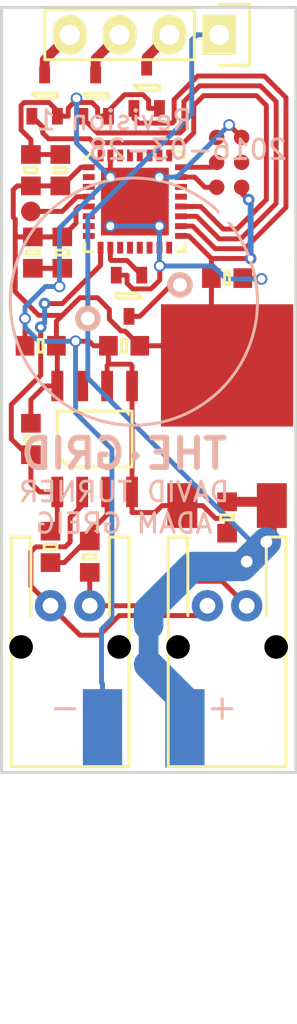
<source format=kicad_pcb>
(kicad_pcb (version 20171130) (host pcbnew "(5.1.12)-1")

  (general
    (thickness 1.6)
    (drawings 17)
    (tracks 492)
    (zones 0)
    (modules 50)
    (nets 19)
  )

  (page A4)
  (layers
    (0 F.Cu signal)
    (31 B.Cu signal)
    (32 B.Adhes user hide)
    (33 F.Adhes user hide)
    (34 B.Paste user hide)
    (35 F.Paste user hide)
    (36 B.SilkS user hide)
    (37 F.SilkS user hide)
    (38 B.Mask user hide)
    (39 F.Mask user hide)
    (40 Dwgs.User user hide)
    (41 Cmts.User user hide)
    (42 Eco1.User user hide)
    (43 Eco2.User user hide)
    (44 Edge.Cuts user)
    (45 Margin user hide)
    (46 B.CrtYd user hide)
    (47 F.CrtYd user hide)
    (48 B.Fab user hide)
    (49 F.Fab user hide)
  )

  (setup
    (last_trace_width 0.25)
    (user_trace_width 0.3)
    (user_trace_width 0.4)
    (user_trace_width 0.5)
    (user_trace_width 0.75)
    (user_trace_width 1)
    (user_trace_width 1.5)
    (user_trace_width 0.3)
    (user_trace_width 0.4)
    (user_trace_width 0.5)
    (user_trace_width 0.75)
    (user_trace_width 1)
    (user_trace_width 1.5)
    (user_trace_width 0.3)
    (user_trace_width 0.4)
    (user_trace_width 0.5)
    (user_trace_width 0.75)
    (user_trace_width 1)
    (user_trace_width 1.5)
    (user_trace_width 0.3)
    (user_trace_width 0.4)
    (user_trace_width 0.5)
    (user_trace_width 0.75)
    (user_trace_width 1)
    (user_trace_width 1.5)
    (trace_clearance 0.15)
    (zone_clearance 0.25)
    (zone_45_only no)
    (trace_min 0.25)
    (via_size 0.6)
    (via_drill 0.4)
    (via_min_size 0.6)
    (via_min_drill 0.4)
    (user_via 1 0.6)
    (user_via 1.25 0.75)
    (user_via 1.5 1)
    (user_via 1 0.6)
    (user_via 1.25 0.75)
    (user_via 1.5 1)
    (user_via 1 0.6)
    (user_via 1.25 0.75)
    (user_via 1.5 1)
    (user_via 1 0.6)
    (user_via 1.25 0.75)
    (user_via 1.5 1)
    (uvia_size 0.6)
    (uvia_drill 0.4)
    (uvias_allowed no)
    (uvia_min_size 0.6)
    (uvia_min_drill 0.4)
    (edge_width 0.15)
    (segment_width 0.2)
    (pcb_text_width 0.3)
    (pcb_text_size 1.5 1.5)
    (mod_edge_width 0.15)
    (mod_text_size 1 1)
    (mod_text_width 0.15)
    (pad_size 1.524 1.524)
    (pad_drill 0.762)
    (pad_to_mask_clearance 0)
    (aux_axis_origin 0 0)
    (visible_elements 7FFFFFFF)
    (pcbplotparams
      (layerselection 0x010f8_80000001)
      (usegerberextensions true)
      (usegerberattributes true)
      (usegerberadvancedattributes true)
      (creategerberjobfile true)
      (excludeedgelayer true)
      (linewidth 0.100000)
      (plotframeref false)
      (viasonmask false)
      (mode 1)
      (useauxorigin false)
      (hpglpennumber 1)
      (hpglpenspeed 20)
      (hpglpendiameter 15.000000)
      (psnegative false)
      (psa4output false)
      (plotreference true)
      (plotvalue true)
      (plotinvisibletext false)
      (padsonsilk false)
      (subtractmaskfromsilk false)
      (outputformat 1)
      (mirror false)
      (drillshape 0)
      (scaleselection 1)
      (outputdirectory "gerbers_panellised"))
  )

  (net 0 "")
  (net 1 GND)
  (net 2 +3V3)
  (net 3 +12V)
  (net 4 /BUS)
  (net 5 /BUS_A)
  (net 6 /BUS_B)
  (net 7 /SWDIO)
  (net 8 /SWDCLK)
  (net 9 /DRIVE_R)
  (net 10 /DRIVE_G)
  (net 11 /DRIVE_B)
  (net 12 "Net-(Q4-Pad3)")
  (net 13 /PIEZO)
  (net 14 /LED_R)
  (net 15 /LED_G)
  (net 16 /LED_B)
  (net 17 "Net-(IC2-Pad4)")
  (net 18 "Net-(IC1-Pad3)")

  (net_class Default "This is the default net class."
    (clearance 0.15)
    (trace_width 0.25)
    (via_dia 0.6)
    (via_drill 0.4)
    (uvia_dia 0.6)
    (uvia_drill 0.4)
    (add_net +12V)
    (add_net +3V3)
    (add_net /BUS)
    (add_net /BUS_A)
    (add_net /BUS_B)
    (add_net /DRIVE_B)
    (add_net /DRIVE_G)
    (add_net /DRIVE_R)
    (add_net /LED_B)
    (add_net /LED_G)
    (add_net /LED_R)
    (add_net /PIEZO)
    (add_net /SWDCLK)
    (add_net /SWDIO)
    (add_net GND)
    (add_net "Net-(IC1-Pad3)")
    (add_net "Net-(IC2-Pad4)")
    (add_net "Net-(Q4-Pad3)")
  )

  (module SOIC-8 (layer F.Cu) (tedit 56F7F9DF) (tstamp 56F7FB68)
    (at 120.75 98 90)
    (path /56F1CC5E)
    (fp_text reference IC1_2 (at 0 -3.45 90) (layer F.Fab) hide
      (effects (font (size 1 1) (thickness 0.15)))
    )
    (fp_text value LMx93 (at 0 3.45 90) (layer F.Fab) hide
      (effects (font (size 1 1) (thickness 0.15)))
    )
    (fp_circle (center -1.2 -1.7) (end -1.2 -1.3) (layer F.Fab) (width 0.01))
    (fp_line (start -2 -2.5) (end 2 -2.5) (layer F.Fab) (width 0.01))
    (fp_line (start 2 -2.5) (end 2 2.5) (layer F.Fab) (width 0.01))
    (fp_line (start 2 2.5) (end -2 2.5) (layer F.Fab) (width 0.01))
    (fp_line (start -2 2.5) (end -2 -2.5) (layer F.Fab) (width 0.01))
    (fp_line (start -3.1 -2.155) (end -2 -2.155) (layer F.Fab) (width 0.01))
    (fp_line (start -2 -1.655) (end -3.1 -1.655) (layer F.Fab) (width 0.01))
    (fp_line (start -3.1 -1.655) (end -3.1 -2.155) (layer F.Fab) (width 0.01))
    (fp_line (start -3.1 -0.885) (end -2 -0.885) (layer F.Fab) (width 0.01))
    (fp_line (start -2 -0.385) (end -3.1 -0.385) (layer F.Fab) (width 0.01))
    (fp_line (start -3.1 -0.385) (end -3.1 -0.885) (layer F.Fab) (width 0.01))
    (fp_line (start -3.1 0.385) (end -2 0.385) (layer F.Fab) (width 0.01))
    (fp_line (start -2 0.885) (end -3.1 0.885) (layer F.Fab) (width 0.01))
    (fp_line (start -3.1 0.885) (end -3.1 0.385) (layer F.Fab) (width 0.01))
    (fp_line (start -3.1 1.655) (end -2 1.655) (layer F.Fab) (width 0.01))
    (fp_line (start -2 2.155) (end -3.1 2.155) (layer F.Fab) (width 0.01))
    (fp_line (start -3.1 2.155) (end -3.1 1.655) (layer F.Fab) (width 0.01))
    (fp_line (start 2 1.655) (end 3.1 1.655) (layer F.Fab) (width 0.01))
    (fp_line (start 3.1 1.655) (end 3.1 2.155) (layer F.Fab) (width 0.01))
    (fp_line (start 3.1 2.155) (end 2 2.155) (layer F.Fab) (width 0.01))
    (fp_line (start 2 0.385) (end 3.1 0.385) (layer F.Fab) (width 0.01))
    (fp_line (start 3.1 0.385) (end 3.1 0.885) (layer F.Fab) (width 0.01))
    (fp_line (start 3.1 0.885) (end 2 0.885) (layer F.Fab) (width 0.01))
    (fp_line (start 2 -0.885) (end 3.1 -0.885) (layer F.Fab) (width 0.01))
    (fp_line (start 3.1 -0.885) (end 3.1 -0.385) (layer F.Fab) (width 0.01))
    (fp_line (start 3.1 -0.385) (end 2 -0.385) (layer F.Fab) (width 0.01))
    (fp_line (start 2 -2.155) (end 3.1 -2.155) (layer F.Fab) (width 0.01))
    (fp_line (start 3.1 -2.155) (end 3.1 -1.655) (layer F.Fab) (width 0.01))
    (fp_line (start 3.1 -1.655) (end 2 -1.655) (layer F.Fab) (width 0.01))
    (fp_line (start -0.825 -1.905) (end 1.425 -1.905) (layer F.SilkS) (width 0.15))
    (fp_line (start 1.425 -1.905) (end 1.425 1.905) (layer F.SilkS) (width 0.15))
    (fp_line (start 1.425 1.905) (end -1.425 1.905) (layer F.SilkS) (width 0.15))
    (fp_line (start -1.425 1.905) (end -1.425 -1.305) (layer F.SilkS) (width 0.15))
    (fp_line (start -1.425 -1.305) (end -0.825 -1.905) (layer F.SilkS) (width 0.15))
    (fp_line (start -3.75 -2.75) (end 3.75 -2.75) (layer F.CrtYd) (width 0.01))
    (fp_line (start 3.75 -2.75) (end 3.75 2.75) (layer F.CrtYd) (width 0.01))
    (fp_line (start 3.75 2.75) (end -3.75 2.75) (layer F.CrtYd) (width 0.01))
    (fp_line (start -3.75 2.75) (end -3.75 -2.75) (layer F.CrtYd) (width 0.01))
    (pad 1 smd rect (at -2.7 -1.905 90) (size 1.55 0.6) (layers F.Cu F.Paste F.Mask)
      (net 4 /BUS))
    (pad 2 smd rect (at -2.7 -0.635 90) (size 1.55 0.6) (layers F.Cu F.Paste F.Mask)
      (net 5 /BUS_A))
    (pad 3 smd rect (at -2.7 0.635 90) (size 1.55 0.6) (layers F.Cu F.Paste F.Mask)
      (net 18 "Net-(IC1-Pad3)"))
    (pad 4 smd rect (at -2.7 1.905 90) (size 1.55 0.6) (layers F.Cu F.Paste F.Mask)
      (net 1 GND))
    (pad 5 smd rect (at 2.7 1.905 90) (size 1.55 0.6) (layers F.Cu F.Paste F.Mask)
      (net 1 GND))
    (pad 6 smd rect (at 2.7 0.635 90) (size 1.55 0.6) (layers F.Cu F.Paste F.Mask)
      (net 1 GND))
    (pad 7 smd rect (at 2.7 -0.635 90) (size 1.55 0.6) (layers F.Cu F.Paste F.Mask))
    (pad 8 smd rect (at 2.7 -1.905 90) (size 1.55 0.6) (layers F.Cu F.Paste F.Mask)
      (net 2 +3V3))
  )

  (module agg:S02B-PASK-2 (layer F.Cu) (tedit 56F7F970) (tstamp 56F7FC3C)
    (at 119.5 106.5 180)
    (path /56F1CD9E)
    (fp_text reference P2_2 (at 0 -9.15 180) (layer F.Fab) hide
      (effects (font (size 1 1) (thickness 0.15)))
    )
    (fp_text value BUS_IN (at 0 4.45 180) (layer F.Fab) hide
      (effects (font (size 1 1) (thickness 0.15)))
    )
    (fp_line (start -3 -8.2) (end 3 -8.2) (layer F.SilkS) (width 0.15))
    (fp_line (start 3 -8.2) (end 3 3.5) (layer F.SilkS) (width 0.15))
    (fp_line (start 3 3.5) (end 2 3.5) (layer F.SilkS) (width 0.15))
    (fp_line (start 2 3.5) (end 2 -0.5) (layer F.SilkS) (width 0.15))
    (fp_line (start -3 -8.2) (end -3 3.5) (layer F.SilkS) (width 0.15))
    (fp_line (start -3 3.5) (end -2 3.5) (layer F.SilkS) (width 0.15))
    (fp_line (start -2 3.5) (end -2 -0.5) (layer F.SilkS) (width 0.15))
    (fp_line (start -3 -8.2) (end 3 -8.2) (layer F.Fab) (width 0.01))
    (fp_line (start 3 -8.2) (end 3 3.5) (layer F.Fab) (width 0.01))
    (fp_line (start 3 3.5) (end 2 3.5) (layer F.Fab) (width 0.01))
    (fp_line (start 2 3.5) (end 2 -0.5) (layer F.Fab) (width 0.01))
    (fp_line (start 2 -0.5) (end -2 -0.5) (layer F.Fab) (width 0.01))
    (fp_line (start -3 -8.2) (end -3 3.5) (layer F.Fab) (width 0.01))
    (fp_line (start -3 3.5) (end -2 3.5) (layer F.Fab) (width 0.01))
    (fp_line (start -2 3.5) (end -2 -0.5) (layer F.Fab) (width 0.01))
    (fp_line (start 2.4 -2.5) (end 3 -2.5) (layer F.Fab) (width 0.01))
    (fp_line (start 3 -2.5) (end 3 -1.7) (layer F.Fab) (width 0.01))
    (fp_line (start 3 -1.7) (end 2.4 -1.7) (layer F.Fab) (width 0.01))
    (fp_line (start 2.4 -1.7) (end 2.4 -2.5) (layer F.Fab) (width 0.01))
    (fp_line (start -3 -2.5) (end -2.4 -2.5) (layer F.Fab) (width 0.01))
    (fp_line (start -2.4 -2.5) (end -2.4 -1.7) (layer F.Fab) (width 0.01))
    (fp_line (start -2.4 -1.7) (end -3 -1.7) (layer F.Fab) (width 0.01))
    (fp_line (start -3 -1.7) (end -3 -2.5) (layer F.Fab) (width 0.01))
    (fp_line (start 0.75 -0.5) (end 1.25 -0.5) (layer F.Fab) (width 0.01))
    (fp_line (start 1.25 -0.5) (end 1.25 0.25) (layer F.Fab) (width 0.01))
    (fp_line (start 1.25 0.25) (end 0.75 0.25) (layer F.Fab) (width 0.01))
    (fp_line (start 0.75 0.25) (end 0.75 -0.5) (layer F.Fab) (width 0.01))
    (fp_line (start 0.75 -0.25) (end 1.25 -0.25) (layer F.Fab) (width 0.01))
    (fp_line (start -1.25 -0.5) (end -0.75 -0.5) (layer F.Fab) (width 0.01))
    (fp_line (start -0.75 -0.5) (end -0.75 0.25) (layer F.Fab) (width 0.01))
    (fp_line (start -0.75 0.25) (end -1.25 0.25) (layer F.Fab) (width 0.01))
    (fp_line (start -1.25 0.25) (end -1.25 -0.5) (layer F.Fab) (width 0.01))
    (fp_line (start -1.25 -0.25) (end -0.75 -0.25) (layer F.Fab) (width 0.01))
    (fp_line (start -3.25 -8.45) (end 3.25 -8.45) (layer F.CrtYd) (width 0.01))
    (fp_line (start 3.25 -8.45) (end 3.25 3.75) (layer F.CrtYd) (width 0.01))
    (fp_line (start 3.25 3.75) (end -3.25 3.75) (layer F.CrtYd) (width 0.01))
    (fp_line (start -3.25 3.75) (end -3.25 -8.45) (layer F.CrtYd) (width 0.01))
    (pad "" np_thru_hole circle (at 2.5 -2.1 180) (size 1.2 1.2) (drill 1.2) (layers *.Mask))
    (pad "" np_thru_hole circle (at -2.5 -2.1 180) (size 1.2 1.2) (drill 1.2) (layers *.Mask))
    (pad 1 thru_hole circle (at 1 0 180) (size 1.6 1.6) (drill 0.8) (layers *.Cu *.Mask)
      (net 5 /BUS_A))
    (pad 2 thru_hole circle (at -1 0 180) (size 1.6 1.6) (drill 0.8) (layers *.Cu *.Mask)
      (net 6 /BUS_B))
  )

  (module thegrid:minipow_edge (layer B.Cu) (tedit 56F7F977) (tstamp 56F7FC0F)
    (at 123.25 114.75 180)
    (path /56F1CD31)
    (fp_text reference P1_2 (at 0.5 -2.5 180) (layer B.SilkS) hide
      (effects (font (size 1 1) (thickness 0.15)) (justify mirror))
    )
    (fp_text value POWER_IN (at 0 5 180) (layer B.SilkS) hide
      (effects (font (size 1 1) (thickness 0.15)) (justify mirror))
    )
    (fp_line (start -4 3.5) (end -4 2.5) (layer B.SilkS) (width 0.15))
    (fp_line (start -3.5 3) (end -4.5 3) (layer B.SilkS) (width 0.15))
    (fp_line (start 4.5 3) (end 3.5 3) (layer B.SilkS) (width 0.15))
    (fp_line (start -1 0) (end -1 3) (layer B.Fab) (width 0.15))
    (fp_line (start -1 3) (end -3 3) (layer B.Fab) (width 0.15))
    (fp_line (start -3 3) (end -3 0) (layer B.Fab) (width 0.15))
    (fp_line (start 3 0) (end 3 3) (layer B.Fab) (width 0.15))
    (fp_line (start 3 3) (end 1 3) (layer B.Fab) (width 0.15))
    (fp_line (start 1 3) (end 1 0) (layer B.Fab) (width 0.15))
    (fp_line (start 5 -13) (end 7 -10) (layer B.Fab) (width 0.15))
    (fp_line (start 7 -10) (end 5 -10) (layer B.Fab) (width 0.15))
    (fp_line (start -5 0) (end -5 -13) (layer B.Fab) (width 0.15))
    (fp_line (start -5 -13) (end 5 -13) (layer B.Fab) (width 0.15))
    (fp_line (start 5 -13) (end 5 0) (layer B.Fab) (width 0.15))
    (fp_line (start 5 0) (end -5 0) (layer B.Fab) (width 0.15))
    (pad 1 smd rect (at 2.1 2) (size 2 4) (layers B.Cu B.Mask)
      (net 1 GND))
    (pad 2 smd rect (at -2.1 2) (size 2 4) (layers B.Cu B.Mask)
      (net 3 +12V))
  )

  (module agg:0603 (layer F.Cu) (tedit 56F7F9DB) (tstamp 56F7FABE)
    (at 118 93.25)
    (path /56F1D5B2)
    (fp_text reference C1_2 (at -2.225 0 90) (layer F.Fab) hide
      (effects (font (size 1 1) (thickness 0.15)))
    )
    (fp_text value 100n (at 2.225 0 90) (layer F.Fab) hide
      (effects (font (size 1 1) (thickness 0.15)))
    )
    (fp_line (start -0.8 -0.4) (end 0.8 -0.4) (layer F.Fab) (width 0.01))
    (fp_line (start 0.8 -0.4) (end 0.8 0.4) (layer F.Fab) (width 0.01))
    (fp_line (start 0.8 0.4) (end -0.8 0.4) (layer F.Fab) (width 0.01))
    (fp_line (start -0.8 0.4) (end -0.8 -0.4) (layer F.Fab) (width 0.01))
    (fp_line (start -0.45 -0.4) (end -0.45 0.4) (layer F.Fab) (width 0.01))
    (fp_line (start 0.45 -0.4) (end 0.45 0.4) (layer F.Fab) (width 0.01))
    (fp_line (start -0.125 -0.325) (end 0.125 -0.325) (layer F.SilkS) (width 0.15))
    (fp_line (start 0.125 -0.325) (end 0.125 0.325) (layer F.SilkS) (width 0.15))
    (fp_line (start 0.125 0.325) (end -0.125 0.325) (layer F.SilkS) (width 0.15))
    (fp_line (start -0.125 0.325) (end -0.125 -0.325) (layer F.SilkS) (width 0.15))
    (fp_line (start -1.55 -0.75) (end 1.55 -0.75) (layer F.CrtYd) (width 0.01))
    (fp_line (start 1.55 -0.75) (end 1.55 0.75) (layer F.CrtYd) (width 0.01))
    (fp_line (start 1.55 0.75) (end -1.55 0.75) (layer F.CrtYd) (width 0.01))
    (fp_line (start -1.55 0.75) (end -1.55 -0.75) (layer F.CrtYd) (width 0.01))
    (pad 1 smd rect (at -0.8 0) (size 0.95 1) (layers F.Cu F.Paste F.Mask)
      (net 1 GND))
    (pad 2 smd rect (at 0.8 0) (size 0.95 1) (layers F.Cu F.Paste F.Mask)
      (net 2 +3V3))
  )

  (module agg:0603 (layer F.Cu) (tedit 56F83942) (tstamp 56F7FAD2)
    (at 117.5 84.3 90)
    (path /56F1DA30)
    (fp_text reference C2_2 (at -2.225 0 180) (layer F.Fab) hide
      (effects (font (size 1 1) (thickness 0.15)))
    )
    (fp_text value 4u7 (at 2.225 0 180) (layer F.Fab) hide
      (effects (font (size 1 1) (thickness 0.15)))
    )
    (fp_line (start -0.8 -0.4) (end 0.8 -0.4) (layer F.Fab) (width 0.01))
    (fp_line (start 0.8 -0.4) (end 0.8 0.4) (layer F.Fab) (width 0.01))
    (fp_line (start 0.8 0.4) (end -0.8 0.4) (layer F.Fab) (width 0.01))
    (fp_line (start -0.8 0.4) (end -0.8 -0.4) (layer F.Fab) (width 0.01))
    (fp_line (start -0.45 -0.4) (end -0.45 0.4) (layer F.Fab) (width 0.01))
    (fp_line (start 0.45 -0.4) (end 0.45 0.4) (layer F.Fab) (width 0.01))
    (fp_line (start -0.125 -0.325) (end 0.125 -0.325) (layer F.SilkS) (width 0.15))
    (fp_line (start 0.125 -0.325) (end 0.125 0.325) (layer F.SilkS) (width 0.15))
    (fp_line (start 0.125 0.325) (end -0.125 0.325) (layer F.SilkS) (width 0.15))
    (fp_line (start -0.125 0.325) (end -0.125 -0.325) (layer F.SilkS) (width 0.15))
    (fp_line (start -1.55 -0.75) (end 1.55 -0.75) (layer F.CrtYd) (width 0.01))
    (fp_line (start 1.55 -0.75) (end 1.55 0.75) (layer F.CrtYd) (width 0.01))
    (fp_line (start 1.55 0.75) (end -1.55 0.75) (layer F.CrtYd) (width 0.01))
    (fp_line (start -1.55 0.75) (end -1.55 -0.75) (layer F.CrtYd) (width 0.01))
    (pad 1 smd rect (at -0.8 0 90) (size 0.95 1) (layers F.Cu F.Paste F.Mask)
      (net 2 +3V3))
    (pad 2 smd rect (at 0.8 0 90) (size 0.95 1) (layers F.Cu F.Paste F.Mask)
      (net 1 GND))
  )

  (module agg:0603 (layer F.Cu) (tedit 56F83945) (tstamp 56F7FAE6)
    (at 119 84.3 90)
    (path /56F1D9E7)
    (fp_text reference C3_2 (at -2.225 0 180) (layer F.Fab) hide
      (effects (font (size 1 1) (thickness 0.15)))
    )
    (fp_text value 100n (at 2.225 0 180) (layer F.Fab) hide
      (effects (font (size 1 1) (thickness 0.15)))
    )
    (fp_line (start -0.8 -0.4) (end 0.8 -0.4) (layer F.Fab) (width 0.01))
    (fp_line (start 0.8 -0.4) (end 0.8 0.4) (layer F.Fab) (width 0.01))
    (fp_line (start 0.8 0.4) (end -0.8 0.4) (layer F.Fab) (width 0.01))
    (fp_line (start -0.8 0.4) (end -0.8 -0.4) (layer F.Fab) (width 0.01))
    (fp_line (start -0.45 -0.4) (end -0.45 0.4) (layer F.Fab) (width 0.01))
    (fp_line (start 0.45 -0.4) (end 0.45 0.4) (layer F.Fab) (width 0.01))
    (fp_line (start -0.125 -0.325) (end 0.125 -0.325) (layer F.SilkS) (width 0.15))
    (fp_line (start 0.125 -0.325) (end 0.125 0.325) (layer F.SilkS) (width 0.15))
    (fp_line (start 0.125 0.325) (end -0.125 0.325) (layer F.SilkS) (width 0.15))
    (fp_line (start -0.125 0.325) (end -0.125 -0.325) (layer F.SilkS) (width 0.15))
    (fp_line (start -1.55 -0.75) (end 1.55 -0.75) (layer F.CrtYd) (width 0.01))
    (fp_line (start 1.55 -0.75) (end 1.55 0.75) (layer F.CrtYd) (width 0.01))
    (fp_line (start 1.55 0.75) (end -1.55 0.75) (layer F.CrtYd) (width 0.01))
    (fp_line (start -1.55 0.75) (end -1.55 -0.75) (layer F.CrtYd) (width 0.01))
    (pad 1 smd rect (at -0.8 0 90) (size 0.95 1) (layers F.Cu F.Paste F.Mask)
      (net 2 +3V3))
    (pad 2 smd rect (at 0.8 0 90) (size 0.95 1) (layers F.Cu F.Paste F.Mask)
      (net 1 GND))
  )

  (module agg:0603 (layer F.Cu) (tedit 56F8394C) (tstamp 56F7FAFA)
    (at 119.1 88.5 270)
    (path /56F1DB0A)
    (fp_text reference C4_2 (at -2.225 0) (layer F.Fab) hide
      (effects (font (size 1 1) (thickness 0.15)))
    )
    (fp_text value 10n (at 2.225 0) (layer F.Fab) hide
      (effects (font (size 1 1) (thickness 0.15)))
    )
    (fp_line (start -0.8 -0.4) (end 0.8 -0.4) (layer F.Fab) (width 0.01))
    (fp_line (start 0.8 -0.4) (end 0.8 0.4) (layer F.Fab) (width 0.01))
    (fp_line (start 0.8 0.4) (end -0.8 0.4) (layer F.Fab) (width 0.01))
    (fp_line (start -0.8 0.4) (end -0.8 -0.4) (layer F.Fab) (width 0.01))
    (fp_line (start -0.45 -0.4) (end -0.45 0.4) (layer F.Fab) (width 0.01))
    (fp_line (start 0.45 -0.4) (end 0.45 0.4) (layer F.Fab) (width 0.01))
    (fp_line (start -0.125 -0.325) (end 0.125 -0.325) (layer F.SilkS) (width 0.15))
    (fp_line (start 0.125 -0.325) (end 0.125 0.325) (layer F.SilkS) (width 0.15))
    (fp_line (start 0.125 0.325) (end -0.125 0.325) (layer F.SilkS) (width 0.15))
    (fp_line (start -0.125 0.325) (end -0.125 -0.325) (layer F.SilkS) (width 0.15))
    (fp_line (start -1.55 -0.75) (end 1.55 -0.75) (layer F.CrtYd) (width 0.01))
    (fp_line (start 1.55 -0.75) (end 1.55 0.75) (layer F.CrtYd) (width 0.01))
    (fp_line (start 1.55 0.75) (end -1.55 0.75) (layer F.CrtYd) (width 0.01))
    (fp_line (start -1.55 0.75) (end -1.55 -0.75) (layer F.CrtYd) (width 0.01))
    (pad 1 smd rect (at -0.8 0 270) (size 0.95 1) (layers F.Cu F.Paste F.Mask)
      (net 2 +3V3))
    (pad 2 smd rect (at 0.8 0 270) (size 0.95 1) (layers F.Cu F.Paste F.Mask)
      (net 1 GND))
  )

  (module agg:0603 (layer F.Cu) (tedit 56F83955) (tstamp 56F7FB0E)
    (at 127.5 89.8)
    (path /56F842FC)
    (fp_text reference C5_2 (at -2.225 0 90) (layer F.Fab) hide
      (effects (font (size 1 1) (thickness 0.15)))
    )
    (fp_text value 100n (at 2.225 0 90) (layer F.Fab) hide
      (effects (font (size 1 1) (thickness 0.15)))
    )
    (fp_line (start -0.8 -0.4) (end 0.8 -0.4) (layer F.Fab) (width 0.01))
    (fp_line (start 0.8 -0.4) (end 0.8 0.4) (layer F.Fab) (width 0.01))
    (fp_line (start 0.8 0.4) (end -0.8 0.4) (layer F.Fab) (width 0.01))
    (fp_line (start -0.8 0.4) (end -0.8 -0.4) (layer F.Fab) (width 0.01))
    (fp_line (start -0.45 -0.4) (end -0.45 0.4) (layer F.Fab) (width 0.01))
    (fp_line (start 0.45 -0.4) (end 0.45 0.4) (layer F.Fab) (width 0.01))
    (fp_line (start -0.125 -0.325) (end 0.125 -0.325) (layer F.SilkS) (width 0.15))
    (fp_line (start 0.125 -0.325) (end 0.125 0.325) (layer F.SilkS) (width 0.15))
    (fp_line (start 0.125 0.325) (end -0.125 0.325) (layer F.SilkS) (width 0.15))
    (fp_line (start -0.125 0.325) (end -0.125 -0.325) (layer F.SilkS) (width 0.15))
    (fp_line (start -1.55 -0.75) (end 1.55 -0.75) (layer F.CrtYd) (width 0.01))
    (fp_line (start 1.55 -0.75) (end 1.55 0.75) (layer F.CrtYd) (width 0.01))
    (fp_line (start 1.55 0.75) (end -1.55 0.75) (layer F.CrtYd) (width 0.01))
    (fp_line (start -1.55 0.75) (end -1.55 -0.75) (layer F.CrtYd) (width 0.01))
    (pad 1 smd rect (at -0.8 0) (size 0.95 1) (layers F.Cu F.Paste F.Mask)
      (net 2 +3V3))
    (pad 2 smd rect (at 0.8 0) (size 0.95 1) (layers F.Cu F.Paste F.Mask)
      (net 1 GND))
  )

  (module agg:0603 (layer F.Cu) (tedit 56F7FAC3) (tstamp 56F7FB22)
    (at 127.5 102 270)
    (path /56F59EF4)
    (fp_text reference C6_2 (at -2.225 0) (layer F.Fab) hide
      (effects (font (size 1 1) (thickness 0.15)))
    )
    (fp_text value 100n (at 2.225 0) (layer F.Fab) hide
      (effects (font (size 1 1) (thickness 0.15)))
    )
    (fp_line (start -0.8 -0.4) (end 0.8 -0.4) (layer F.Fab) (width 0.01))
    (fp_line (start 0.8 -0.4) (end 0.8 0.4) (layer F.Fab) (width 0.01))
    (fp_line (start 0.8 0.4) (end -0.8 0.4) (layer F.Fab) (width 0.01))
    (fp_line (start -0.8 0.4) (end -0.8 -0.4) (layer F.Fab) (width 0.01))
    (fp_line (start -0.45 -0.4) (end -0.45 0.4) (layer F.Fab) (width 0.01))
    (fp_line (start 0.45 -0.4) (end 0.45 0.4) (layer F.Fab) (width 0.01))
    (fp_line (start -0.125 -0.325) (end 0.125 -0.325) (layer F.SilkS) (width 0.15))
    (fp_line (start 0.125 -0.325) (end 0.125 0.325) (layer F.SilkS) (width 0.15))
    (fp_line (start 0.125 0.325) (end -0.125 0.325) (layer F.SilkS) (width 0.15))
    (fp_line (start -0.125 0.325) (end -0.125 -0.325) (layer F.SilkS) (width 0.15))
    (fp_line (start -1.55 -0.75) (end 1.55 -0.75) (layer F.CrtYd) (width 0.01))
    (fp_line (start 1.55 -0.75) (end 1.55 0.75) (layer F.CrtYd) (width 0.01))
    (fp_line (start 1.55 0.75) (end -1.55 0.75) (layer F.CrtYd) (width 0.01))
    (fp_line (start -1.55 0.75) (end -1.55 -0.75) (layer F.CrtYd) (width 0.01))
    (pad 1 smd rect (at -0.8 0 270) (size 0.95 1) (layers F.Cu F.Paste F.Mask)
      (net 3 +12V))
    (pad 2 smd rect (at 0.8 0 270) (size 0.95 1) (layers F.Cu F.Paste F.Mask)
      (net 1 GND))
  )

  (module agg:0603 (layer F.Cu) (tedit 56F7FAE0) (tstamp 56F7FB36)
    (at 122.25 93.25 180)
    (path /56F5A02D)
    (fp_text reference C7_2 (at -2.225 0 270) (layer F.Fab) hide
      (effects (font (size 1 1) (thickness 0.15)))
    )
    (fp_text value 10u (at 2.225 0 270) (layer F.Fab) hide
      (effects (font (size 1 1) (thickness 0.15)))
    )
    (fp_line (start -0.8 -0.4) (end 0.8 -0.4) (layer F.Fab) (width 0.01))
    (fp_line (start 0.8 -0.4) (end 0.8 0.4) (layer F.Fab) (width 0.01))
    (fp_line (start 0.8 0.4) (end -0.8 0.4) (layer F.Fab) (width 0.01))
    (fp_line (start -0.8 0.4) (end -0.8 -0.4) (layer F.Fab) (width 0.01))
    (fp_line (start -0.45 -0.4) (end -0.45 0.4) (layer F.Fab) (width 0.01))
    (fp_line (start 0.45 -0.4) (end 0.45 0.4) (layer F.Fab) (width 0.01))
    (fp_line (start -0.125 -0.325) (end 0.125 -0.325) (layer F.SilkS) (width 0.15))
    (fp_line (start 0.125 -0.325) (end 0.125 0.325) (layer F.SilkS) (width 0.15))
    (fp_line (start 0.125 0.325) (end -0.125 0.325) (layer F.SilkS) (width 0.15))
    (fp_line (start -0.125 0.325) (end -0.125 -0.325) (layer F.SilkS) (width 0.15))
    (fp_line (start -1.55 -0.75) (end 1.55 -0.75) (layer F.CrtYd) (width 0.01))
    (fp_line (start 1.55 -0.75) (end 1.55 0.75) (layer F.CrtYd) (width 0.01))
    (fp_line (start 1.55 0.75) (end -1.55 0.75) (layer F.CrtYd) (width 0.01))
    (fp_line (start -1.55 0.75) (end -1.55 -0.75) (layer F.CrtYd) (width 0.01))
    (pad 1 smd rect (at -0.8 0 180) (size 0.95 1) (layers F.Cu F.Paste F.Mask)
      (net 2 +3V3))
    (pad 2 smd rect (at 0.8 0 180) (size 0.95 1) (layers F.Cu F.Paste F.Mask)
      (net 1 GND))
  )

  (module agg:S02B-PASK-2 (layer F.Cu) (tedit 56F7F974) (tstamp 56F7FC69)
    (at 127.5 106.5 180)
    (path /56F1D07F)
    (fp_text reference P3_2 (at 0 -9.15 180) (layer F.Fab) hide
      (effects (font (size 1 1) (thickness 0.15)))
    )
    (fp_text value BUS_OUT (at 0 4.45 180) (layer F.Fab) hide
      (effects (font (size 1 1) (thickness 0.15)))
    )
    (fp_line (start -3 -8.2) (end 3 -8.2) (layer F.SilkS) (width 0.15))
    (fp_line (start 3 -8.2) (end 3 3.5) (layer F.SilkS) (width 0.15))
    (fp_line (start 3 3.5) (end 2 3.5) (layer F.SilkS) (width 0.15))
    (fp_line (start 2 3.5) (end 2 -0.5) (layer F.SilkS) (width 0.15))
    (fp_line (start -3 -8.2) (end -3 3.5) (layer F.SilkS) (width 0.15))
    (fp_line (start -3 3.5) (end -2 3.5) (layer F.SilkS) (width 0.15))
    (fp_line (start -2 3.5) (end -2 -0.5) (layer F.SilkS) (width 0.15))
    (fp_line (start -3 -8.2) (end 3 -8.2) (layer F.Fab) (width 0.01))
    (fp_line (start 3 -8.2) (end 3 3.5) (layer F.Fab) (width 0.01))
    (fp_line (start 3 3.5) (end 2 3.5) (layer F.Fab) (width 0.01))
    (fp_line (start 2 3.5) (end 2 -0.5) (layer F.Fab) (width 0.01))
    (fp_line (start 2 -0.5) (end -2 -0.5) (layer F.Fab) (width 0.01))
    (fp_line (start -3 -8.2) (end -3 3.5) (layer F.Fab) (width 0.01))
    (fp_line (start -3 3.5) (end -2 3.5) (layer F.Fab) (width 0.01))
    (fp_line (start -2 3.5) (end -2 -0.5) (layer F.Fab) (width 0.01))
    (fp_line (start 2.4 -2.5) (end 3 -2.5) (layer F.Fab) (width 0.01))
    (fp_line (start 3 -2.5) (end 3 -1.7) (layer F.Fab) (width 0.01))
    (fp_line (start 3 -1.7) (end 2.4 -1.7) (layer F.Fab) (width 0.01))
    (fp_line (start 2.4 -1.7) (end 2.4 -2.5) (layer F.Fab) (width 0.01))
    (fp_line (start -3 -2.5) (end -2.4 -2.5) (layer F.Fab) (width 0.01))
    (fp_line (start -2.4 -2.5) (end -2.4 -1.7) (layer F.Fab) (width 0.01))
    (fp_line (start -2.4 -1.7) (end -3 -1.7) (layer F.Fab) (width 0.01))
    (fp_line (start -3 -1.7) (end -3 -2.5) (layer F.Fab) (width 0.01))
    (fp_line (start 0.75 -0.5) (end 1.25 -0.5) (layer F.Fab) (width 0.01))
    (fp_line (start 1.25 -0.5) (end 1.25 0.25) (layer F.Fab) (width 0.01))
    (fp_line (start 1.25 0.25) (end 0.75 0.25) (layer F.Fab) (width 0.01))
    (fp_line (start 0.75 0.25) (end 0.75 -0.5) (layer F.Fab) (width 0.01))
    (fp_line (start 0.75 -0.25) (end 1.25 -0.25) (layer F.Fab) (width 0.01))
    (fp_line (start -1.25 -0.5) (end -0.75 -0.5) (layer F.Fab) (width 0.01))
    (fp_line (start -0.75 -0.5) (end -0.75 0.25) (layer F.Fab) (width 0.01))
    (fp_line (start -0.75 0.25) (end -1.25 0.25) (layer F.Fab) (width 0.01))
    (fp_line (start -1.25 0.25) (end -1.25 -0.5) (layer F.Fab) (width 0.01))
    (fp_line (start -1.25 -0.25) (end -0.75 -0.25) (layer F.Fab) (width 0.01))
    (fp_line (start -3.25 -8.45) (end 3.25 -8.45) (layer F.CrtYd) (width 0.01))
    (fp_line (start 3.25 -8.45) (end 3.25 3.75) (layer F.CrtYd) (width 0.01))
    (fp_line (start 3.25 3.75) (end -3.25 3.75) (layer F.CrtYd) (width 0.01))
    (fp_line (start -3.25 3.75) (end -3.25 -8.45) (layer F.CrtYd) (width 0.01))
    (pad "" np_thru_hole circle (at 2.5 -2.1 180) (size 1.2 1.2) (drill 1.2) (layers *.Mask))
    (pad "" np_thru_hole circle (at -2.5 -2.1 180) (size 1.2 1.2) (drill 1.2) (layers *.Mask))
    (pad 1 thru_hole circle (at 1 0 180) (size 1.6 1.6) (drill 0.8) (layers *.Cu *.Mask)
      (net 5 /BUS_A))
    (pad 2 thru_hole circle (at -1 0 180) (size 1.6 1.6) (drill 0.8) (layers *.Cu *.Mask)
      (net 6 /BUS_B))
  )

  (module agg:TC2030-NL (layer F.Cu) (tedit 56F83038) (tstamp 56F7FC7A)
    (at 127.6 83.9 90)
    (path /56F1CCE2)
    (fp_text reference P4_2 (at 0 -2.6 90) (layer F.Fab) hide
      (effects (font (size 1 1) (thickness 0.15)))
    )
    (fp_text value SWD_TC (at 0 2.75 90) (layer F.Fab) hide
      (effects (font (size 1 1) (thickness 0.15)))
    )
    (fp_line (start -3.5 -2) (end 3.5 -2) (layer F.CrtYd) (width 0.01))
    (fp_line (start -3.5 2) (end -3.5 -2) (layer F.CrtYd) (width 0.01))
    (fp_line (start 3.5 2) (end -3.5 2) (layer F.CrtYd) (width 0.01))
    (fp_line (start 3.5 -2) (end 3.5 2) (layer F.CrtYd) (width 0.01))
    (pad 1 smd circle (at -1.27 0.64 90) (size 0.787 0.787) (layers F.Cu F.Mask)
      (net 2 +3V3))
    (pad 2 smd circle (at -1.27 -0.63 90) (size 0.787 0.787) (layers F.Cu F.Mask)
      (net 7 /SWDIO))
    (pad 3 smd circle (at 0 0.64 90) (size 0.787 0.787) (layers F.Cu F.Mask))
    (pad 4 smd circle (at 0 -0.63 90) (size 0.787 0.787) (layers F.Cu F.Mask)
      (net 8 /SWDCLK))
    (pad 5 smd circle (at 1.27 0.64 90) (size 0.787 0.787) (layers F.Cu F.Mask)
      (net 1 GND))
    (pad 6 smd circle (at 1.27 -0.63 90) (size 0.787 0.787) (layers F.Cu F.Mask))
    (pad "" np_thru_hole circle (at -2.54 0.005 90) (size 1 1) (drill 1) (layers *.Cu *.Mask F.SilkS))
    (pad "" np_thru_hole circle (at 2.54 1.021 90) (size 1 1) (drill 1) (layers *.Cu *.Mask F.SilkS))
    (pad "" np_thru_hole circle (at 2.54 -1.011 90) (size 1 1) (drill 1) (layers *.Cu *.Mask F.SilkS))
  )

  (module Pin_Headers:Pin_Header_Straight_1x04 (layer F.Cu) (tedit 56F7FB33) (tstamp 56F7FC8D)
    (at 127.1 77.4 270)
    (descr "Through hole pin header")
    (tags "pin header")
    (path /56F1CDBF)
    (fp_text reference P5_2 (at 0 -5.1 270) (layer F.SilkS) hide
      (effects (font (size 1 1) (thickness 0.15)))
    )
    (fp_text value LEDs (at 0 -3.1 270) (layer F.Fab) hide
      (effects (font (size 1 1) (thickness 0.15)))
    )
    (fp_line (start -1.75 -1.75) (end -1.75 9.4) (layer F.CrtYd) (width 0.05))
    (fp_line (start 1.75 -1.75) (end 1.75 9.4) (layer F.CrtYd) (width 0.05))
    (fp_line (start -1.75 -1.75) (end 1.75 -1.75) (layer F.CrtYd) (width 0.05))
    (fp_line (start -1.75 9.4) (end 1.75 9.4) (layer F.CrtYd) (width 0.05))
    (fp_line (start -1.27 1.27) (end -1.27 8.89) (layer F.SilkS) (width 0.15))
    (fp_line (start 1.27 1.27) (end 1.27 8.89) (layer F.SilkS) (width 0.15))
    (fp_line (start 1.55 -1.55) (end 1.55 0) (layer F.SilkS) (width 0.15))
    (fp_line (start -1.27 8.89) (end 1.27 8.89) (layer F.SilkS) (width 0.15))
    (fp_line (start 1.27 1.27) (end -1.27 1.27) (layer F.SilkS) (width 0.15))
    (fp_line (start -1.55 0) (end -1.55 -1.55) (layer F.SilkS) (width 0.15))
    (fp_line (start -1.55 -1.55) (end 1.55 -1.55) (layer F.SilkS) (width 0.15))
    (pad 1 thru_hole rect (at 0 0 270) (size 2.032 1.7272) (drill 1.016) (layers *.Cu *.Mask F.SilkS)
      (net 3 +12V))
    (pad 2 thru_hole oval (at 0 2.54 270) (size 2.032 1.7272) (drill 1.016) (layers *.Cu *.Mask F.SilkS)
      (net 9 /DRIVE_R))
    (pad 3 thru_hole oval (at 0 5.08 270) (size 2.032 1.7272) (drill 1.016) (layers *.Cu *.Mask F.SilkS)
      (net 10 /DRIVE_G))
    (pad 4 thru_hole oval (at 0 7.62 270) (size 2.032 1.7272) (drill 1.016) (layers *.Cu *.Mask F.SilkS)
      (net 11 /DRIVE_B))
    (model Pin_Headers.3dshapes/Pin_Header_Straight_1x04.wrl
      (offset (xyz 0 -3.809999942779541 0))
      (scale (xyz 1 1 1))
      (rotate (xyz 0 0 90))
    )
  )

  (module agg:0603 (layer F.Cu) (tedit 56F7F9E4) (tstamp 56F7FD01)
    (at 117.5 98 270)
    (path /56F5991E)
    (fp_text reference R1_2 (at -2.225 0) (layer F.Fab) hide
      (effects (font (size 1 1) (thickness 0.15)))
    )
    (fp_text value 10k (at 2.225 0) (layer F.Fab) hide
      (effects (font (size 1 1) (thickness 0.15)))
    )
    (fp_line (start -0.8 -0.4) (end 0.8 -0.4) (layer F.Fab) (width 0.01))
    (fp_line (start 0.8 -0.4) (end 0.8 0.4) (layer F.Fab) (width 0.01))
    (fp_line (start 0.8 0.4) (end -0.8 0.4) (layer F.Fab) (width 0.01))
    (fp_line (start -0.8 0.4) (end -0.8 -0.4) (layer F.Fab) (width 0.01))
    (fp_line (start -0.45 -0.4) (end -0.45 0.4) (layer F.Fab) (width 0.01))
    (fp_line (start 0.45 -0.4) (end 0.45 0.4) (layer F.Fab) (width 0.01))
    (fp_line (start -0.125 -0.325) (end 0.125 -0.325) (layer F.SilkS) (width 0.15))
    (fp_line (start 0.125 -0.325) (end 0.125 0.325) (layer F.SilkS) (width 0.15))
    (fp_line (start 0.125 0.325) (end -0.125 0.325) (layer F.SilkS) (width 0.15))
    (fp_line (start -0.125 0.325) (end -0.125 -0.325) (layer F.SilkS) (width 0.15))
    (fp_line (start -1.55 -0.75) (end 1.55 -0.75) (layer F.CrtYd) (width 0.01))
    (fp_line (start 1.55 -0.75) (end 1.55 0.75) (layer F.CrtYd) (width 0.01))
    (fp_line (start 1.55 0.75) (end -1.55 0.75) (layer F.CrtYd) (width 0.01))
    (fp_line (start -1.55 0.75) (end -1.55 -0.75) (layer F.CrtYd) (width 0.01))
    (pad 1 smd rect (at -0.8 0 270) (size 0.95 1) (layers F.Cu F.Paste F.Mask)
      (net 2 +3V3))
    (pad 2 smd rect (at 0.8 0 270) (size 0.95 1) (layers F.Cu F.Paste F.Mask)
      (net 4 /BUS))
  )

  (module thegrid:piezo (layer B.Cu) (tedit 56F5912E) (tstamp 56F7FD0A)
    (at 122.75 91 20)
    (path /56F594FE)
    (fp_text reference SP1_2 (at 0.1 -2.7 20) (layer B.SilkS) hide
      (effects (font (size 1 1) (thickness 0.15)) (justify mirror))
    )
    (fp_text value SPEAKER (at -0.1 2.9 20) (layer B.Fab) hide
      (effects (font (size 1 1) (thickness 0.15)) (justify mirror))
    )
    (fp_circle (center 0 0) (end -1.7 0) (layer B.Fab) (width 0.15))
    (fp_circle (center 0 0) (end -6.3 0) (layer B.SilkS) (width 0.15))
    (fp_circle (center 0 0) (end -6.3 0) (layer B.Fab) (width 0.15))
    (pad 1 thru_hole circle (at -2.5 0 20) (size 1.3 1.3) (drill 0.7) (layers *.Cu *.Mask B.SilkS)
      (net 3 +12V))
    (pad 2 thru_hole circle (at 2.5 0 20) (size 1.3 1.3) (drill 0.7) (layers *.Cu *.Mask B.SilkS)
      (net 12 "Net-(Q4-Pad3)"))
  )

  (module thegrid:TO-252-3 (layer F.Cu) (tedit 56F7FAA6) (tstamp 56F7FD1B)
    (at 127.5 94.25)
    (tags DPAK)
    (path /56F59E11)
    (fp_text reference U1_2 (at 0 4.5) (layer F.SilkS) hide
      (effects (font (size 1 1) (thickness 0.15)))
    )
    (fp_text value LD1117S33TR (at 0 9.5) (layer F.Fab) hide
      (effects (font (size 1 1) (thickness 0.15)))
    )
    (fp_line (start 1.5 5.4) (end 1.5 8.2) (layer F.Fab) (width 0.15))
    (fp_line (start 1.5 8.2) (end 3.1 8.2) (layer F.Fab) (width 0.15))
    (fp_line (start 3.1 8.2) (end 3.1 5.4) (layer F.Fab) (width 0.15))
    (fp_line (start -3 5.4) (end -3 8.2) (layer F.Fab) (width 0.15))
    (fp_line (start -3 8.2) (end -1.5 8.2) (layer F.Fab) (width 0.15))
    (fp_line (start -1.5 8.2) (end -1.5 5.4) (layer F.Fab) (width 0.15))
    (fp_line (start 3.3 -1.8) (end 3.3 5.4) (layer F.Fab) (width 0.15))
    (fp_line (start -3.3 -1.8) (end -3.3 5.4) (layer F.Fab) (width 0.15))
    (fp_line (start -3.3 5.4) (end 3.3 5.4) (layer F.Fab) (width 0.15))
    (fp_line (start -3.3 -1.8) (end 3.3 -1.8) (layer F.Fab) (width 0.15))
    (pad 2 smd rect (at 0 0) (size 6.74 6.23) (layers F.Cu F.Paste F.Mask)
      (net 2 +3V3))
    (pad 1 smd rect (at -2.28 7.145) (size 1.524 2.28) (layers F.Cu F.Paste F.Mask)
      (net 1 GND))
    (pad 3 smd rect (at 2.28 7.145) (size 1.524 2.28) (layers F.Cu F.Paste F.Mask)
      (net 3 +12V))
  )

  (module agg:QFN-32-EP-ST (layer F.Cu) (tedit 56F8303B) (tstamp 56F836B4)
    (at 122.8 85.9)
    (path /56F830E4)
    (fp_text reference IC2_2 (at 0 -3.6) (layer F.Fab) hide
      (effects (font (size 1 1) (thickness 0.15)))
    )
    (fp_text value STM32F0xxKxUx (at 0 3.6) (layer F.Fab) hide
      (effects (font (size 1 1) (thickness 0.15)))
    )
    (fp_circle (center -1.75 -1.75) (end -1.75 -1.35) (layer F.Fab) (width 0.01))
    (fp_line (start -2.55 -2.55) (end 2.55 -2.55) (layer F.Fab) (width 0.01))
    (fp_line (start 2.55 -2.55) (end 2.55 2.55) (layer F.Fab) (width 0.01))
    (fp_line (start 2.55 2.55) (end -2.55 2.55) (layer F.Fab) (width 0.01))
    (fp_line (start -2.55 2.55) (end -2.55 -2.55) (layer F.Fab) (width 0.01))
    (fp_line (start -2.05 -1.89) (end -2.55 -1.89) (layer F.Fab) (width 0.01))
    (fp_line (start -2.55 -1.61) (end -2.05 -1.61) (layer F.Fab) (width 0.01))
    (fp_line (start -2.05 -1.61) (end -2.05 -1.89) (layer F.Fab) (width 0.01))
    (fp_line (start -2.05 -1.39) (end -2.55 -1.39) (layer F.Fab) (width 0.01))
    (fp_line (start -2.55 -1.11) (end -2.05 -1.11) (layer F.Fab) (width 0.01))
    (fp_line (start -2.05 -1.11) (end -2.05 -1.39) (layer F.Fab) (width 0.01))
    (fp_line (start -2.05 -0.89) (end -2.55 -0.89) (layer F.Fab) (width 0.01))
    (fp_line (start -2.55 -0.61) (end -2.05 -0.61) (layer F.Fab) (width 0.01))
    (fp_line (start -2.05 -0.61) (end -2.05 -0.89) (layer F.Fab) (width 0.01))
    (fp_line (start -2.05 -0.39) (end -2.55 -0.39) (layer F.Fab) (width 0.01))
    (fp_line (start -2.55 -0.11) (end -2.05 -0.11) (layer F.Fab) (width 0.01))
    (fp_line (start -2.05 -0.11) (end -2.05 -0.39) (layer F.Fab) (width 0.01))
    (fp_line (start -2.05 0.11) (end -2.55 0.11) (layer F.Fab) (width 0.01))
    (fp_line (start -2.55 0.39) (end -2.05 0.39) (layer F.Fab) (width 0.01))
    (fp_line (start -2.05 0.39) (end -2.05 0.11) (layer F.Fab) (width 0.01))
    (fp_line (start -2.05 0.61) (end -2.55 0.61) (layer F.Fab) (width 0.01))
    (fp_line (start -2.55 0.89) (end -2.05 0.89) (layer F.Fab) (width 0.01))
    (fp_line (start -2.05 0.89) (end -2.05 0.61) (layer F.Fab) (width 0.01))
    (fp_line (start -2.05 1.11) (end -2.55 1.11) (layer F.Fab) (width 0.01))
    (fp_line (start -2.55 1.39) (end -2.05 1.39) (layer F.Fab) (width 0.01))
    (fp_line (start -2.05 1.39) (end -2.05 1.11) (layer F.Fab) (width 0.01))
    (fp_line (start -2.05 1.61) (end -2.55 1.61) (layer F.Fab) (width 0.01))
    (fp_line (start -2.55 1.89) (end -2.05 1.89) (layer F.Fab) (width 0.01))
    (fp_line (start -2.05 1.89) (end -2.05 1.61) (layer F.Fab) (width 0.01))
    (fp_line (start 2.55 1.61) (end 2.05 1.61) (layer F.Fab) (width 0.01))
    (fp_line (start 2.05 1.61) (end 2.05 1.89) (layer F.Fab) (width 0.01))
    (fp_line (start 2.05 1.89) (end 2.55 1.89) (layer F.Fab) (width 0.01))
    (fp_line (start 2.55 1.11) (end 2.05 1.11) (layer F.Fab) (width 0.01))
    (fp_line (start 2.05 1.11) (end 2.05 1.39) (layer F.Fab) (width 0.01))
    (fp_line (start 2.05 1.39) (end 2.55 1.39) (layer F.Fab) (width 0.01))
    (fp_line (start 2.55 0.61) (end 2.05 0.61) (layer F.Fab) (width 0.01))
    (fp_line (start 2.05 0.61) (end 2.05 0.89) (layer F.Fab) (width 0.01))
    (fp_line (start 2.05 0.89) (end 2.55 0.89) (layer F.Fab) (width 0.01))
    (fp_line (start 2.55 0.11) (end 2.05 0.11) (layer F.Fab) (width 0.01))
    (fp_line (start 2.05 0.11) (end 2.05 0.39) (layer F.Fab) (width 0.01))
    (fp_line (start 2.05 0.39) (end 2.55 0.39) (layer F.Fab) (width 0.01))
    (fp_line (start 2.55 -0.39) (end 2.05 -0.39) (layer F.Fab) (width 0.01))
    (fp_line (start 2.05 -0.39) (end 2.05 -0.11) (layer F.Fab) (width 0.01))
    (fp_line (start 2.05 -0.11) (end 2.55 -0.11) (layer F.Fab) (width 0.01))
    (fp_line (start 2.55 -0.89) (end 2.05 -0.89) (layer F.Fab) (width 0.01))
    (fp_line (start 2.05 -0.89) (end 2.05 -0.61) (layer F.Fab) (width 0.01))
    (fp_line (start 2.05 -0.61) (end 2.55 -0.61) (layer F.Fab) (width 0.01))
    (fp_line (start 2.55 -1.39) (end 2.05 -1.39) (layer F.Fab) (width 0.01))
    (fp_line (start 2.05 -1.39) (end 2.05 -1.11) (layer F.Fab) (width 0.01))
    (fp_line (start 2.05 -1.11) (end 2.55 -1.11) (layer F.Fab) (width 0.01))
    (fp_line (start 2.55 -1.89) (end 2.05 -1.89) (layer F.Fab) (width 0.01))
    (fp_line (start 2.05 -1.89) (end 2.05 -1.61) (layer F.Fab) (width 0.01))
    (fp_line (start 2.05 -1.61) (end 2.55 -1.61) (layer F.Fab) (width 0.01))
    (fp_line (start 1.61 -2.05) (end 1.89 -2.05) (layer F.Fab) (width 0.01))
    (fp_line (start 1.89 -2.05) (end 1.89 -2.55) (layer F.Fab) (width 0.01))
    (fp_line (start 1.61 -2.55) (end 1.61 -2.05) (layer F.Fab) (width 0.01))
    (fp_line (start 1.11 -2.05) (end 1.39 -2.05) (layer F.Fab) (width 0.01))
    (fp_line (start 1.39 -2.05) (end 1.39 -2.55) (layer F.Fab) (width 0.01))
    (fp_line (start 1.11 -2.55) (end 1.11 -2.05) (layer F.Fab) (width 0.01))
    (fp_line (start 0.61 -2.05) (end 0.89 -2.05) (layer F.Fab) (width 0.01))
    (fp_line (start 0.89 -2.05) (end 0.89 -2.55) (layer F.Fab) (width 0.01))
    (fp_line (start 0.61 -2.55) (end 0.61 -2.05) (layer F.Fab) (width 0.01))
    (fp_line (start 0.11 -2.05) (end 0.39 -2.05) (layer F.Fab) (width 0.01))
    (fp_line (start 0.39 -2.05) (end 0.39 -2.55) (layer F.Fab) (width 0.01))
    (fp_line (start 0.11 -2.55) (end 0.11 -2.05) (layer F.Fab) (width 0.01))
    (fp_line (start -0.39 -2.05) (end -0.11 -2.05) (layer F.Fab) (width 0.01))
    (fp_line (start -0.11 -2.05) (end -0.11 -2.55) (layer F.Fab) (width 0.01))
    (fp_line (start -0.39 -2.55) (end -0.39 -2.05) (layer F.Fab) (width 0.01))
    (fp_line (start -0.89 -2.05) (end -0.61 -2.05) (layer F.Fab) (width 0.01))
    (fp_line (start -0.61 -2.05) (end -0.61 -2.55) (layer F.Fab) (width 0.01))
    (fp_line (start -0.89 -2.55) (end -0.89 -2.05) (layer F.Fab) (width 0.01))
    (fp_line (start -1.39 -2.05) (end -1.11 -2.05) (layer F.Fab) (width 0.01))
    (fp_line (start -1.11 -2.05) (end -1.11 -2.55) (layer F.Fab) (width 0.01))
    (fp_line (start -1.39 -2.55) (end -1.39 -2.05) (layer F.Fab) (width 0.01))
    (fp_line (start -1.89 -2.05) (end -1.61 -2.05) (layer F.Fab) (width 0.01))
    (fp_line (start -1.61 -2.05) (end -1.61 -2.55) (layer F.Fab) (width 0.01))
    (fp_line (start -1.89 -2.55) (end -1.89 -2.05) (layer F.Fab) (width 0.01))
    (fp_line (start -1.61 2.55) (end -1.61 2.05) (layer F.Fab) (width 0.01))
    (fp_line (start -1.61 2.05) (end -1.89 2.05) (layer F.Fab) (width 0.01))
    (fp_line (start -1.89 2.05) (end -1.89 2.55) (layer F.Fab) (width 0.01))
    (fp_line (start -1.11 2.55) (end -1.11 2.05) (layer F.Fab) (width 0.01))
    (fp_line (start -1.11 2.05) (end -1.39 2.05) (layer F.Fab) (width 0.01))
    (fp_line (start -1.39 2.05) (end -1.39 2.55) (layer F.Fab) (width 0.01))
    (fp_line (start -0.61 2.55) (end -0.61 2.05) (layer F.Fab) (width 0.01))
    (fp_line (start -0.61 2.05) (end -0.89 2.05) (layer F.Fab) (width 0.01))
    (fp_line (start -0.89 2.05) (end -0.89 2.55) (layer F.Fab) (width 0.01))
    (fp_line (start -0.11 2.55) (end -0.11 2.05) (layer F.Fab) (width 0.01))
    (fp_line (start -0.11 2.05) (end -0.39 2.05) (layer F.Fab) (width 0.01))
    (fp_line (start -0.39 2.05) (end -0.39 2.55) (layer F.Fab) (width 0.01))
    (fp_line (start 0.39 2.55) (end 0.39 2.05) (layer F.Fab) (width 0.01))
    (fp_line (start 0.39 2.05) (end 0.11 2.05) (layer F.Fab) (width 0.01))
    (fp_line (start 0.11 2.05) (end 0.11 2.55) (layer F.Fab) (width 0.01))
    (fp_line (start 0.89 2.55) (end 0.89 2.05) (layer F.Fab) (width 0.01))
    (fp_line (start 0.89 2.05) (end 0.61 2.05) (layer F.Fab) (width 0.01))
    (fp_line (start 0.61 2.05) (end 0.61 2.55) (layer F.Fab) (width 0.01))
    (fp_line (start 1.39 2.55) (end 1.39 2.05) (layer F.Fab) (width 0.01))
    (fp_line (start 1.39 2.05) (end 1.11 2.05) (layer F.Fab) (width 0.01))
    (fp_line (start 1.11 2.05) (end 1.11 2.55) (layer F.Fab) (width 0.01))
    (fp_line (start 1.89 2.55) (end 1.89 2.05) (layer F.Fab) (width 0.01))
    (fp_line (start 1.89 2.05) (end 1.61 2.05) (layer F.Fab) (width 0.01))
    (fp_line (start 1.61 2.05) (end 1.61 2.55) (layer F.Fab) (width 0.01))
    (fp_line (start -2.55 -2.15) (end -2.15 -2.55) (layer F.SilkS) (width 0.15))
    (fp_line (start 2.15 -2.55) (end 2.55 -2.55) (layer F.SilkS) (width 0.15))
    (fp_line (start 2.55 -2.55) (end 2.55 -2.15) (layer F.SilkS) (width 0.15))
    (fp_line (start 2.15 2.55) (end 2.55 2.55) (layer F.SilkS) (width 0.15))
    (fp_line (start 2.55 2.55) (end 2.55 2.15) (layer F.SilkS) (width 0.15))
    (fp_line (start -2.15 2.55) (end -2.55 2.55) (layer F.SilkS) (width 0.15))
    (fp_line (start -2.55 2.55) (end -2.55 2.15) (layer F.SilkS) (width 0.15))
    (fp_line (start -2.9 -2.9) (end 2.9 -2.9) (layer F.CrtYd) (width 0.01))
    (fp_line (start 2.9 -2.9) (end 2.9 2.9) (layer F.CrtYd) (width 0.01))
    (fp_line (start 2.9 2.9) (end -2.9 2.9) (layer F.CrtYd) (width 0.01))
    (fp_line (start -2.9 2.9) (end -2.9 -2.9) (layer F.CrtYd) (width 0.01))
    (pad 1 smd rect (at -2.35 -1.75) (size 0.6 0.3) (layers F.Cu F.Paste F.Mask)
      (net 2 +3V3))
    (pad 2 smd rect (at -2.35 -1.25) (size 0.6 0.3) (layers F.Cu F.Paste F.Mask))
    (pad 3 smd rect (at -2.35 -0.75) (size 0.6 0.3) (layers F.Cu F.Paste F.Mask))
    (pad 4 smd rect (at -2.35 -0.25) (size 0.6 0.3) (layers F.Cu F.Paste F.Mask)
      (net 17 "Net-(IC2-Pad4)"))
    (pad 5 smd rect (at -2.35 0.25) (size 0.6 0.3) (layers F.Cu F.Paste F.Mask)
      (net 2 +3V3))
    (pad 6 smd rect (at -2.35 0.75) (size 0.6 0.3) (layers F.Cu F.Paste F.Mask))
    (pad 7 smd rect (at -2.35 1.25) (size 0.6 0.3) (layers F.Cu F.Paste F.Mask))
    (pad 8 smd rect (at -2.35 1.75) (size 0.6 0.3) (layers F.Cu F.Paste F.Mask))
    (pad 9 smd rect (at -1.75 2.35) (size 0.3 0.6) (layers F.Cu F.Paste F.Mask)
      (net 4 /BUS))
    (pad 10 smd rect (at -1.25 2.35) (size 0.3 0.6) (layers F.Cu F.Paste F.Mask)
      (net 13 /PIEZO))
    (pad 11 smd rect (at -0.75 2.35) (size 0.3 0.6) (layers F.Cu F.Paste F.Mask))
    (pad 12 smd rect (at -0.25 2.35) (size 0.3 0.6) (layers F.Cu F.Paste F.Mask))
    (pad 13 smd rect (at 0.25 2.35) (size 0.3 0.6) (layers F.Cu F.Paste F.Mask))
    (pad 14 smd rect (at 0.75 2.35) (size 0.3 0.6) (layers F.Cu F.Paste F.Mask))
    (pad 15 smd rect (at 1.25 2.35) (size 0.3 0.6) (layers F.Cu F.Paste F.Mask))
    (pad 16 smd rect (at 1.75 2.35) (size 0.3 0.6) (layers F.Cu F.Paste F.Mask))
    (pad 17 smd rect (at 2.35 1.75) (size 0.6 0.3) (layers F.Cu F.Paste F.Mask)
      (net 2 +3V3))
    (pad 18 smd rect (at 2.35 1.25) (size 0.6 0.3) (layers F.Cu F.Paste F.Mask)
      (net 14 /LED_R))
    (pad 19 smd rect (at 2.35 0.75) (size 0.6 0.3) (layers F.Cu F.Paste F.Mask)
      (net 15 /LED_G))
    (pad 20 smd rect (at 2.35 0.25) (size 0.6 0.3) (layers F.Cu F.Paste F.Mask)
      (net 16 /LED_B))
    (pad 21 smd rect (at 2.35 -0.25) (size 0.6 0.3) (layers F.Cu F.Paste F.Mask))
    (pad 22 smd rect (at 2.35 -0.75) (size 0.6 0.3) (layers F.Cu F.Paste F.Mask))
    (pad 23 smd rect (at 2.35 -1.25) (size 0.6 0.3) (layers F.Cu F.Paste F.Mask)
      (net 7 /SWDIO))
    (pad 24 smd rect (at 2.35 -1.75) (size 0.6 0.3) (layers F.Cu F.Paste F.Mask)
      (net 8 /SWDCLK))
    (pad 25 smd rect (at 1.75 -2.35) (size 0.3 0.6) (layers F.Cu F.Paste F.Mask))
    (pad 26 smd rect (at 1.25 -2.35) (size 0.3 0.6) (layers F.Cu F.Paste F.Mask))
    (pad 27 smd rect (at 0.75 -2.35) (size 0.3 0.6) (layers F.Cu F.Paste F.Mask))
    (pad 28 smd rect (at 0.25 -2.35) (size 0.3 0.6) (layers F.Cu F.Paste F.Mask))
    (pad 29 smd rect (at -0.25 -2.35) (size 0.3 0.6) (layers F.Cu F.Paste F.Mask))
    (pad 30 smd rect (at -0.75 -2.35) (size 0.3 0.6) (layers F.Cu F.Paste F.Mask))
    (pad 31 smd rect (at -1.25 -2.35) (size 0.3 0.6) (layers F.Cu F.Paste F.Mask)
      (net 1 GND))
    (pad 32 smd rect (at -1.75 -2.35) (size 0.3 0.6) (layers F.Cu F.Paste F.Mask))
    (pad EP smd rect (at 0 0) (size 2 2) (layers F.Cu F.Mask)
      (net 1 GND) (solder_mask_margin 0.001))
    (pad EP smd rect (at 0 0) (size 1 1) (layers F.Cu F.Paste)
      (net 1 GND) (solder_paste_margin 0.001))
    (pad EP thru_hole circle (at -1.25 -1.25) (size 0.6 0.6) (drill 0.4) (layers *.Cu)
      (net 1 GND) (zone_connect 2))
    (pad EP thru_hole circle (at -1.25 1.25) (size 0.6 0.6) (drill 0.4) (layers *.Cu)
      (net 1 GND) (zone_connect 2))
    (pad EP thru_hole circle (at 1.25 -1.25) (size 0.6 0.6) (drill 0.4) (layers *.Cu)
      (net 1 GND) (zone_connect 2))
    (pad EP thru_hole circle (at 1.25 1.25) (size 0.6 0.6) (drill 0.4) (layers *.Cu)
      (net 1 GND) (zone_connect 2))
    (pad EP smd rect (at 0 0) (size 3.45 3.45) (layers F.Cu)
      (net 1 GND))
  )

  (module agg:SOT-323 (layer F.Cu) (tedit 56F83046) (tstamp 56F8374E)
    (at 123.4 80.1 90)
    (path /56F7F4AA)
    (fp_text reference Q1_2 (at 0 -2 90) (layer F.Fab) hide
      (effects (font (size 1 1) (thickness 0.15)))
    )
    (fp_text value MTM232270LBF (at 0 2 90) (layer F.Fab) hide
      (effects (font (size 1 1) (thickness 0.15)))
    )
    (fp_circle (center 0.125 -0.25) (end 0.125 0.15) (layer F.Fab) (width 0.01))
    (fp_line (start -0.675 -1.05) (end 0.675 -1.05) (layer F.Fab) (width 0.01))
    (fp_line (start 0.675 -1.05) (end 0.675 1.05) (layer F.Fab) (width 0.01))
    (fp_line (start 0.675 1.05) (end -0.675 1.05) (layer F.Fab) (width 0.01))
    (fp_line (start -0.675 1.05) (end -0.675 -1.05) (layer F.Fab) (width 0.01))
    (fp_line (start -1.075 -0.8) (end -0.675 -0.8) (layer F.Fab) (width 0.01))
    (fp_line (start -0.675 -0.5) (end -1.075 -0.5) (layer F.Fab) (width 0.01))
    (fp_line (start -1.075 -0.5) (end -1.075 -0.8) (layer F.Fab) (width 0.01))
    (fp_line (start -1.075 0.5) (end -0.675 0.5) (layer F.Fab) (width 0.01))
    (fp_line (start -0.675 0.8) (end -1.075 0.8) (layer F.Fab) (width 0.01))
    (fp_line (start -1.075 0.8) (end -1.075 0.5) (layer F.Fab) (width 0.01))
    (fp_line (start 0.675 -0.15) (end 1.075 -0.15) (layer F.Fab) (width 0.01))
    (fp_line (start 1.075 -0.15) (end 1.075 0.15) (layer F.Fab) (width 0.01))
    (fp_line (start 1.075 0.15) (end 0.675 0.15) (layer F.Fab) (width 0.01))
    (fp_line (start 0.125 -0.65) (end 0.125 -0.65) (layer F.SilkS) (width 0.15))
    (fp_line (start 0.125 -0.65) (end 0.125 0.65) (layer F.SilkS) (width 0.15))
    (fp_line (start 0.125 0.65) (end -0.125 0.65) (layer F.SilkS) (width 0.15))
    (fp_line (start -0.125 0.65) (end -0.125 -0.4) (layer F.SilkS) (width 0.15))
    (fp_line (start -0.125 -0.4) (end 0.125 -0.65) (layer F.SilkS) (width 0.15))
    (fp_line (start -1.75 -1.3) (end 1.75 -1.3) (layer F.CrtYd) (width 0.01))
    (fp_line (start 1.75 -1.3) (end 1.75 1.3) (layer F.CrtYd) (width 0.01))
    (fp_line (start 1.75 1.3) (end -1.75 1.3) (layer F.CrtYd) (width 0.01))
    (fp_line (start -1.75 1.3) (end -1.75 -1.3) (layer F.CrtYd) (width 0.01))
    (pad 1 smd rect (at -1.05 -0.65 90) (size 0.85 0.55) (layers F.Cu F.Paste F.Mask)
      (net 14 /LED_R))
    (pad 2 smd rect (at -1.05 0.65 90) (size 0.85 0.55) (layers F.Cu F.Paste F.Mask)
      (net 1 GND))
    (pad 3 smd rect (at 1.05 0 90) (size 0.85 0.55) (layers F.Cu F.Paste F.Mask)
      (net 9 /DRIVE_R))
  )

  (module agg:SOT-323 (layer F.Cu) (tedit 56F83048) (tstamp 56F8376B)
    (at 120.8 80.5 90)
    (path /56F7FD6F)
    (fp_text reference Q2_2 (at 0 -2 90) (layer F.Fab) hide
      (effects (font (size 1 1) (thickness 0.15)))
    )
    (fp_text value MTM232270LBF (at 0 2 90) (layer F.Fab) hide
      (effects (font (size 1 1) (thickness 0.15)))
    )
    (fp_circle (center 0.125 -0.25) (end 0.125 0.15) (layer F.Fab) (width 0.01))
    (fp_line (start -0.675 -1.05) (end 0.675 -1.05) (layer F.Fab) (width 0.01))
    (fp_line (start 0.675 -1.05) (end 0.675 1.05) (layer F.Fab) (width 0.01))
    (fp_line (start 0.675 1.05) (end -0.675 1.05) (layer F.Fab) (width 0.01))
    (fp_line (start -0.675 1.05) (end -0.675 -1.05) (layer F.Fab) (width 0.01))
    (fp_line (start -1.075 -0.8) (end -0.675 -0.8) (layer F.Fab) (width 0.01))
    (fp_line (start -0.675 -0.5) (end -1.075 -0.5) (layer F.Fab) (width 0.01))
    (fp_line (start -1.075 -0.5) (end -1.075 -0.8) (layer F.Fab) (width 0.01))
    (fp_line (start -1.075 0.5) (end -0.675 0.5) (layer F.Fab) (width 0.01))
    (fp_line (start -0.675 0.8) (end -1.075 0.8) (layer F.Fab) (width 0.01))
    (fp_line (start -1.075 0.8) (end -1.075 0.5) (layer F.Fab) (width 0.01))
    (fp_line (start 0.675 -0.15) (end 1.075 -0.15) (layer F.Fab) (width 0.01))
    (fp_line (start 1.075 -0.15) (end 1.075 0.15) (layer F.Fab) (width 0.01))
    (fp_line (start 1.075 0.15) (end 0.675 0.15) (layer F.Fab) (width 0.01))
    (fp_line (start 0.125 -0.65) (end 0.125 -0.65) (layer F.SilkS) (width 0.15))
    (fp_line (start 0.125 -0.65) (end 0.125 0.65) (layer F.SilkS) (width 0.15))
    (fp_line (start 0.125 0.65) (end -0.125 0.65) (layer F.SilkS) (width 0.15))
    (fp_line (start -0.125 0.65) (end -0.125 -0.4) (layer F.SilkS) (width 0.15))
    (fp_line (start -0.125 -0.4) (end 0.125 -0.65) (layer F.SilkS) (width 0.15))
    (fp_line (start -1.75 -1.3) (end 1.75 -1.3) (layer F.CrtYd) (width 0.01))
    (fp_line (start 1.75 -1.3) (end 1.75 1.3) (layer F.CrtYd) (width 0.01))
    (fp_line (start 1.75 1.3) (end -1.75 1.3) (layer F.CrtYd) (width 0.01))
    (fp_line (start -1.75 1.3) (end -1.75 -1.3) (layer F.CrtYd) (width 0.01))
    (pad 1 smd rect (at -1.05 -0.65 90) (size 0.85 0.55) (layers F.Cu F.Paste F.Mask)
      (net 15 /LED_G))
    (pad 2 smd rect (at -1.05 0.65 90) (size 0.85 0.55) (layers F.Cu F.Paste F.Mask)
      (net 1 GND))
    (pad 3 smd rect (at 1.05 0 90) (size 0.85 0.55) (layers F.Cu F.Paste F.Mask)
      (net 10 /DRIVE_G))
  )

  (module agg:SOT-323 (layer F.Cu) (tedit 56F8304A) (tstamp 56F83788)
    (at 118.2 80.5 90)
    (path /56F7FDD0)
    (fp_text reference Q3_2 (at 0 -2 90) (layer F.Fab) hide
      (effects (font (size 1 1) (thickness 0.15)))
    )
    (fp_text value MTM232270LBF (at 0 2 90) (layer F.Fab) hide
      (effects (font (size 1 1) (thickness 0.15)))
    )
    (fp_circle (center 0.125 -0.25) (end 0.125 0.15) (layer F.Fab) (width 0.01))
    (fp_line (start -0.675 -1.05) (end 0.675 -1.05) (layer F.Fab) (width 0.01))
    (fp_line (start 0.675 -1.05) (end 0.675 1.05) (layer F.Fab) (width 0.01))
    (fp_line (start 0.675 1.05) (end -0.675 1.05) (layer F.Fab) (width 0.01))
    (fp_line (start -0.675 1.05) (end -0.675 -1.05) (layer F.Fab) (width 0.01))
    (fp_line (start -1.075 -0.8) (end -0.675 -0.8) (layer F.Fab) (width 0.01))
    (fp_line (start -0.675 -0.5) (end -1.075 -0.5) (layer F.Fab) (width 0.01))
    (fp_line (start -1.075 -0.5) (end -1.075 -0.8) (layer F.Fab) (width 0.01))
    (fp_line (start -1.075 0.5) (end -0.675 0.5) (layer F.Fab) (width 0.01))
    (fp_line (start -0.675 0.8) (end -1.075 0.8) (layer F.Fab) (width 0.01))
    (fp_line (start -1.075 0.8) (end -1.075 0.5) (layer F.Fab) (width 0.01))
    (fp_line (start 0.675 -0.15) (end 1.075 -0.15) (layer F.Fab) (width 0.01))
    (fp_line (start 1.075 -0.15) (end 1.075 0.15) (layer F.Fab) (width 0.01))
    (fp_line (start 1.075 0.15) (end 0.675 0.15) (layer F.Fab) (width 0.01))
    (fp_line (start 0.125 -0.65) (end 0.125 -0.65) (layer F.SilkS) (width 0.15))
    (fp_line (start 0.125 -0.65) (end 0.125 0.65) (layer F.SilkS) (width 0.15))
    (fp_line (start 0.125 0.65) (end -0.125 0.65) (layer F.SilkS) (width 0.15))
    (fp_line (start -0.125 0.65) (end -0.125 -0.4) (layer F.SilkS) (width 0.15))
    (fp_line (start -0.125 -0.4) (end 0.125 -0.65) (layer F.SilkS) (width 0.15))
    (fp_line (start -1.75 -1.3) (end 1.75 -1.3) (layer F.CrtYd) (width 0.01))
    (fp_line (start 1.75 -1.3) (end 1.75 1.3) (layer F.CrtYd) (width 0.01))
    (fp_line (start 1.75 1.3) (end -1.75 1.3) (layer F.CrtYd) (width 0.01))
    (fp_line (start -1.75 1.3) (end -1.75 -1.3) (layer F.CrtYd) (width 0.01))
    (pad 1 smd rect (at -1.05 -0.65 90) (size 0.85 0.55) (layers F.Cu F.Paste F.Mask)
      (net 16 /LED_B))
    (pad 2 smd rect (at -1.05 0.65 90) (size 0.85 0.55) (layers F.Cu F.Paste F.Mask)
      (net 1 GND))
    (pad 3 smd rect (at 1.05 0 90) (size 0.85 0.55) (layers F.Cu F.Paste F.Mask)
      (net 11 /DRIVE_B))
  )

  (module agg:SOT-323 (layer F.Cu) (tedit 56F8302E) (tstamp 56F837A5)
    (at 122.5 90.7 270)
    (path /56F7FE4E)
    (fp_text reference Q4_2 (at 0 -2 270) (layer F.Fab) hide
      (effects (font (size 1 1) (thickness 0.15)))
    )
    (fp_text value MTM232270LBF (at 0 2 270) (layer F.Fab) hide
      (effects (font (size 1 1) (thickness 0.15)))
    )
    (fp_circle (center 0.125 -0.25) (end 0.125 0.15) (layer F.Fab) (width 0.01))
    (fp_line (start -0.675 -1.05) (end 0.675 -1.05) (layer F.Fab) (width 0.01))
    (fp_line (start 0.675 -1.05) (end 0.675 1.05) (layer F.Fab) (width 0.01))
    (fp_line (start 0.675 1.05) (end -0.675 1.05) (layer F.Fab) (width 0.01))
    (fp_line (start -0.675 1.05) (end -0.675 -1.05) (layer F.Fab) (width 0.01))
    (fp_line (start -1.075 -0.8) (end -0.675 -0.8) (layer F.Fab) (width 0.01))
    (fp_line (start -0.675 -0.5) (end -1.075 -0.5) (layer F.Fab) (width 0.01))
    (fp_line (start -1.075 -0.5) (end -1.075 -0.8) (layer F.Fab) (width 0.01))
    (fp_line (start -1.075 0.5) (end -0.675 0.5) (layer F.Fab) (width 0.01))
    (fp_line (start -0.675 0.8) (end -1.075 0.8) (layer F.Fab) (width 0.01))
    (fp_line (start -1.075 0.8) (end -1.075 0.5) (layer F.Fab) (width 0.01))
    (fp_line (start 0.675 -0.15) (end 1.075 -0.15) (layer F.Fab) (width 0.01))
    (fp_line (start 1.075 -0.15) (end 1.075 0.15) (layer F.Fab) (width 0.01))
    (fp_line (start 1.075 0.15) (end 0.675 0.15) (layer F.Fab) (width 0.01))
    (fp_line (start 0.125 -0.65) (end 0.125 -0.65) (layer F.SilkS) (width 0.15))
    (fp_line (start 0.125 -0.65) (end 0.125 0.65) (layer F.SilkS) (width 0.15))
    (fp_line (start 0.125 0.65) (end -0.125 0.65) (layer F.SilkS) (width 0.15))
    (fp_line (start -0.125 0.65) (end -0.125 -0.4) (layer F.SilkS) (width 0.15))
    (fp_line (start -0.125 -0.4) (end 0.125 -0.65) (layer F.SilkS) (width 0.15))
    (fp_line (start -1.75 -1.3) (end 1.75 -1.3) (layer F.CrtYd) (width 0.01))
    (fp_line (start 1.75 -1.3) (end 1.75 1.3) (layer F.CrtYd) (width 0.01))
    (fp_line (start 1.75 1.3) (end -1.75 1.3) (layer F.CrtYd) (width 0.01))
    (fp_line (start -1.75 1.3) (end -1.75 -1.3) (layer F.CrtYd) (width 0.01))
    (pad 1 smd rect (at -1.05 -0.65 270) (size 0.85 0.55) (layers F.Cu F.Paste F.Mask)
      (net 13 /PIEZO))
    (pad 2 smd rect (at -1.05 0.65 270) (size 0.85 0.55) (layers F.Cu F.Paste F.Mask)
      (net 1 GND))
    (pad 3 smd rect (at 1.05 0 270) (size 0.85 0.55) (layers F.Cu F.Paste F.Mask)
      (net 12 "Net-(Q4-Pad3)"))
  )

  (module agg:0603 (layer F.Cu) (tedit 56F8394F) (tstamp 56F85BE7)
    (at 117.6 88.5 270)
    (path /56F83C48)
    (fp_text reference C8_2 (at -2.225 0) (layer F.Fab) hide
      (effects (font (size 1 1) (thickness 0.15)))
    )
    (fp_text value 1u (at 2.225 0) (layer F.Fab) hide
      (effects (font (size 1 1) (thickness 0.15)))
    )
    (fp_line (start -0.8 -0.4) (end 0.8 -0.4) (layer F.Fab) (width 0.01))
    (fp_line (start 0.8 -0.4) (end 0.8 0.4) (layer F.Fab) (width 0.01))
    (fp_line (start 0.8 0.4) (end -0.8 0.4) (layer F.Fab) (width 0.01))
    (fp_line (start -0.8 0.4) (end -0.8 -0.4) (layer F.Fab) (width 0.01))
    (fp_line (start -0.45 -0.4) (end -0.45 0.4) (layer F.Fab) (width 0.01))
    (fp_line (start 0.45 -0.4) (end 0.45 0.4) (layer F.Fab) (width 0.01))
    (fp_line (start -0.125 -0.325) (end 0.125 -0.325) (layer F.SilkS) (width 0.15))
    (fp_line (start 0.125 -0.325) (end 0.125 0.325) (layer F.SilkS) (width 0.15))
    (fp_line (start 0.125 0.325) (end -0.125 0.325) (layer F.SilkS) (width 0.15))
    (fp_line (start -0.125 0.325) (end -0.125 -0.325) (layer F.SilkS) (width 0.15))
    (fp_line (start -1.55 -0.75) (end 1.55 -0.75) (layer F.CrtYd) (width 0.01))
    (fp_line (start 1.55 -0.75) (end 1.55 0.75) (layer F.CrtYd) (width 0.01))
    (fp_line (start 1.55 0.75) (end -1.55 0.75) (layer F.CrtYd) (width 0.01))
    (fp_line (start -1.55 0.75) (end -1.55 -0.75) (layer F.CrtYd) (width 0.01))
    (pad 1 smd rect (at -0.8 0 270) (size 0.95 1) (layers F.Cu F.Paste F.Mask)
      (net 2 +3V3))
    (pad 2 smd rect (at 0.8 0 270) (size 0.95 1) (layers F.Cu F.Paste F.Mask)
      (net 1 GND))
  )

  (module agg:TESTPAD (layer F.Cu) (tedit 5695CD9A) (tstamp 56F862AD)
    (at 117.5 86.4)
    (path /56F866D2)
    (fp_text reference TP1_2 (at 0 -1.4) (layer F.Fab) hide
      (effects (font (size 1 1) (thickness 0.15)))
    )
    (fp_text value RST (at 0 1.6) (layer F.Fab) hide
      (effects (font (size 1 1) (thickness 0.15)))
    )
    (fp_line (start -0.75 0.75) (end 0.75 0.75) (layer F.CrtYd) (width 0.01))
    (fp_line (start -0.75 -0.75) (end -0.75 0.75) (layer F.CrtYd) (width 0.01))
    (fp_line (start 0.75 -0.75) (end -0.75 -0.75) (layer F.CrtYd) (width 0.01))
    (fp_line (start 0.75 0.75) (end 0.75 -0.75) (layer F.CrtYd) (width 0.01))
    (pad 1 smd circle (at 0 0) (size 1 1) (layers F.Cu F.Mask)
      (net 17 "Net-(IC2-Pad4)"))
  )

  (module agg:0603 (layer F.Cu) (tedit 56F86E0A) (tstamp 56F86ED4)
    (at 120.5 104 270)
    (path /56F86DEF)
    (fp_text reference R2_2 (at -2.225 0) (layer F.Fab) hide
      (effects (font (size 1 1) (thickness 0.15)))
    )
    (fp_text value 10k (at 2.225 0) (layer F.Fab) hide
      (effects (font (size 1 1) (thickness 0.15)))
    )
    (fp_line (start -0.8 -0.4) (end 0.8 -0.4) (layer F.Fab) (width 0.01))
    (fp_line (start 0.8 -0.4) (end 0.8 0.4) (layer F.Fab) (width 0.01))
    (fp_line (start 0.8 0.4) (end -0.8 0.4) (layer F.Fab) (width 0.01))
    (fp_line (start -0.8 0.4) (end -0.8 -0.4) (layer F.Fab) (width 0.01))
    (fp_line (start -0.45 -0.4) (end -0.45 0.4) (layer F.Fab) (width 0.01))
    (fp_line (start 0.45 -0.4) (end 0.45 0.4) (layer F.Fab) (width 0.01))
    (fp_line (start -0.125 -0.325) (end 0.125 -0.325) (layer F.SilkS) (width 0.15))
    (fp_line (start 0.125 -0.325) (end 0.125 0.325) (layer F.SilkS) (width 0.15))
    (fp_line (start 0.125 0.325) (end -0.125 0.325) (layer F.SilkS) (width 0.15))
    (fp_line (start -0.125 0.325) (end -0.125 -0.325) (layer F.SilkS) (width 0.15))
    (fp_line (start -1.55 -0.75) (end 1.55 -0.75) (layer F.CrtYd) (width 0.01))
    (fp_line (start 1.55 -0.75) (end 1.55 0.75) (layer F.CrtYd) (width 0.01))
    (fp_line (start 1.55 0.75) (end -1.55 0.75) (layer F.CrtYd) (width 0.01))
    (fp_line (start -1.55 0.75) (end -1.55 -0.75) (layer F.CrtYd) (width 0.01))
    (pad 1 smd rect (at -0.8 0 270) (size 0.95 1) (layers F.Cu F.Paste F.Mask)
      (net 18 "Net-(IC1-Pad3)"))
    (pad 2 smd rect (at 0.8 0 270) (size 0.95 1) (layers F.Cu F.Paste F.Mask)
      (net 6 /BUS_B))
  )

  (module agg:0603 (layer F.Cu) (tedit 56F86E0E) (tstamp 56F86EE8)
    (at 118.5 103.5 270)
    (path /56F86E8C)
    (fp_text reference R3_2 (at -2.225 0) (layer F.Fab) hide
      (effects (font (size 1 1) (thickness 0.15)))
    )
    (fp_text value 1M (at 2.225 0) (layer F.Fab) hide
      (effects (font (size 1 1) (thickness 0.15)))
    )
    (fp_line (start -0.8 -0.4) (end 0.8 -0.4) (layer F.Fab) (width 0.01))
    (fp_line (start 0.8 -0.4) (end 0.8 0.4) (layer F.Fab) (width 0.01))
    (fp_line (start 0.8 0.4) (end -0.8 0.4) (layer F.Fab) (width 0.01))
    (fp_line (start -0.8 0.4) (end -0.8 -0.4) (layer F.Fab) (width 0.01))
    (fp_line (start -0.45 -0.4) (end -0.45 0.4) (layer F.Fab) (width 0.01))
    (fp_line (start 0.45 -0.4) (end 0.45 0.4) (layer F.Fab) (width 0.01))
    (fp_line (start -0.125 -0.325) (end 0.125 -0.325) (layer F.SilkS) (width 0.15))
    (fp_line (start 0.125 -0.325) (end 0.125 0.325) (layer F.SilkS) (width 0.15))
    (fp_line (start 0.125 0.325) (end -0.125 0.325) (layer F.SilkS) (width 0.15))
    (fp_line (start -0.125 0.325) (end -0.125 -0.325) (layer F.SilkS) (width 0.15))
    (fp_line (start -1.55 -0.75) (end 1.55 -0.75) (layer F.CrtYd) (width 0.01))
    (fp_line (start 1.55 -0.75) (end 1.55 0.75) (layer F.CrtYd) (width 0.01))
    (fp_line (start 1.55 0.75) (end -1.55 0.75) (layer F.CrtYd) (width 0.01))
    (fp_line (start -1.55 0.75) (end -1.55 -0.75) (layer F.CrtYd) (width 0.01))
    (pad 1 smd rect (at -0.8 0 270) (size 0.95 1) (layers F.Cu F.Paste F.Mask)
      (net 4 /BUS))
    (pad 2 smd rect (at 0.8 0 270) (size 0.95 1) (layers F.Cu F.Paste F.Mask)
      (net 18 "Net-(IC1-Pad3)"))
  )

  (module SOIC-8 (layer F.Cu) (tedit 56F7F9DF) (tstamp 56F7FB68)
    (at 120.75 98 90)
    (path /56F1CC5E)
    (fp_text reference IC1 (at 0 -3.45 90) (layer F.Fab) hide
      (effects (font (size 1 1) (thickness 0.15)))
    )
    (fp_text value LMx93 (at 0 3.45 90) (layer F.Fab) hide
      (effects (font (size 1 1) (thickness 0.15)))
    )
    (fp_circle (center -1.2 -1.7) (end -1.2 -1.3) (layer F.Fab) (width 0.01))
    (fp_line (start -2 -2.5) (end 2 -2.5) (layer F.Fab) (width 0.01))
    (fp_line (start 2 -2.5) (end 2 2.5) (layer F.Fab) (width 0.01))
    (fp_line (start 2 2.5) (end -2 2.5) (layer F.Fab) (width 0.01))
    (fp_line (start -2 2.5) (end -2 -2.5) (layer F.Fab) (width 0.01))
    (fp_line (start -3.1 -2.155) (end -2 -2.155) (layer F.Fab) (width 0.01))
    (fp_line (start -2 -1.655) (end -3.1 -1.655) (layer F.Fab) (width 0.01))
    (fp_line (start -3.1 -1.655) (end -3.1 -2.155) (layer F.Fab) (width 0.01))
    (fp_line (start -3.1 -0.885) (end -2 -0.885) (layer F.Fab) (width 0.01))
    (fp_line (start -2 -0.385) (end -3.1 -0.385) (layer F.Fab) (width 0.01))
    (fp_line (start -3.1 -0.385) (end -3.1 -0.885) (layer F.Fab) (width 0.01))
    (fp_line (start -3.1 0.385) (end -2 0.385) (layer F.Fab) (width 0.01))
    (fp_line (start -2 0.885) (end -3.1 0.885) (layer F.Fab) (width 0.01))
    (fp_line (start -3.1 0.885) (end -3.1 0.385) (layer F.Fab) (width 0.01))
    (fp_line (start -3.1 1.655) (end -2 1.655) (layer F.Fab) (width 0.01))
    (fp_line (start -2 2.155) (end -3.1 2.155) (layer F.Fab) (width 0.01))
    (fp_line (start -3.1 2.155) (end -3.1 1.655) (layer F.Fab) (width 0.01))
    (fp_line (start 2 1.655) (end 3.1 1.655) (layer F.Fab) (width 0.01))
    (fp_line (start 3.1 1.655) (end 3.1 2.155) (layer F.Fab) (width 0.01))
    (fp_line (start 3.1 2.155) (end 2 2.155) (layer F.Fab) (width 0.01))
    (fp_line (start 2 0.385) (end 3.1 0.385) (layer F.Fab) (width 0.01))
    (fp_line (start 3.1 0.385) (end 3.1 0.885) (layer F.Fab) (width 0.01))
    (fp_line (start 3.1 0.885) (end 2 0.885) (layer F.Fab) (width 0.01))
    (fp_line (start 2 -0.885) (end 3.1 -0.885) (layer F.Fab) (width 0.01))
    (fp_line (start 3.1 -0.885) (end 3.1 -0.385) (layer F.Fab) (width 0.01))
    (fp_line (start 3.1 -0.385) (end 2 -0.385) (layer F.Fab) (width 0.01))
    (fp_line (start 2 -2.155) (end 3.1 -2.155) (layer F.Fab) (width 0.01))
    (fp_line (start 3.1 -2.155) (end 3.1 -1.655) (layer F.Fab) (width 0.01))
    (fp_line (start 3.1 -1.655) (end 2 -1.655) (layer F.Fab) (width 0.01))
    (fp_line (start -0.825 -1.905) (end 1.425 -1.905) (layer F.SilkS) (width 0.15))
    (fp_line (start 1.425 -1.905) (end 1.425 1.905) (layer F.SilkS) (width 0.15))
    (fp_line (start 1.425 1.905) (end -1.425 1.905) (layer F.SilkS) (width 0.15))
    (fp_line (start -1.425 1.905) (end -1.425 -1.305) (layer F.SilkS) (width 0.15))
    (fp_line (start -1.425 -1.305) (end -0.825 -1.905) (layer F.SilkS) (width 0.15))
    (fp_line (start -3.75 -2.75) (end 3.75 -2.75) (layer F.CrtYd) (width 0.01))
    (fp_line (start 3.75 -2.75) (end 3.75 2.75) (layer F.CrtYd) (width 0.01))
    (fp_line (start 3.75 2.75) (end -3.75 2.75) (layer F.CrtYd) (width 0.01))
    (fp_line (start -3.75 2.75) (end -3.75 -2.75) (layer F.CrtYd) (width 0.01))
    (pad 1 smd rect (at -2.7 -1.905 90) (size 1.55 0.6) (layers F.Cu F.Paste F.Mask)
      (net 4 /BUS))
    (pad 2 smd rect (at -2.7 -0.635 90) (size 1.55 0.6) (layers F.Cu F.Paste F.Mask)
      (net 5 /BUS_A))
    (pad 3 smd rect (at -2.7 0.635 90) (size 1.55 0.6) (layers F.Cu F.Paste F.Mask)
      (net 18 "Net-(IC1-Pad3)"))
    (pad 4 smd rect (at -2.7 1.905 90) (size 1.55 0.6) (layers F.Cu F.Paste F.Mask)
      (net 1 GND))
    (pad 5 smd rect (at 2.7 1.905 90) (size 1.55 0.6) (layers F.Cu F.Paste F.Mask)
      (net 1 GND))
    (pad 6 smd rect (at 2.7 0.635 90) (size 1.55 0.6) (layers F.Cu F.Paste F.Mask)
      (net 1 GND))
    (pad 7 smd rect (at 2.7 -0.635 90) (size 1.55 0.6) (layers F.Cu F.Paste F.Mask))
    (pad 8 smd rect (at 2.7 -1.905 90) (size 1.55 0.6) (layers F.Cu F.Paste F.Mask)
      (net 2 +3V3))
  )

  (module agg:S02B-PASK-2 (layer F.Cu) (tedit 56F7F970) (tstamp 56F7FC3C)
    (at 119.5 106.5 180)
    (path /56F1CD9E)
    (fp_text reference P2 (at 0 -9.15 180) (layer F.Fab) hide
      (effects (font (size 1 1) (thickness 0.15)))
    )
    (fp_text value BUS_IN (at 0 4.45 180) (layer F.Fab) hide
      (effects (font (size 1 1) (thickness 0.15)))
    )
    (fp_line (start -3 -8.2) (end 3 -8.2) (layer F.SilkS) (width 0.15))
    (fp_line (start 3 -8.2) (end 3 3.5) (layer F.SilkS) (width 0.15))
    (fp_line (start 3 3.5) (end 2 3.5) (layer F.SilkS) (width 0.15))
    (fp_line (start 2 3.5) (end 2 -0.5) (layer F.SilkS) (width 0.15))
    (fp_line (start -3 -8.2) (end -3 3.5) (layer F.SilkS) (width 0.15))
    (fp_line (start -3 3.5) (end -2 3.5) (layer F.SilkS) (width 0.15))
    (fp_line (start -2 3.5) (end -2 -0.5) (layer F.SilkS) (width 0.15))
    (fp_line (start -3 -8.2) (end 3 -8.2) (layer F.Fab) (width 0.01))
    (fp_line (start 3 -8.2) (end 3 3.5) (layer F.Fab) (width 0.01))
    (fp_line (start 3 3.5) (end 2 3.5) (layer F.Fab) (width 0.01))
    (fp_line (start 2 3.5) (end 2 -0.5) (layer F.Fab) (width 0.01))
    (fp_line (start 2 -0.5) (end -2 -0.5) (layer F.Fab) (width 0.01))
    (fp_line (start -3 -8.2) (end -3 3.5) (layer F.Fab) (width 0.01))
    (fp_line (start -3 3.5) (end -2 3.5) (layer F.Fab) (width 0.01))
    (fp_line (start -2 3.5) (end -2 -0.5) (layer F.Fab) (width 0.01))
    (fp_line (start 2.4 -2.5) (end 3 -2.5) (layer F.Fab) (width 0.01))
    (fp_line (start 3 -2.5) (end 3 -1.7) (layer F.Fab) (width 0.01))
    (fp_line (start 3 -1.7) (end 2.4 -1.7) (layer F.Fab) (width 0.01))
    (fp_line (start 2.4 -1.7) (end 2.4 -2.5) (layer F.Fab) (width 0.01))
    (fp_line (start -3 -2.5) (end -2.4 -2.5) (layer F.Fab) (width 0.01))
    (fp_line (start -2.4 -2.5) (end -2.4 -1.7) (layer F.Fab) (width 0.01))
    (fp_line (start -2.4 -1.7) (end -3 -1.7) (layer F.Fab) (width 0.01))
    (fp_line (start -3 -1.7) (end -3 -2.5) (layer F.Fab) (width 0.01))
    (fp_line (start 0.75 -0.5) (end 1.25 -0.5) (layer F.Fab) (width 0.01))
    (fp_line (start 1.25 -0.5) (end 1.25 0.25) (layer F.Fab) (width 0.01))
    (fp_line (start 1.25 0.25) (end 0.75 0.25) (layer F.Fab) (width 0.01))
    (fp_line (start 0.75 0.25) (end 0.75 -0.5) (layer F.Fab) (width 0.01))
    (fp_line (start 0.75 -0.25) (end 1.25 -0.25) (layer F.Fab) (width 0.01))
    (fp_line (start -1.25 -0.5) (end -0.75 -0.5) (layer F.Fab) (width 0.01))
    (fp_line (start -0.75 -0.5) (end -0.75 0.25) (layer F.Fab) (width 0.01))
    (fp_line (start -0.75 0.25) (end -1.25 0.25) (layer F.Fab) (width 0.01))
    (fp_line (start -1.25 0.25) (end -1.25 -0.5) (layer F.Fab) (width 0.01))
    (fp_line (start -1.25 -0.25) (end -0.75 -0.25) (layer F.Fab) (width 0.01))
    (fp_line (start -3.25 -8.45) (end 3.25 -8.45) (layer F.CrtYd) (width 0.01))
    (fp_line (start 3.25 -8.45) (end 3.25 3.75) (layer F.CrtYd) (width 0.01))
    (fp_line (start 3.25 3.75) (end -3.25 3.75) (layer F.CrtYd) (width 0.01))
    (fp_line (start -3.25 3.75) (end -3.25 -8.45) (layer F.CrtYd) (width 0.01))
    (pad "" np_thru_hole circle (at 2.5 -2.1 180) (size 1.2 1.2) (drill 1.2) (layers *.Mask))
    (pad "" np_thru_hole circle (at -2.5 -2.1 180) (size 1.2 1.2) (drill 1.2) (layers *.Mask))
    (pad 1 thru_hole circle (at 1 0 180) (size 1.6 1.6) (drill 0.8) (layers *.Cu *.Mask)
      (net 5 /BUS_A))
    (pad 2 thru_hole circle (at -1 0 180) (size 1.6 1.6) (drill 0.8) (layers *.Cu *.Mask)
      (net 6 /BUS_B))
  )

  (module thegrid:minipow_edge (layer B.Cu) (tedit 56F7F977) (tstamp 56F7FC0F)
    (at 123.25 114.75 180)
    (path /56F1CD31)
    (fp_text reference P1 (at 0.5 -2.5 180) (layer B.SilkS) hide
      (effects (font (size 1 1) (thickness 0.15)) (justify mirror))
    )
    (fp_text value POWER_IN (at 0 5 180) (layer B.SilkS) hide
      (effects (font (size 1 1) (thickness 0.15)) (justify mirror))
    )
    (fp_line (start -4 3.5) (end -4 2.5) (layer B.SilkS) (width 0.15))
    (fp_line (start -3.5 3) (end -4.5 3) (layer B.SilkS) (width 0.15))
    (fp_line (start 4.5 3) (end 3.5 3) (layer B.SilkS) (width 0.15))
    (fp_line (start -1 0) (end -1 3) (layer B.Fab) (width 0.15))
    (fp_line (start -1 3) (end -3 3) (layer B.Fab) (width 0.15))
    (fp_line (start -3 3) (end -3 0) (layer B.Fab) (width 0.15))
    (fp_line (start 3 0) (end 3 3) (layer B.Fab) (width 0.15))
    (fp_line (start 3 3) (end 1 3) (layer B.Fab) (width 0.15))
    (fp_line (start 1 3) (end 1 0) (layer B.Fab) (width 0.15))
    (fp_line (start 5 -13) (end 7 -10) (layer B.Fab) (width 0.15))
    (fp_line (start 7 -10) (end 5 -10) (layer B.Fab) (width 0.15))
    (fp_line (start -5 0) (end -5 -13) (layer B.Fab) (width 0.15))
    (fp_line (start -5 -13) (end 5 -13) (layer B.Fab) (width 0.15))
    (fp_line (start 5 -13) (end 5 0) (layer B.Fab) (width 0.15))
    (fp_line (start 5 0) (end -5 0) (layer B.Fab) (width 0.15))
    (pad 1 smd rect (at 2.1 2) (size 2 4) (layers B.Cu B.Mask)
      (net 1 GND))
    (pad 2 smd rect (at -2.1 2) (size 2 4) (layers B.Cu B.Mask)
      (net 3 +12V))
  )

  (module agg:0603 (layer F.Cu) (tedit 56F7F9DB) (tstamp 56F7FABE)
    (at 118 93.25)
    (path /56F1D5B2)
    (fp_text reference C1 (at -2.225 0 90) (layer F.Fab) hide
      (effects (font (size 1 1) (thickness 0.15)))
    )
    (fp_text value 100n (at 2.225 0 90) (layer F.Fab) hide
      (effects (font (size 1 1) (thickness 0.15)))
    )
    (fp_line (start -0.8 -0.4) (end 0.8 -0.4) (layer F.Fab) (width 0.01))
    (fp_line (start 0.8 -0.4) (end 0.8 0.4) (layer F.Fab) (width 0.01))
    (fp_line (start 0.8 0.4) (end -0.8 0.4) (layer F.Fab) (width 0.01))
    (fp_line (start -0.8 0.4) (end -0.8 -0.4) (layer F.Fab) (width 0.01))
    (fp_line (start -0.45 -0.4) (end -0.45 0.4) (layer F.Fab) (width 0.01))
    (fp_line (start 0.45 -0.4) (end 0.45 0.4) (layer F.Fab) (width 0.01))
    (fp_line (start -0.125 -0.325) (end 0.125 -0.325) (layer F.SilkS) (width 0.15))
    (fp_line (start 0.125 -0.325) (end 0.125 0.325) (layer F.SilkS) (width 0.15))
    (fp_line (start 0.125 0.325) (end -0.125 0.325) (layer F.SilkS) (width 0.15))
    (fp_line (start -0.125 0.325) (end -0.125 -0.325) (layer F.SilkS) (width 0.15))
    (fp_line (start -1.55 -0.75) (end 1.55 -0.75) (layer F.CrtYd) (width 0.01))
    (fp_line (start 1.55 -0.75) (end 1.55 0.75) (layer F.CrtYd) (width 0.01))
    (fp_line (start 1.55 0.75) (end -1.55 0.75) (layer F.CrtYd) (width 0.01))
    (fp_line (start -1.55 0.75) (end -1.55 -0.75) (layer F.CrtYd) (width 0.01))
    (pad 1 smd rect (at -0.8 0) (size 0.95 1) (layers F.Cu F.Paste F.Mask)
      (net 1 GND))
    (pad 2 smd rect (at 0.8 0) (size 0.95 1) (layers F.Cu F.Paste F.Mask)
      (net 2 +3V3))
  )

  (module agg:0603 (layer F.Cu) (tedit 56F83942) (tstamp 56F7FAD2)
    (at 117.5 84.3 90)
    (path /56F1DA30)
    (fp_text reference C2 (at -2.225 0 180) (layer F.Fab) hide
      (effects (font (size 1 1) (thickness 0.15)))
    )
    (fp_text value 4u7 (at 2.225 0 180) (layer F.Fab) hide
      (effects (font (size 1 1) (thickness 0.15)))
    )
    (fp_line (start -0.8 -0.4) (end 0.8 -0.4) (layer F.Fab) (width 0.01))
    (fp_line (start 0.8 -0.4) (end 0.8 0.4) (layer F.Fab) (width 0.01))
    (fp_line (start 0.8 0.4) (end -0.8 0.4) (layer F.Fab) (width 0.01))
    (fp_line (start -0.8 0.4) (end -0.8 -0.4) (layer F.Fab) (width 0.01))
    (fp_line (start -0.45 -0.4) (end -0.45 0.4) (layer F.Fab) (width 0.01))
    (fp_line (start 0.45 -0.4) (end 0.45 0.4) (layer F.Fab) (width 0.01))
    (fp_line (start -0.125 -0.325) (end 0.125 -0.325) (layer F.SilkS) (width 0.15))
    (fp_line (start 0.125 -0.325) (end 0.125 0.325) (layer F.SilkS) (width 0.15))
    (fp_line (start 0.125 0.325) (end -0.125 0.325) (layer F.SilkS) (width 0.15))
    (fp_line (start -0.125 0.325) (end -0.125 -0.325) (layer F.SilkS) (width 0.15))
    (fp_line (start -1.55 -0.75) (end 1.55 -0.75) (layer F.CrtYd) (width 0.01))
    (fp_line (start 1.55 -0.75) (end 1.55 0.75) (layer F.CrtYd) (width 0.01))
    (fp_line (start 1.55 0.75) (end -1.55 0.75) (layer F.CrtYd) (width 0.01))
    (fp_line (start -1.55 0.75) (end -1.55 -0.75) (layer F.CrtYd) (width 0.01))
    (pad 1 smd rect (at -0.8 0 90) (size 0.95 1) (layers F.Cu F.Paste F.Mask)
      (net 2 +3V3))
    (pad 2 smd rect (at 0.8 0 90) (size 0.95 1) (layers F.Cu F.Paste F.Mask)
      (net 1 GND))
  )

  (module agg:0603 (layer F.Cu) (tedit 56F83945) (tstamp 56F7FAE6)
    (at 119 84.3 90)
    (path /56F1D9E7)
    (fp_text reference C3 (at -2.225 0 180) (layer F.Fab) hide
      (effects (font (size 1 1) (thickness 0.15)))
    )
    (fp_text value 100n (at 2.225 0 180) (layer F.Fab) hide
      (effects (font (size 1 1) (thickness 0.15)))
    )
    (fp_line (start -0.8 -0.4) (end 0.8 -0.4) (layer F.Fab) (width 0.01))
    (fp_line (start 0.8 -0.4) (end 0.8 0.4) (layer F.Fab) (width 0.01))
    (fp_line (start 0.8 0.4) (end -0.8 0.4) (layer F.Fab) (width 0.01))
    (fp_line (start -0.8 0.4) (end -0.8 -0.4) (layer F.Fab) (width 0.01))
    (fp_line (start -0.45 -0.4) (end -0.45 0.4) (layer F.Fab) (width 0.01))
    (fp_line (start 0.45 -0.4) (end 0.45 0.4) (layer F.Fab) (width 0.01))
    (fp_line (start -0.125 -0.325) (end 0.125 -0.325) (layer F.SilkS) (width 0.15))
    (fp_line (start 0.125 -0.325) (end 0.125 0.325) (layer F.SilkS) (width 0.15))
    (fp_line (start 0.125 0.325) (end -0.125 0.325) (layer F.SilkS) (width 0.15))
    (fp_line (start -0.125 0.325) (end -0.125 -0.325) (layer F.SilkS) (width 0.15))
    (fp_line (start -1.55 -0.75) (end 1.55 -0.75) (layer F.CrtYd) (width 0.01))
    (fp_line (start 1.55 -0.75) (end 1.55 0.75) (layer F.CrtYd) (width 0.01))
    (fp_line (start 1.55 0.75) (end -1.55 0.75) (layer F.CrtYd) (width 0.01))
    (fp_line (start -1.55 0.75) (end -1.55 -0.75) (layer F.CrtYd) (width 0.01))
    (pad 1 smd rect (at -0.8 0 90) (size 0.95 1) (layers F.Cu F.Paste F.Mask)
      (net 2 +3V3))
    (pad 2 smd rect (at 0.8 0 90) (size 0.95 1) (layers F.Cu F.Paste F.Mask)
      (net 1 GND))
  )

  (module agg:0603 (layer F.Cu) (tedit 56F8394C) (tstamp 56F7FAFA)
    (at 119.1 88.5 270)
    (path /56F1DB0A)
    (fp_text reference C4 (at -2.225 0) (layer F.Fab) hide
      (effects (font (size 1 1) (thickness 0.15)))
    )
    (fp_text value 10n (at 2.225 0) (layer F.Fab) hide
      (effects (font (size 1 1) (thickness 0.15)))
    )
    (fp_line (start -0.8 -0.4) (end 0.8 -0.4) (layer F.Fab) (width 0.01))
    (fp_line (start 0.8 -0.4) (end 0.8 0.4) (layer F.Fab) (width 0.01))
    (fp_line (start 0.8 0.4) (end -0.8 0.4) (layer F.Fab) (width 0.01))
    (fp_line (start -0.8 0.4) (end -0.8 -0.4) (layer F.Fab) (width 0.01))
    (fp_line (start -0.45 -0.4) (end -0.45 0.4) (layer F.Fab) (width 0.01))
    (fp_line (start 0.45 -0.4) (end 0.45 0.4) (layer F.Fab) (width 0.01))
    (fp_line (start -0.125 -0.325) (end 0.125 -0.325) (layer F.SilkS) (width 0.15))
    (fp_line (start 0.125 -0.325) (end 0.125 0.325) (layer F.SilkS) (width 0.15))
    (fp_line (start 0.125 0.325) (end -0.125 0.325) (layer F.SilkS) (width 0.15))
    (fp_line (start -0.125 0.325) (end -0.125 -0.325) (layer F.SilkS) (width 0.15))
    (fp_line (start -1.55 -0.75) (end 1.55 -0.75) (layer F.CrtYd) (width 0.01))
    (fp_line (start 1.55 -0.75) (end 1.55 0.75) (layer F.CrtYd) (width 0.01))
    (fp_line (start 1.55 0.75) (end -1.55 0.75) (layer F.CrtYd) (width 0.01))
    (fp_line (start -1.55 0.75) (end -1.55 -0.75) (layer F.CrtYd) (width 0.01))
    (pad 1 smd rect (at -0.8 0 270) (size 0.95 1) (layers F.Cu F.Paste F.Mask)
      (net 2 +3V3))
    (pad 2 smd rect (at 0.8 0 270) (size 0.95 1) (layers F.Cu F.Paste F.Mask)
      (net 1 GND))
  )

  (module agg:0603 (layer F.Cu) (tedit 56F83955) (tstamp 56F7FB0E)
    (at 127.5 89.8)
    (path /56F842FC)
    (fp_text reference C5 (at -2.225 0 90) (layer F.Fab) hide
      (effects (font (size 1 1) (thickness 0.15)))
    )
    (fp_text value 100n (at 2.225 0 90) (layer F.Fab) hide
      (effects (font (size 1 1) (thickness 0.15)))
    )
    (fp_line (start -0.8 -0.4) (end 0.8 -0.4) (layer F.Fab) (width 0.01))
    (fp_line (start 0.8 -0.4) (end 0.8 0.4) (layer F.Fab) (width 0.01))
    (fp_line (start 0.8 0.4) (end -0.8 0.4) (layer F.Fab) (width 0.01))
    (fp_line (start -0.8 0.4) (end -0.8 -0.4) (layer F.Fab) (width 0.01))
    (fp_line (start -0.45 -0.4) (end -0.45 0.4) (layer F.Fab) (width 0.01))
    (fp_line (start 0.45 -0.4) (end 0.45 0.4) (layer F.Fab) (width 0.01))
    (fp_line (start -0.125 -0.325) (end 0.125 -0.325) (layer F.SilkS) (width 0.15))
    (fp_line (start 0.125 -0.325) (end 0.125 0.325) (layer F.SilkS) (width 0.15))
    (fp_line (start 0.125 0.325) (end -0.125 0.325) (layer F.SilkS) (width 0.15))
    (fp_line (start -0.125 0.325) (end -0.125 -0.325) (layer F.SilkS) (width 0.15))
    (fp_line (start -1.55 -0.75) (end 1.55 -0.75) (layer F.CrtYd) (width 0.01))
    (fp_line (start 1.55 -0.75) (end 1.55 0.75) (layer F.CrtYd) (width 0.01))
    (fp_line (start 1.55 0.75) (end -1.55 0.75) (layer F.CrtYd) (width 0.01))
    (fp_line (start -1.55 0.75) (end -1.55 -0.75) (layer F.CrtYd) (width 0.01))
    (pad 1 smd rect (at -0.8 0) (size 0.95 1) (layers F.Cu F.Paste F.Mask)
      (net 2 +3V3))
    (pad 2 smd rect (at 0.8 0) (size 0.95 1) (layers F.Cu F.Paste F.Mask)
      (net 1 GND))
  )

  (module agg:0603 (layer F.Cu) (tedit 56F7FAC3) (tstamp 56F7FB22)
    (at 127.5 102 270)
    (path /56F59EF4)
    (fp_text reference C6 (at -2.225 0) (layer F.Fab) hide
      (effects (font (size 1 1) (thickness 0.15)))
    )
    (fp_text value 100n (at 2.225 0) (layer F.Fab) hide
      (effects (font (size 1 1) (thickness 0.15)))
    )
    (fp_line (start -0.8 -0.4) (end 0.8 -0.4) (layer F.Fab) (width 0.01))
    (fp_line (start 0.8 -0.4) (end 0.8 0.4) (layer F.Fab) (width 0.01))
    (fp_line (start 0.8 0.4) (end -0.8 0.4) (layer F.Fab) (width 0.01))
    (fp_line (start -0.8 0.4) (end -0.8 -0.4) (layer F.Fab) (width 0.01))
    (fp_line (start -0.45 -0.4) (end -0.45 0.4) (layer F.Fab) (width 0.01))
    (fp_line (start 0.45 -0.4) (end 0.45 0.4) (layer F.Fab) (width 0.01))
    (fp_line (start -0.125 -0.325) (end 0.125 -0.325) (layer F.SilkS) (width 0.15))
    (fp_line (start 0.125 -0.325) (end 0.125 0.325) (layer F.SilkS) (width 0.15))
    (fp_line (start 0.125 0.325) (end -0.125 0.325) (layer F.SilkS) (width 0.15))
    (fp_line (start -0.125 0.325) (end -0.125 -0.325) (layer F.SilkS) (width 0.15))
    (fp_line (start -1.55 -0.75) (end 1.55 -0.75) (layer F.CrtYd) (width 0.01))
    (fp_line (start 1.55 -0.75) (end 1.55 0.75) (layer F.CrtYd) (width 0.01))
    (fp_line (start 1.55 0.75) (end -1.55 0.75) (layer F.CrtYd) (width 0.01))
    (fp_line (start -1.55 0.75) (end -1.55 -0.75) (layer F.CrtYd) (width 0.01))
    (pad 1 smd rect (at -0.8 0 270) (size 0.95 1) (layers F.Cu F.Paste F.Mask)
      (net 3 +12V))
    (pad 2 smd rect (at 0.8 0 270) (size 0.95 1) (layers F.Cu F.Paste F.Mask)
      (net 1 GND))
  )

  (module agg:0603 (layer F.Cu) (tedit 56F7FAE0) (tstamp 56F7FB36)
    (at 122.25 93.25 180)
    (path /56F5A02D)
    (fp_text reference C7 (at -2.225 0 270) (layer F.Fab) hide
      (effects (font (size 1 1) (thickness 0.15)))
    )
    (fp_text value 10u (at 2.225 0 270) (layer F.Fab) hide
      (effects (font (size 1 1) (thickness 0.15)))
    )
    (fp_line (start -0.8 -0.4) (end 0.8 -0.4) (layer F.Fab) (width 0.01))
    (fp_line (start 0.8 -0.4) (end 0.8 0.4) (layer F.Fab) (width 0.01))
    (fp_line (start 0.8 0.4) (end -0.8 0.4) (layer F.Fab) (width 0.01))
    (fp_line (start -0.8 0.4) (end -0.8 -0.4) (layer F.Fab) (width 0.01))
    (fp_line (start -0.45 -0.4) (end -0.45 0.4) (layer F.Fab) (width 0.01))
    (fp_line (start 0.45 -0.4) (end 0.45 0.4) (layer F.Fab) (width 0.01))
    (fp_line (start -0.125 -0.325) (end 0.125 -0.325) (layer F.SilkS) (width 0.15))
    (fp_line (start 0.125 -0.325) (end 0.125 0.325) (layer F.SilkS) (width 0.15))
    (fp_line (start 0.125 0.325) (end -0.125 0.325) (layer F.SilkS) (width 0.15))
    (fp_line (start -0.125 0.325) (end -0.125 -0.325) (layer F.SilkS) (width 0.15))
    (fp_line (start -1.55 -0.75) (end 1.55 -0.75) (layer F.CrtYd) (width 0.01))
    (fp_line (start 1.55 -0.75) (end 1.55 0.75) (layer F.CrtYd) (width 0.01))
    (fp_line (start 1.55 0.75) (end -1.55 0.75) (layer F.CrtYd) (width 0.01))
    (fp_line (start -1.55 0.75) (end -1.55 -0.75) (layer F.CrtYd) (width 0.01))
    (pad 1 smd rect (at -0.8 0 180) (size 0.95 1) (layers F.Cu F.Paste F.Mask)
      (net 2 +3V3))
    (pad 2 smd rect (at 0.8 0 180) (size 0.95 1) (layers F.Cu F.Paste F.Mask)
      (net 1 GND))
  )

  (module agg:S02B-PASK-2 (layer F.Cu) (tedit 56F7F974) (tstamp 56F7FC69)
    (at 127.5 106.5 180)
    (path /56F1D07F)
    (fp_text reference P3 (at 0 -9.15 180) (layer F.Fab) hide
      (effects (font (size 1 1) (thickness 0.15)))
    )
    (fp_text value BUS_OUT (at 0 4.45 180) (layer F.Fab) hide
      (effects (font (size 1 1) (thickness 0.15)))
    )
    (fp_line (start -3 -8.2) (end 3 -8.2) (layer F.SilkS) (width 0.15))
    (fp_line (start 3 -8.2) (end 3 3.5) (layer F.SilkS) (width 0.15))
    (fp_line (start 3 3.5) (end 2 3.5) (layer F.SilkS) (width 0.15))
    (fp_line (start 2 3.5) (end 2 -0.5) (layer F.SilkS) (width 0.15))
    (fp_line (start -3 -8.2) (end -3 3.5) (layer F.SilkS) (width 0.15))
    (fp_line (start -3 3.5) (end -2 3.5) (layer F.SilkS) (width 0.15))
    (fp_line (start -2 3.5) (end -2 -0.5) (layer F.SilkS) (width 0.15))
    (fp_line (start -3 -8.2) (end 3 -8.2) (layer F.Fab) (width 0.01))
    (fp_line (start 3 -8.2) (end 3 3.5) (layer F.Fab) (width 0.01))
    (fp_line (start 3 3.5) (end 2 3.5) (layer F.Fab) (width 0.01))
    (fp_line (start 2 3.5) (end 2 -0.5) (layer F.Fab) (width 0.01))
    (fp_line (start 2 -0.5) (end -2 -0.5) (layer F.Fab) (width 0.01))
    (fp_line (start -3 -8.2) (end -3 3.5) (layer F.Fab) (width 0.01))
    (fp_line (start -3 3.5) (end -2 3.5) (layer F.Fab) (width 0.01))
    (fp_line (start -2 3.5) (end -2 -0.5) (layer F.Fab) (width 0.01))
    (fp_line (start 2.4 -2.5) (end 3 -2.5) (layer F.Fab) (width 0.01))
    (fp_line (start 3 -2.5) (end 3 -1.7) (layer F.Fab) (width 0.01))
    (fp_line (start 3 -1.7) (end 2.4 -1.7) (layer F.Fab) (width 0.01))
    (fp_line (start 2.4 -1.7) (end 2.4 -2.5) (layer F.Fab) (width 0.01))
    (fp_line (start -3 -2.5) (end -2.4 -2.5) (layer F.Fab) (width 0.01))
    (fp_line (start -2.4 -2.5) (end -2.4 -1.7) (layer F.Fab) (width 0.01))
    (fp_line (start -2.4 -1.7) (end -3 -1.7) (layer F.Fab) (width 0.01))
    (fp_line (start -3 -1.7) (end -3 -2.5) (layer F.Fab) (width 0.01))
    (fp_line (start 0.75 -0.5) (end 1.25 -0.5) (layer F.Fab) (width 0.01))
    (fp_line (start 1.25 -0.5) (end 1.25 0.25) (layer F.Fab) (width 0.01))
    (fp_line (start 1.25 0.25) (end 0.75 0.25) (layer F.Fab) (width 0.01))
    (fp_line (start 0.75 0.25) (end 0.75 -0.5) (layer F.Fab) (width 0.01))
    (fp_line (start 0.75 -0.25) (end 1.25 -0.25) (layer F.Fab) (width 0.01))
    (fp_line (start -1.25 -0.5) (end -0.75 -0.5) (layer F.Fab) (width 0.01))
    (fp_line (start -0.75 -0.5) (end -0.75 0.25) (layer F.Fab) (width 0.01))
    (fp_line (start -0.75 0.25) (end -1.25 0.25) (layer F.Fab) (width 0.01))
    (fp_line (start -1.25 0.25) (end -1.25 -0.5) (layer F.Fab) (width 0.01))
    (fp_line (start -1.25 -0.25) (end -0.75 -0.25) (layer F.Fab) (width 0.01))
    (fp_line (start -3.25 -8.45) (end 3.25 -8.45) (layer F.CrtYd) (width 0.01))
    (fp_line (start 3.25 -8.45) (end 3.25 3.75) (layer F.CrtYd) (width 0.01))
    (fp_line (start 3.25 3.75) (end -3.25 3.75) (layer F.CrtYd) (width 0.01))
    (fp_line (start -3.25 3.75) (end -3.25 -8.45) (layer F.CrtYd) (width 0.01))
    (pad "" np_thru_hole circle (at 2.5 -2.1 180) (size 1.2 1.2) (drill 1.2) (layers *.Mask))
    (pad "" np_thru_hole circle (at -2.5 -2.1 180) (size 1.2 1.2) (drill 1.2) (layers *.Mask))
    (pad 1 thru_hole circle (at 1 0 180) (size 1.6 1.6) (drill 0.8) (layers *.Cu *.Mask)
      (net 5 /BUS_A))
    (pad 2 thru_hole circle (at -1 0 180) (size 1.6 1.6) (drill 0.8) (layers *.Cu *.Mask)
      (net 6 /BUS_B))
  )

  (module agg:TC2030-NL (layer F.Cu) (tedit 56F83038) (tstamp 56F7FC7A)
    (at 127.6 83.9 90)
    (path /56F1CCE2)
    (fp_text reference P4 (at 0 -2.6 90) (layer F.Fab) hide
      (effects (font (size 1 1) (thickness 0.15)))
    )
    (fp_text value SWD_TC (at 0 2.75 90) (layer F.Fab) hide
      (effects (font (size 1 1) (thickness 0.15)))
    )
    (fp_line (start -3.5 -2) (end 3.5 -2) (layer F.CrtYd) (width 0.01))
    (fp_line (start -3.5 2) (end -3.5 -2) (layer F.CrtYd) (width 0.01))
    (fp_line (start 3.5 2) (end -3.5 2) (layer F.CrtYd) (width 0.01))
    (fp_line (start 3.5 -2) (end 3.5 2) (layer F.CrtYd) (width 0.01))
    (pad 1 smd circle (at -1.27 0.64 90) (size 0.787 0.787) (layers F.Cu F.Mask)
      (net 2 +3V3))
    (pad 2 smd circle (at -1.27 -0.63 90) (size 0.787 0.787) (layers F.Cu F.Mask)
      (net 7 /SWDIO))
    (pad 3 smd circle (at 0 0.64 90) (size 0.787 0.787) (layers F.Cu F.Mask))
    (pad 4 smd circle (at 0 -0.63 90) (size 0.787 0.787) (layers F.Cu F.Mask)
      (net 8 /SWDCLK))
    (pad 5 smd circle (at 1.27 0.64 90) (size 0.787 0.787) (layers F.Cu F.Mask)
      (net 1 GND))
    (pad 6 smd circle (at 1.27 -0.63 90) (size 0.787 0.787) (layers F.Cu F.Mask))
    (pad "" np_thru_hole circle (at -2.54 0.005 90) (size 1 1) (drill 1) (layers *.Cu *.Mask F.SilkS))
    (pad "" np_thru_hole circle (at 2.54 1.021 90) (size 1 1) (drill 1) (layers *.Cu *.Mask F.SilkS))
    (pad "" np_thru_hole circle (at 2.54 -1.011 90) (size 1 1) (drill 1) (layers *.Cu *.Mask F.SilkS))
  )

  (module Pin_Headers:Pin_Header_Straight_1x04 (layer F.Cu) (tedit 56F7FB33) (tstamp 56F7FC8D)
    (at 127.1 77.4 270)
    (descr "Through hole pin header")
    (tags "pin header")
    (path /56F1CDBF)
    (fp_text reference P5 (at 0 -5.1 270) (layer F.SilkS) hide
      (effects (font (size 1 1) (thickness 0.15)))
    )
    (fp_text value LEDs (at 0 -3.1 270) (layer F.Fab) hide
      (effects (font (size 1 1) (thickness 0.15)))
    )
    (fp_line (start -1.75 -1.75) (end -1.75 9.4) (layer F.CrtYd) (width 0.05))
    (fp_line (start 1.75 -1.75) (end 1.75 9.4) (layer F.CrtYd) (width 0.05))
    (fp_line (start -1.75 -1.75) (end 1.75 -1.75) (layer F.CrtYd) (width 0.05))
    (fp_line (start -1.75 9.4) (end 1.75 9.4) (layer F.CrtYd) (width 0.05))
    (fp_line (start -1.27 1.27) (end -1.27 8.89) (layer F.SilkS) (width 0.15))
    (fp_line (start 1.27 1.27) (end 1.27 8.89) (layer F.SilkS) (width 0.15))
    (fp_line (start 1.55 -1.55) (end 1.55 0) (layer F.SilkS) (width 0.15))
    (fp_line (start -1.27 8.89) (end 1.27 8.89) (layer F.SilkS) (width 0.15))
    (fp_line (start 1.27 1.27) (end -1.27 1.27) (layer F.SilkS) (width 0.15))
    (fp_line (start -1.55 0) (end -1.55 -1.55) (layer F.SilkS) (width 0.15))
    (fp_line (start -1.55 -1.55) (end 1.55 -1.55) (layer F.SilkS) (width 0.15))
    (pad 1 thru_hole rect (at 0 0 270) (size 2.032 1.7272) (drill 1.016) (layers *.Cu *.Mask F.SilkS)
      (net 3 +12V))
    (pad 2 thru_hole oval (at 0 2.54 270) (size 2.032 1.7272) (drill 1.016) (layers *.Cu *.Mask F.SilkS)
      (net 9 /DRIVE_R))
    (pad 3 thru_hole oval (at 0 5.08 270) (size 2.032 1.7272) (drill 1.016) (layers *.Cu *.Mask F.SilkS)
      (net 10 /DRIVE_G))
    (pad 4 thru_hole oval (at 0 7.62 270) (size 2.032 1.7272) (drill 1.016) (layers *.Cu *.Mask F.SilkS)
      (net 11 /DRIVE_B))
    (model Pin_Headers.3dshapes/Pin_Header_Straight_1x04.wrl
      (offset (xyz 0 -3.809999942779541 0))
      (scale (xyz 1 1 1))
      (rotate (xyz 0 0 90))
    )
  )

  (module agg:0603 (layer F.Cu) (tedit 56F7F9E4) (tstamp 56F7FD01)
    (at 117.5 98 270)
    (path /56F5991E)
    (fp_text reference R1 (at -2.225 0) (layer F.Fab) hide
      (effects (font (size 1 1) (thickness 0.15)))
    )
    (fp_text value 10k (at 2.225 0) (layer F.Fab) hide
      (effects (font (size 1 1) (thickness 0.15)))
    )
    (fp_line (start -0.8 -0.4) (end 0.8 -0.4) (layer F.Fab) (width 0.01))
    (fp_line (start 0.8 -0.4) (end 0.8 0.4) (layer F.Fab) (width 0.01))
    (fp_line (start 0.8 0.4) (end -0.8 0.4) (layer F.Fab) (width 0.01))
    (fp_line (start -0.8 0.4) (end -0.8 -0.4) (layer F.Fab) (width 0.01))
    (fp_line (start -0.45 -0.4) (end -0.45 0.4) (layer F.Fab) (width 0.01))
    (fp_line (start 0.45 -0.4) (end 0.45 0.4) (layer F.Fab) (width 0.01))
    (fp_line (start -0.125 -0.325) (end 0.125 -0.325) (layer F.SilkS) (width 0.15))
    (fp_line (start 0.125 -0.325) (end 0.125 0.325) (layer F.SilkS) (width 0.15))
    (fp_line (start 0.125 0.325) (end -0.125 0.325) (layer F.SilkS) (width 0.15))
    (fp_line (start -0.125 0.325) (end -0.125 -0.325) (layer F.SilkS) (width 0.15))
    (fp_line (start -1.55 -0.75) (end 1.55 -0.75) (layer F.CrtYd) (width 0.01))
    (fp_line (start 1.55 -0.75) (end 1.55 0.75) (layer F.CrtYd) (width 0.01))
    (fp_line (start 1.55 0.75) (end -1.55 0.75) (layer F.CrtYd) (width 0.01))
    (fp_line (start -1.55 0.75) (end -1.55 -0.75) (layer F.CrtYd) (width 0.01))
    (pad 1 smd rect (at -0.8 0 270) (size 0.95 1) (layers F.Cu F.Paste F.Mask)
      (net 2 +3V3))
    (pad 2 smd rect (at 0.8 0 270) (size 0.95 1) (layers F.Cu F.Paste F.Mask)
      (net 4 /BUS))
  )

  (module thegrid:piezo (layer B.Cu) (tedit 56F5912E) (tstamp 56F7FD0A)
    (at 122.75 91 20)
    (path /56F594FE)
    (fp_text reference SP1 (at 0.1 -2.7 20) (layer B.SilkS) hide
      (effects (font (size 1 1) (thickness 0.15)) (justify mirror))
    )
    (fp_text value SPEAKER (at -0.1 2.9 20) (layer B.Fab) hide
      (effects (font (size 1 1) (thickness 0.15)) (justify mirror))
    )
    (fp_circle (center 0 0) (end -1.7 0) (layer B.Fab) (width 0.15))
    (fp_circle (center 0 0) (end -6.3 0) (layer B.SilkS) (width 0.15))
    (fp_circle (center 0 0) (end -6.3 0) (layer B.Fab) (width 0.15))
    (pad 1 thru_hole circle (at -2.5 0 20) (size 1.3 1.3) (drill 0.7) (layers *.Cu *.Mask B.SilkS)
      (net 3 +12V))
    (pad 2 thru_hole circle (at 2.5 0 20) (size 1.3 1.3) (drill 0.7) (layers *.Cu *.Mask B.SilkS)
      (net 12 "Net-(Q4-Pad3)"))
  )

  (module thegrid:TO-252-3 (layer F.Cu) (tedit 56F7FAA6) (tstamp 56F7FD1B)
    (at 127.5 94.25)
    (tags DPAK)
    (path /56F59E11)
    (fp_text reference U1 (at 0 4.5) (layer F.SilkS) hide
      (effects (font (size 1 1) (thickness 0.15)))
    )
    (fp_text value LD1117S33TR (at 0 9.5) (layer F.Fab) hide
      (effects (font (size 1 1) (thickness 0.15)))
    )
    (fp_line (start 1.5 5.4) (end 1.5 8.2) (layer F.Fab) (width 0.15))
    (fp_line (start 1.5 8.2) (end 3.1 8.2) (layer F.Fab) (width 0.15))
    (fp_line (start 3.1 8.2) (end 3.1 5.4) (layer F.Fab) (width 0.15))
    (fp_line (start -3 5.4) (end -3 8.2) (layer F.Fab) (width 0.15))
    (fp_line (start -3 8.2) (end -1.5 8.2) (layer F.Fab) (width 0.15))
    (fp_line (start -1.5 8.2) (end -1.5 5.4) (layer F.Fab) (width 0.15))
    (fp_line (start 3.3 -1.8) (end 3.3 5.4) (layer F.Fab) (width 0.15))
    (fp_line (start -3.3 -1.8) (end -3.3 5.4) (layer F.Fab) (width 0.15))
    (fp_line (start -3.3 5.4) (end 3.3 5.4) (layer F.Fab) (width 0.15))
    (fp_line (start -3.3 -1.8) (end 3.3 -1.8) (layer F.Fab) (width 0.15))
    (pad 2 smd rect (at 0 0) (size 6.74 6.23) (layers F.Cu F.Paste F.Mask)
      (net 2 +3V3))
    (pad 1 smd rect (at -2.28 7.145) (size 1.524 2.28) (layers F.Cu F.Paste F.Mask)
      (net 1 GND))
    (pad 3 smd rect (at 2.28 7.145) (size 1.524 2.28) (layers F.Cu F.Paste F.Mask)
      (net 3 +12V))
  )

  (module agg:QFN-32-EP-ST (layer F.Cu) (tedit 56F8303B) (tstamp 56F836B4)
    (at 122.8 85.9)
    (path /56F830E4)
    (fp_text reference IC2 (at 0 -3.6) (layer F.Fab) hide
      (effects (font (size 1 1) (thickness 0.15)))
    )
    (fp_text value STM32F0xxKxUx (at 0 3.6) (layer F.Fab) hide
      (effects (font (size 1 1) (thickness 0.15)))
    )
    (fp_circle (center -1.75 -1.75) (end -1.75 -1.35) (layer F.Fab) (width 0.01))
    (fp_line (start -2.55 -2.55) (end 2.55 -2.55) (layer F.Fab) (width 0.01))
    (fp_line (start 2.55 -2.55) (end 2.55 2.55) (layer F.Fab) (width 0.01))
    (fp_line (start 2.55 2.55) (end -2.55 2.55) (layer F.Fab) (width 0.01))
    (fp_line (start -2.55 2.55) (end -2.55 -2.55) (layer F.Fab) (width 0.01))
    (fp_line (start -2.05 -1.89) (end -2.55 -1.89) (layer F.Fab) (width 0.01))
    (fp_line (start -2.55 -1.61) (end -2.05 -1.61) (layer F.Fab) (width 0.01))
    (fp_line (start -2.05 -1.61) (end -2.05 -1.89) (layer F.Fab) (width 0.01))
    (fp_line (start -2.05 -1.39) (end -2.55 -1.39) (layer F.Fab) (width 0.01))
    (fp_line (start -2.55 -1.11) (end -2.05 -1.11) (layer F.Fab) (width 0.01))
    (fp_line (start -2.05 -1.11) (end -2.05 -1.39) (layer F.Fab) (width 0.01))
    (fp_line (start -2.05 -0.89) (end -2.55 -0.89) (layer F.Fab) (width 0.01))
    (fp_line (start -2.55 -0.61) (end -2.05 -0.61) (layer F.Fab) (width 0.01))
    (fp_line (start -2.05 -0.61) (end -2.05 -0.89) (layer F.Fab) (width 0.01))
    (fp_line (start -2.05 -0.39) (end -2.55 -0.39) (layer F.Fab) (width 0.01))
    (fp_line (start -2.55 -0.11) (end -2.05 -0.11) (layer F.Fab) (width 0.01))
    (fp_line (start -2.05 -0.11) (end -2.05 -0.39) (layer F.Fab) (width 0.01))
    (fp_line (start -2.05 0.11) (end -2.55 0.11) (layer F.Fab) (width 0.01))
    (fp_line (start -2.55 0.39) (end -2.05 0.39) (layer F.Fab) (width 0.01))
    (fp_line (start -2.05 0.39) (end -2.05 0.11) (layer F.Fab) (width 0.01))
    (fp_line (start -2.05 0.61) (end -2.55 0.61) (layer F.Fab) (width 0.01))
    (fp_line (start -2.55 0.89) (end -2.05 0.89) (layer F.Fab) (width 0.01))
    (fp_line (start -2.05 0.89) (end -2.05 0.61) (layer F.Fab) (width 0.01))
    (fp_line (start -2.05 1.11) (end -2.55 1.11) (layer F.Fab) (width 0.01))
    (fp_line (start -2.55 1.39) (end -2.05 1.39) (layer F.Fab) (width 0.01))
    (fp_line (start -2.05 1.39) (end -2.05 1.11) (layer F.Fab) (width 0.01))
    (fp_line (start -2.05 1.61) (end -2.55 1.61) (layer F.Fab) (width 0.01))
    (fp_line (start -2.55 1.89) (end -2.05 1.89) (layer F.Fab) (width 0.01))
    (fp_line (start -2.05 1.89) (end -2.05 1.61) (layer F.Fab) (width 0.01))
    (fp_line (start 2.55 1.61) (end 2.05 1.61) (layer F.Fab) (width 0.01))
    (fp_line (start 2.05 1.61) (end 2.05 1.89) (layer F.Fab) (width 0.01))
    (fp_line (start 2.05 1.89) (end 2.55 1.89) (layer F.Fab) (width 0.01))
    (fp_line (start 2.55 1.11) (end 2.05 1.11) (layer F.Fab) (width 0.01))
    (fp_line (start 2.05 1.11) (end 2.05 1.39) (layer F.Fab) (width 0.01))
    (fp_line (start 2.05 1.39) (end 2.55 1.39) (layer F.Fab) (width 0.01))
    (fp_line (start 2.55 0.61) (end 2.05 0.61) (layer F.Fab) (width 0.01))
    (fp_line (start 2.05 0.61) (end 2.05 0.89) (layer F.Fab) (width 0.01))
    (fp_line (start 2.05 0.89) (end 2.55 0.89) (layer F.Fab) (width 0.01))
    (fp_line (start 2.55 0.11) (end 2.05 0.11) (layer F.Fab) (width 0.01))
    (fp_line (start 2.05 0.11) (end 2.05 0.39) (layer F.Fab) (width 0.01))
    (fp_line (start 2.05 0.39) (end 2.55 0.39) (layer F.Fab) (width 0.01))
    (fp_line (start 2.55 -0.39) (end 2.05 -0.39) (layer F.Fab) (width 0.01))
    (fp_line (start 2.05 -0.39) (end 2.05 -0.11) (layer F.Fab) (width 0.01))
    (fp_line (start 2.05 -0.11) (end 2.55 -0.11) (layer F.Fab) (width 0.01))
    (fp_line (start 2.55 -0.89) (end 2.05 -0.89) (layer F.Fab) (width 0.01))
    (fp_line (start 2.05 -0.89) (end 2.05 -0.61) (layer F.Fab) (width 0.01))
    (fp_line (start 2.05 -0.61) (end 2.55 -0.61) (layer F.Fab) (width 0.01))
    (fp_line (start 2.55 -1.39) (end 2.05 -1.39) (layer F.Fab) (width 0.01))
    (fp_line (start 2.05 -1.39) (end 2.05 -1.11) (layer F.Fab) (width 0.01))
    (fp_line (start 2.05 -1.11) (end 2.55 -1.11) (layer F.Fab) (width 0.01))
    (fp_line (start 2.55 -1.89) (end 2.05 -1.89) (layer F.Fab) (width 0.01))
    (fp_line (start 2.05 -1.89) (end 2.05 -1.61) (layer F.Fab) (width 0.01))
    (fp_line (start 2.05 -1.61) (end 2.55 -1.61) (layer F.Fab) (width 0.01))
    (fp_line (start 1.61 -2.05) (end 1.89 -2.05) (layer F.Fab) (width 0.01))
    (fp_line (start 1.89 -2.05) (end 1.89 -2.55) (layer F.Fab) (width 0.01))
    (fp_line (start 1.61 -2.55) (end 1.61 -2.05) (layer F.Fab) (width 0.01))
    (fp_line (start 1.11 -2.05) (end 1.39 -2.05) (layer F.Fab) (width 0.01))
    (fp_line (start 1.39 -2.05) (end 1.39 -2.55) (layer F.Fab) (width 0.01))
    (fp_line (start 1.11 -2.55) (end 1.11 -2.05) (layer F.Fab) (width 0.01))
    (fp_line (start 0.61 -2.05) (end 0.89 -2.05) (layer F.Fab) (width 0.01))
    (fp_line (start 0.89 -2.05) (end 0.89 -2.55) (layer F.Fab) (width 0.01))
    (fp_line (start 0.61 -2.55) (end 0.61 -2.05) (layer F.Fab) (width 0.01))
    (fp_line (start 0.11 -2.05) (end 0.39 -2.05) (layer F.Fab) (width 0.01))
    (fp_line (start 0.39 -2.05) (end 0.39 -2.55) (layer F.Fab) (width 0.01))
    (fp_line (start 0.11 -2.55) (end 0.11 -2.05) (layer F.Fab) (width 0.01))
    (fp_line (start -0.39 -2.05) (end -0.11 -2.05) (layer F.Fab) (width 0.01))
    (fp_line (start -0.11 -2.05) (end -0.11 -2.55) (layer F.Fab) (width 0.01))
    (fp_line (start -0.39 -2.55) (end -0.39 -2.05) (layer F.Fab) (width 0.01))
    (fp_line (start -0.89 -2.05) (end -0.61 -2.05) (layer F.Fab) (width 0.01))
    (fp_line (start -0.61 -2.05) (end -0.61 -2.55) (layer F.Fab) (width 0.01))
    (fp_line (start -0.89 -2.55) (end -0.89 -2.05) (layer F.Fab) (width 0.01))
    (fp_line (start -1.39 -2.05) (end -1.11 -2.05) (layer F.Fab) (width 0.01))
    (fp_line (start -1.11 -2.05) (end -1.11 -2.55) (layer F.Fab) (width 0.01))
    (fp_line (start -1.39 -2.55) (end -1.39 -2.05) (layer F.Fab) (width 0.01))
    (fp_line (start -1.89 -2.05) (end -1.61 -2.05) (layer F.Fab) (width 0.01))
    (fp_line (start -1.61 -2.05) (end -1.61 -2.55) (layer F.Fab) (width 0.01))
    (fp_line (start -1.89 -2.55) (end -1.89 -2.05) (layer F.Fab) (width 0.01))
    (fp_line (start -1.61 2.55) (end -1.61 2.05) (layer F.Fab) (width 0.01))
    (fp_line (start -1.61 2.05) (end -1.89 2.05) (layer F.Fab) (width 0.01))
    (fp_line (start -1.89 2.05) (end -1.89 2.55) (layer F.Fab) (width 0.01))
    (fp_line (start -1.11 2.55) (end -1.11 2.05) (layer F.Fab) (width 0.01))
    (fp_line (start -1.11 2.05) (end -1.39 2.05) (layer F.Fab) (width 0.01))
    (fp_line (start -1.39 2.05) (end -1.39 2.55) (layer F.Fab) (width 0.01))
    (fp_line (start -0.61 2.55) (end -0.61 2.05) (layer F.Fab) (width 0.01))
    (fp_line (start -0.61 2.05) (end -0.89 2.05) (layer F.Fab) (width 0.01))
    (fp_line (start -0.89 2.05) (end -0.89 2.55) (layer F.Fab) (width 0.01))
    (fp_line (start -0.11 2.55) (end -0.11 2.05) (layer F.Fab) (width 0.01))
    (fp_line (start -0.11 2.05) (end -0.39 2.05) (layer F.Fab) (width 0.01))
    (fp_line (start -0.39 2.05) (end -0.39 2.55) (layer F.Fab) (width 0.01))
    (fp_line (start 0.39 2.55) (end 0.39 2.05) (layer F.Fab) (width 0.01))
    (fp_line (start 0.39 2.05) (end 0.11 2.05) (layer F.Fab) (width 0.01))
    (fp_line (start 0.11 2.05) (end 0.11 2.55) (layer F.Fab) (width 0.01))
    (fp_line (start 0.89 2.55) (end 0.89 2.05) (layer F.Fab) (width 0.01))
    (fp_line (start 0.89 2.05) (end 0.61 2.05) (layer F.Fab) (width 0.01))
    (fp_line (start 0.61 2.05) (end 0.61 2.55) (layer F.Fab) (width 0.01))
    (fp_line (start 1.39 2.55) (end 1.39 2.05) (layer F.Fab) (width 0.01))
    (fp_line (start 1.39 2.05) (end 1.11 2.05) (layer F.Fab) (width 0.01))
    (fp_line (start 1.11 2.05) (end 1.11 2.55) (layer F.Fab) (width 0.01))
    (fp_line (start 1.89 2.55) (end 1.89 2.05) (layer F.Fab) (width 0.01))
    (fp_line (start 1.89 2.05) (end 1.61 2.05) (layer F.Fab) (width 0.01))
    (fp_line (start 1.61 2.05) (end 1.61 2.55) (layer F.Fab) (width 0.01))
    (fp_line (start -2.55 -2.15) (end -2.15 -2.55) (layer F.SilkS) (width 0.15))
    (fp_line (start 2.15 -2.55) (end 2.55 -2.55) (layer F.SilkS) (width 0.15))
    (fp_line (start 2.55 -2.55) (end 2.55 -2.15) (layer F.SilkS) (width 0.15))
    (fp_line (start 2.15 2.55) (end 2.55 2.55) (layer F.SilkS) (width 0.15))
    (fp_line (start 2.55 2.55) (end 2.55 2.15) (layer F.SilkS) (width 0.15))
    (fp_line (start -2.15 2.55) (end -2.55 2.55) (layer F.SilkS) (width 0.15))
    (fp_line (start -2.55 2.55) (end -2.55 2.15) (layer F.SilkS) (width 0.15))
    (fp_line (start -2.9 -2.9) (end 2.9 -2.9) (layer F.CrtYd) (width 0.01))
    (fp_line (start 2.9 -2.9) (end 2.9 2.9) (layer F.CrtYd) (width 0.01))
    (fp_line (start 2.9 2.9) (end -2.9 2.9) (layer F.CrtYd) (width 0.01))
    (fp_line (start -2.9 2.9) (end -2.9 -2.9) (layer F.CrtYd) (width 0.01))
    (pad 1 smd rect (at -2.35 -1.75) (size 0.6 0.3) (layers F.Cu F.Paste F.Mask)
      (net 2 +3V3))
    (pad 2 smd rect (at -2.35 -1.25) (size 0.6 0.3) (layers F.Cu F.Paste F.Mask))
    (pad 3 smd rect (at -2.35 -0.75) (size 0.6 0.3) (layers F.Cu F.Paste F.Mask))
    (pad 4 smd rect (at -2.35 -0.25) (size 0.6 0.3) (layers F.Cu F.Paste F.Mask)
      (net 17 "Net-(IC2-Pad4)"))
    (pad 5 smd rect (at -2.35 0.25) (size 0.6 0.3) (layers F.Cu F.Paste F.Mask)
      (net 2 +3V3))
    (pad 6 smd rect (at -2.35 0.75) (size 0.6 0.3) (layers F.Cu F.Paste F.Mask))
    (pad 7 smd rect (at -2.35 1.25) (size 0.6 0.3) (layers F.Cu F.Paste F.Mask))
    (pad 8 smd rect (at -2.35 1.75) (size 0.6 0.3) (layers F.Cu F.Paste F.Mask))
    (pad 9 smd rect (at -1.75 2.35) (size 0.3 0.6) (layers F.Cu F.Paste F.Mask)
      (net 4 /BUS))
    (pad 10 smd rect (at -1.25 2.35) (size 0.3 0.6) (layers F.Cu F.Paste F.Mask)
      (net 13 /PIEZO))
    (pad 11 smd rect (at -0.75 2.35) (size 0.3 0.6) (layers F.Cu F.Paste F.Mask))
    (pad 12 smd rect (at -0.25 2.35) (size 0.3 0.6) (layers F.Cu F.Paste F.Mask))
    (pad 13 smd rect (at 0.25 2.35) (size 0.3 0.6) (layers F.Cu F.Paste F.Mask))
    (pad 14 smd rect (at 0.75 2.35) (size 0.3 0.6) (layers F.Cu F.Paste F.Mask))
    (pad 15 smd rect (at 1.25 2.35) (size 0.3 0.6) (layers F.Cu F.Paste F.Mask))
    (pad 16 smd rect (at 1.75 2.35) (size 0.3 0.6) (layers F.Cu F.Paste F.Mask))
    (pad 17 smd rect (at 2.35 1.75) (size 0.6 0.3) (layers F.Cu F.Paste F.Mask)
      (net 2 +3V3))
    (pad 18 smd rect (at 2.35 1.25) (size 0.6 0.3) (layers F.Cu F.Paste F.Mask)
      (net 14 /LED_R))
    (pad 19 smd rect (at 2.35 0.75) (size 0.6 0.3) (layers F.Cu F.Paste F.Mask)
      (net 15 /LED_G))
    (pad 20 smd rect (at 2.35 0.25) (size 0.6 0.3) (layers F.Cu F.Paste F.Mask)
      (net 16 /LED_B))
    (pad 21 smd rect (at 2.35 -0.25) (size 0.6 0.3) (layers F.Cu F.Paste F.Mask))
    (pad 22 smd rect (at 2.35 -0.75) (size 0.6 0.3) (layers F.Cu F.Paste F.Mask))
    (pad 23 smd rect (at 2.35 -1.25) (size 0.6 0.3) (layers F.Cu F.Paste F.Mask)
      (net 7 /SWDIO))
    (pad 24 smd rect (at 2.35 -1.75) (size 0.6 0.3) (layers F.Cu F.Paste F.Mask)
      (net 8 /SWDCLK))
    (pad 25 smd rect (at 1.75 -2.35) (size 0.3 0.6) (layers F.Cu F.Paste F.Mask))
    (pad 26 smd rect (at 1.25 -2.35) (size 0.3 0.6) (layers F.Cu F.Paste F.Mask))
    (pad 27 smd rect (at 0.75 -2.35) (size 0.3 0.6) (layers F.Cu F.Paste F.Mask))
    (pad 28 smd rect (at 0.25 -2.35) (size 0.3 0.6) (layers F.Cu F.Paste F.Mask))
    (pad 29 smd rect (at -0.25 -2.35) (size 0.3 0.6) (layers F.Cu F.Paste F.Mask))
    (pad 30 smd rect (at -0.75 -2.35) (size 0.3 0.6) (layers F.Cu F.Paste F.Mask))
    (pad 31 smd rect (at -1.25 -2.35) (size 0.3 0.6) (layers F.Cu F.Paste F.Mask)
      (net 1 GND))
    (pad 32 smd rect (at -1.75 -2.35) (size 0.3 0.6) (layers F.Cu F.Paste F.Mask))
    (pad EP smd rect (at 0 0) (size 2 2) (layers F.Cu F.Mask)
      (net 1 GND) (solder_mask_margin 0.001))
    (pad EP smd rect (at 0 0) (size 1 1) (layers F.Cu F.Paste)
      (net 1 GND) (solder_paste_margin 0.001))
    (pad EP thru_hole circle (at -1.25 -1.25) (size 0.6 0.6) (drill 0.4) (layers *.Cu)
      (net 1 GND) (zone_connect 2))
    (pad EP thru_hole circle (at -1.25 1.25) (size 0.6 0.6) (drill 0.4) (layers *.Cu)
      (net 1 GND) (zone_connect 2))
    (pad EP thru_hole circle (at 1.25 -1.25) (size 0.6 0.6) (drill 0.4) (layers *.Cu)
      (net 1 GND) (zone_connect 2))
    (pad EP thru_hole circle (at 1.25 1.25) (size 0.6 0.6) (drill 0.4) (layers *.Cu)
      (net 1 GND) (zone_connect 2))
    (pad EP smd rect (at 0 0) (size 3.45 3.45) (layers F.Cu)
      (net 1 GND))
  )

  (module agg:SOT-323 (layer F.Cu) (tedit 56F83046) (tstamp 56F8374E)
    (at 123.4 80.1 90)
    (path /56F7F4AA)
    (fp_text reference Q1 (at 0 -2 90) (layer F.Fab) hide
      (effects (font (size 1 1) (thickness 0.15)))
    )
    (fp_text value MTM232270LBF (at 0 2 90) (layer F.Fab) hide
      (effects (font (size 1 1) (thickness 0.15)))
    )
    (fp_circle (center 0.125 -0.25) (end 0.125 0.15) (layer F.Fab) (width 0.01))
    (fp_line (start -0.675 -1.05) (end 0.675 -1.05) (layer F.Fab) (width 0.01))
    (fp_line (start 0.675 -1.05) (end 0.675 1.05) (layer F.Fab) (width 0.01))
    (fp_line (start 0.675 1.05) (end -0.675 1.05) (layer F.Fab) (width 0.01))
    (fp_line (start -0.675 1.05) (end -0.675 -1.05) (layer F.Fab) (width 0.01))
    (fp_line (start -1.075 -0.8) (end -0.675 -0.8) (layer F.Fab) (width 0.01))
    (fp_line (start -0.675 -0.5) (end -1.075 -0.5) (layer F.Fab) (width 0.01))
    (fp_line (start -1.075 -0.5) (end -1.075 -0.8) (layer F.Fab) (width 0.01))
    (fp_line (start -1.075 0.5) (end -0.675 0.5) (layer F.Fab) (width 0.01))
    (fp_line (start -0.675 0.8) (end -1.075 0.8) (layer F.Fab) (width 0.01))
    (fp_line (start -1.075 0.8) (end -1.075 0.5) (layer F.Fab) (width 0.01))
    (fp_line (start 0.675 -0.15) (end 1.075 -0.15) (layer F.Fab) (width 0.01))
    (fp_line (start 1.075 -0.15) (end 1.075 0.15) (layer F.Fab) (width 0.01))
    (fp_line (start 1.075 0.15) (end 0.675 0.15) (layer F.Fab) (width 0.01))
    (fp_line (start 0.125 -0.65) (end 0.125 -0.65) (layer F.SilkS) (width 0.15))
    (fp_line (start 0.125 -0.65) (end 0.125 0.65) (layer F.SilkS) (width 0.15))
    (fp_line (start 0.125 0.65) (end -0.125 0.65) (layer F.SilkS) (width 0.15))
    (fp_line (start -0.125 0.65) (end -0.125 -0.4) (layer F.SilkS) (width 0.15))
    (fp_line (start -0.125 -0.4) (end 0.125 -0.65) (layer F.SilkS) (width 0.15))
    (fp_line (start -1.75 -1.3) (end 1.75 -1.3) (layer F.CrtYd) (width 0.01))
    (fp_line (start 1.75 -1.3) (end 1.75 1.3) (layer F.CrtYd) (width 0.01))
    (fp_line (start 1.75 1.3) (end -1.75 1.3) (layer F.CrtYd) (width 0.01))
    (fp_line (start -1.75 1.3) (end -1.75 -1.3) (layer F.CrtYd) (width 0.01))
    (pad 1 smd rect (at -1.05 -0.65 90) (size 0.85 0.55) (layers F.Cu F.Paste F.Mask)
      (net 14 /LED_R))
    (pad 2 smd rect (at -1.05 0.65 90) (size 0.85 0.55) (layers F.Cu F.Paste F.Mask)
      (net 1 GND))
    (pad 3 smd rect (at 1.05 0 90) (size 0.85 0.55) (layers F.Cu F.Paste F.Mask)
      (net 9 /DRIVE_R))
  )

  (module agg:SOT-323 (layer F.Cu) (tedit 56F83048) (tstamp 56F8376B)
    (at 120.8 80.5 90)
    (path /56F7FD6F)
    (fp_text reference Q2 (at 0 -2 90) (layer F.Fab) hide
      (effects (font (size 1 1) (thickness 0.15)))
    )
    (fp_text value MTM232270LBF (at 0 2 90) (layer F.Fab) hide
      (effects (font (size 1 1) (thickness 0.15)))
    )
    (fp_circle (center 0.125 -0.25) (end 0.125 0.15) (layer F.Fab) (width 0.01))
    (fp_line (start -0.675 -1.05) (end 0.675 -1.05) (layer F.Fab) (width 0.01))
    (fp_line (start 0.675 -1.05) (end 0.675 1.05) (layer F.Fab) (width 0.01))
    (fp_line (start 0.675 1.05) (end -0.675 1.05) (layer F.Fab) (width 0.01))
    (fp_line (start -0.675 1.05) (end -0.675 -1.05) (layer F.Fab) (width 0.01))
    (fp_line (start -1.075 -0.8) (end -0.675 -0.8) (layer F.Fab) (width 0.01))
    (fp_line (start -0.675 -0.5) (end -1.075 -0.5) (layer F.Fab) (width 0.01))
    (fp_line (start -1.075 -0.5) (end -1.075 -0.8) (layer F.Fab) (width 0.01))
    (fp_line (start -1.075 0.5) (end -0.675 0.5) (layer F.Fab) (width 0.01))
    (fp_line (start -0.675 0.8) (end -1.075 0.8) (layer F.Fab) (width 0.01))
    (fp_line (start -1.075 0.8) (end -1.075 0.5) (layer F.Fab) (width 0.01))
    (fp_line (start 0.675 -0.15) (end 1.075 -0.15) (layer F.Fab) (width 0.01))
    (fp_line (start 1.075 -0.15) (end 1.075 0.15) (layer F.Fab) (width 0.01))
    (fp_line (start 1.075 0.15) (end 0.675 0.15) (layer F.Fab) (width 0.01))
    (fp_line (start 0.125 -0.65) (end 0.125 -0.65) (layer F.SilkS) (width 0.15))
    (fp_line (start 0.125 -0.65) (end 0.125 0.65) (layer F.SilkS) (width 0.15))
    (fp_line (start 0.125 0.65) (end -0.125 0.65) (layer F.SilkS) (width 0.15))
    (fp_line (start -0.125 0.65) (end -0.125 -0.4) (layer F.SilkS) (width 0.15))
    (fp_line (start -0.125 -0.4) (end 0.125 -0.65) (layer F.SilkS) (width 0.15))
    (fp_line (start -1.75 -1.3) (end 1.75 -1.3) (layer F.CrtYd) (width 0.01))
    (fp_line (start 1.75 -1.3) (end 1.75 1.3) (layer F.CrtYd) (width 0.01))
    (fp_line (start 1.75 1.3) (end -1.75 1.3) (layer F.CrtYd) (width 0.01))
    (fp_line (start -1.75 1.3) (end -1.75 -1.3) (layer F.CrtYd) (width 0.01))
    (pad 1 smd rect (at -1.05 -0.65 90) (size 0.85 0.55) (layers F.Cu F.Paste F.Mask)
      (net 15 /LED_G))
    (pad 2 smd rect (at -1.05 0.65 90) (size 0.85 0.55) (layers F.Cu F.Paste F.Mask)
      (net 1 GND))
    (pad 3 smd rect (at 1.05 0 90) (size 0.85 0.55) (layers F.Cu F.Paste F.Mask)
      (net 10 /DRIVE_G))
  )

  (module agg:SOT-323 (layer F.Cu) (tedit 56F8304A) (tstamp 56F83788)
    (at 118.2 80.5 90)
    (path /56F7FDD0)
    (fp_text reference Q3 (at 0 -2 90) (layer F.Fab) hide
      (effects (font (size 1 1) (thickness 0.15)))
    )
    (fp_text value MTM232270LBF (at 0 2 90) (layer F.Fab) hide
      (effects (font (size 1 1) (thickness 0.15)))
    )
    (fp_circle (center 0.125 -0.25) (end 0.125 0.15) (layer F.Fab) (width 0.01))
    (fp_line (start -0.675 -1.05) (end 0.675 -1.05) (layer F.Fab) (width 0.01))
    (fp_line (start 0.675 -1.05) (end 0.675 1.05) (layer F.Fab) (width 0.01))
    (fp_line (start 0.675 1.05) (end -0.675 1.05) (layer F.Fab) (width 0.01))
    (fp_line (start -0.675 1.05) (end -0.675 -1.05) (layer F.Fab) (width 0.01))
    (fp_line (start -1.075 -0.8) (end -0.675 -0.8) (layer F.Fab) (width 0.01))
    (fp_line (start -0.675 -0.5) (end -1.075 -0.5) (layer F.Fab) (width 0.01))
    (fp_line (start -1.075 -0.5) (end -1.075 -0.8) (layer F.Fab) (width 0.01))
    (fp_line (start -1.075 0.5) (end -0.675 0.5) (layer F.Fab) (width 0.01))
    (fp_line (start -0.675 0.8) (end -1.075 0.8) (layer F.Fab) (width 0.01))
    (fp_line (start -1.075 0.8) (end -1.075 0.5) (layer F.Fab) (width 0.01))
    (fp_line (start 0.675 -0.15) (end 1.075 -0.15) (layer F.Fab) (width 0.01))
    (fp_line (start 1.075 -0.15) (end 1.075 0.15) (layer F.Fab) (width 0.01))
    (fp_line (start 1.075 0.15) (end 0.675 0.15) (layer F.Fab) (width 0.01))
    (fp_line (start 0.125 -0.65) (end 0.125 -0.65) (layer F.SilkS) (width 0.15))
    (fp_line (start 0.125 -0.65) (end 0.125 0.65) (layer F.SilkS) (width 0.15))
    (fp_line (start 0.125 0.65) (end -0.125 0.65) (layer F.SilkS) (width 0.15))
    (fp_line (start -0.125 0.65) (end -0.125 -0.4) (layer F.SilkS) (width 0.15))
    (fp_line (start -0.125 -0.4) (end 0.125 -0.65) (layer F.SilkS) (width 0.15))
    (fp_line (start -1.75 -1.3) (end 1.75 -1.3) (layer F.CrtYd) (width 0.01))
    (fp_line (start 1.75 -1.3) (end 1.75 1.3) (layer F.CrtYd) (width 0.01))
    (fp_line (start 1.75 1.3) (end -1.75 1.3) (layer F.CrtYd) (width 0.01))
    (fp_line (start -1.75 1.3) (end -1.75 -1.3) (layer F.CrtYd) (width 0.01))
    (pad 1 smd rect (at -1.05 -0.65 90) (size 0.85 0.55) (layers F.Cu F.Paste F.Mask)
      (net 16 /LED_B))
    (pad 2 smd rect (at -1.05 0.65 90) (size 0.85 0.55) (layers F.Cu F.Paste F.Mask)
      (net 1 GND))
    (pad 3 smd rect (at 1.05 0 90) (size 0.85 0.55) (layers F.Cu F.Paste F.Mask)
      (net 11 /DRIVE_B))
  )

  (module agg:SOT-323 (layer F.Cu) (tedit 56F8302E) (tstamp 56F837A5)
    (at 122.5 90.7 270)
    (path /56F7FE4E)
    (fp_text reference Q4 (at 0 -2 270) (layer F.Fab) hide
      (effects (font (size 1 1) (thickness 0.15)))
    )
    (fp_text value MTM232270LBF (at 0 2 270) (layer F.Fab) hide
      (effects (font (size 1 1) (thickness 0.15)))
    )
    (fp_circle (center 0.125 -0.25) (end 0.125 0.15) (layer F.Fab) (width 0.01))
    (fp_line (start -0.675 -1.05) (end 0.675 -1.05) (layer F.Fab) (width 0.01))
    (fp_line (start 0.675 -1.05) (end 0.675 1.05) (layer F.Fab) (width 0.01))
    (fp_line (start 0.675 1.05) (end -0.675 1.05) (layer F.Fab) (width 0.01))
    (fp_line (start -0.675 1.05) (end -0.675 -1.05) (layer F.Fab) (width 0.01))
    (fp_line (start -1.075 -0.8) (end -0.675 -0.8) (layer F.Fab) (width 0.01))
    (fp_line (start -0.675 -0.5) (end -1.075 -0.5) (layer F.Fab) (width 0.01))
    (fp_line (start -1.075 -0.5) (end -1.075 -0.8) (layer F.Fab) (width 0.01))
    (fp_line (start -1.075 0.5) (end -0.675 0.5) (layer F.Fab) (width 0.01))
    (fp_line (start -0.675 0.8) (end -1.075 0.8) (layer F.Fab) (width 0.01))
    (fp_line (start -1.075 0.8) (end -1.075 0.5) (layer F.Fab) (width 0.01))
    (fp_line (start 0.675 -0.15) (end 1.075 -0.15) (layer F.Fab) (width 0.01))
    (fp_line (start 1.075 -0.15) (end 1.075 0.15) (layer F.Fab) (width 0.01))
    (fp_line (start 1.075 0.15) (end 0.675 0.15) (layer F.Fab) (width 0.01))
    (fp_line (start 0.125 -0.65) (end 0.125 -0.65) (layer F.SilkS) (width 0.15))
    (fp_line (start 0.125 -0.65) (end 0.125 0.65) (layer F.SilkS) (width 0.15))
    (fp_line (start 0.125 0.65) (end -0.125 0.65) (layer F.SilkS) (width 0.15))
    (fp_line (start -0.125 0.65) (end -0.125 -0.4) (layer F.SilkS) (width 0.15))
    (fp_line (start -0.125 -0.4) (end 0.125 -0.65) (layer F.SilkS) (width 0.15))
    (fp_line (start -1.75 -1.3) (end 1.75 -1.3) (layer F.CrtYd) (width 0.01))
    (fp_line (start 1.75 -1.3) (end 1.75 1.3) (layer F.CrtYd) (width 0.01))
    (fp_line (start 1.75 1.3) (end -1.75 1.3) (layer F.CrtYd) (width 0.01))
    (fp_line (start -1.75 1.3) (end -1.75 -1.3) (layer F.CrtYd) (width 0.01))
    (pad 1 smd rect (at -1.05 -0.65 270) (size 0.85 0.55) (layers F.Cu F.Paste F.Mask)
      (net 13 /PIEZO))
    (pad 2 smd rect (at -1.05 0.65 270) (size 0.85 0.55) (layers F.Cu F.Paste F.Mask)
      (net 1 GND))
    (pad 3 smd rect (at 1.05 0 270) (size 0.85 0.55) (layers F.Cu F.Paste F.Mask)
      (net 12 "Net-(Q4-Pad3)"))
  )

  (module agg:0603 (layer F.Cu) (tedit 56F8394F) (tstamp 56F85BE7)
    (at 117.6 88.5 270)
    (path /56F83C48)
    (fp_text reference C8 (at -2.225 0) (layer F.Fab) hide
      (effects (font (size 1 1) (thickness 0.15)))
    )
    (fp_text value 1u (at 2.225 0) (layer F.Fab) hide
      (effects (font (size 1 1) (thickness 0.15)))
    )
    (fp_line (start -0.8 -0.4) (end 0.8 -0.4) (layer F.Fab) (width 0.01))
    (fp_line (start 0.8 -0.4) (end 0.8 0.4) (layer F.Fab) (width 0.01))
    (fp_line (start 0.8 0.4) (end -0.8 0.4) (layer F.Fab) (width 0.01))
    (fp_line (start -0.8 0.4) (end -0.8 -0.4) (layer F.Fab) (width 0.01))
    (fp_line (start -0.45 -0.4) (end -0.45 0.4) (layer F.Fab) (width 0.01))
    (fp_line (start 0.45 -0.4) (end 0.45 0.4) (layer F.Fab) (width 0.01))
    (fp_line (start -0.125 -0.325) (end 0.125 -0.325) (layer F.SilkS) (width 0.15))
    (fp_line (start 0.125 -0.325) (end 0.125 0.325) (layer F.SilkS) (width 0.15))
    (fp_line (start 0.125 0.325) (end -0.125 0.325) (layer F.SilkS) (width 0.15))
    (fp_line (start -0.125 0.325) (end -0.125 -0.325) (layer F.SilkS) (width 0.15))
    (fp_line (start -1.55 -0.75) (end 1.55 -0.75) (layer F.CrtYd) (width 0.01))
    (fp_line (start 1.55 -0.75) (end 1.55 0.75) (layer F.CrtYd) (width 0.01))
    (fp_line (start 1.55 0.75) (end -1.55 0.75) (layer F.CrtYd) (width 0.01))
    (fp_line (start -1.55 0.75) (end -1.55 -0.75) (layer F.CrtYd) (width 0.01))
    (pad 1 smd rect (at -0.8 0 270) (size 0.95 1) (layers F.Cu F.Paste F.Mask)
      (net 2 +3V3))
    (pad 2 smd rect (at 0.8 0 270) (size 0.95 1) (layers F.Cu F.Paste F.Mask)
      (net 1 GND))
  )

  (module agg:TESTPAD (layer F.Cu) (tedit 5695CD9A) (tstamp 56F862AD)
    (at 117.5 86.4)
    (path /56F866D2)
    (fp_text reference TP1 (at 0 -1.4) (layer F.Fab) hide
      (effects (font (size 1 1) (thickness 0.15)))
    )
    (fp_text value RST (at 0 1.6) (layer F.Fab) hide
      (effects (font (size 1 1) (thickness 0.15)))
    )
    (fp_line (start -0.75 0.75) (end 0.75 0.75) (layer F.CrtYd) (width 0.01))
    (fp_line (start -0.75 -0.75) (end -0.75 0.75) (layer F.CrtYd) (width 0.01))
    (fp_line (start 0.75 -0.75) (end -0.75 -0.75) (layer F.CrtYd) (width 0.01))
    (fp_line (start 0.75 0.75) (end 0.75 -0.75) (layer F.CrtYd) (width 0.01))
    (pad 1 smd circle (at 0 0) (size 1 1) (layers F.Cu F.Mask)
      (net 17 "Net-(IC2-Pad4)"))
  )

  (module agg:0603 (layer F.Cu) (tedit 56F86E0A) (tstamp 56F86ED4)
    (at 120.5 104 270)
    (path /56F86DEF)
    (fp_text reference R2 (at -2.225 0) (layer F.Fab) hide
      (effects (font (size 1 1) (thickness 0.15)))
    )
    (fp_text value 10k (at 2.225 0) (layer F.Fab) hide
      (effects (font (size 1 1) (thickness 0.15)))
    )
    (fp_line (start -0.8 -0.4) (end 0.8 -0.4) (layer F.Fab) (width 0.01))
    (fp_line (start 0.8 -0.4) (end 0.8 0.4) (layer F.Fab) (width 0.01))
    (fp_line (start 0.8 0.4) (end -0.8 0.4) (layer F.Fab) (width 0.01))
    (fp_line (start -0.8 0.4) (end -0.8 -0.4) (layer F.Fab) (width 0.01))
    (fp_line (start -0.45 -0.4) (end -0.45 0.4) (layer F.Fab) (width 0.01))
    (fp_line (start 0.45 -0.4) (end 0.45 0.4) (layer F.Fab) (width 0.01))
    (fp_line (start -0.125 -0.325) (end 0.125 -0.325) (layer F.SilkS) (width 0.15))
    (fp_line (start 0.125 -0.325) (end 0.125 0.325) (layer F.SilkS) (width 0.15))
    (fp_line (start 0.125 0.325) (end -0.125 0.325) (layer F.SilkS) (width 0.15))
    (fp_line (start -0.125 0.325) (end -0.125 -0.325) (layer F.SilkS) (width 0.15))
    (fp_line (start -1.55 -0.75) (end 1.55 -0.75) (layer F.CrtYd) (width 0.01))
    (fp_line (start 1.55 -0.75) (end 1.55 0.75) (layer F.CrtYd) (width 0.01))
    (fp_line (start 1.55 0.75) (end -1.55 0.75) (layer F.CrtYd) (width 0.01))
    (fp_line (start -1.55 0.75) (end -1.55 -0.75) (layer F.CrtYd) (width 0.01))
    (pad 1 smd rect (at -0.8 0 270) (size 0.95 1) (layers F.Cu F.Paste F.Mask)
      (net 18 "Net-(IC1-Pad3)"))
    (pad 2 smd rect (at 0.8 0 270) (size 0.95 1) (layers F.Cu F.Paste F.Mask)
      (net 6 /BUS_B))
  )

  (module agg:0603 (layer F.Cu) (tedit 56F86E0E) (tstamp 56F86EE8)
    (at 118.5 103.5 270)
    (path /56F86E8C)
    (fp_text reference R3 (at -2.225 0) (layer F.Fab) hide
      (effects (font (size 1 1) (thickness 0.15)))
    )
    (fp_text value 1M (at 2.225 0) (layer F.Fab) hide
      (effects (font (size 1 1) (thickness 0.15)))
    )
    (fp_line (start -0.8 -0.4) (end 0.8 -0.4) (layer F.Fab) (width 0.01))
    (fp_line (start 0.8 -0.4) (end 0.8 0.4) (layer F.Fab) (width 0.01))
    (fp_line (start 0.8 0.4) (end -0.8 0.4) (layer F.Fab) (width 0.01))
    (fp_line (start -0.8 0.4) (end -0.8 -0.4) (layer F.Fab) (width 0.01))
    (fp_line (start -0.45 -0.4) (end -0.45 0.4) (layer F.Fab) (width 0.01))
    (fp_line (start 0.45 -0.4) (end 0.45 0.4) (layer F.Fab) (width 0.01))
    (fp_line (start -0.125 -0.325) (end 0.125 -0.325) (layer F.SilkS) (width 0.15))
    (fp_line (start 0.125 -0.325) (end 0.125 0.325) (layer F.SilkS) (width 0.15))
    (fp_line (start 0.125 0.325) (end -0.125 0.325) (layer F.SilkS) (width 0.15))
    (fp_line (start -0.125 0.325) (end -0.125 -0.325) (layer F.SilkS) (width 0.15))
    (fp_line (start -1.55 -0.75) (end 1.55 -0.75) (layer F.CrtYd) (width 0.01))
    (fp_line (start 1.55 -0.75) (end 1.55 0.75) (layer F.CrtYd) (width 0.01))
    (fp_line (start 1.55 0.75) (end -1.55 0.75) (layer F.CrtYd) (width 0.01))
    (fp_line (start -1.55 0.75) (end -1.55 -0.75) (layer F.CrtYd) (width 0.01))
    (pad 1 smd rect (at -0.8 0 270) (size 0.95 1) (layers F.Cu F.Paste F.Mask)
      (net 4 /BUS))
    (pad 2 smd rect (at 0.8 0 270) (size 0.95 1) (layers F.Cu F.Paste F.Mask)
      (net 18 "Net-(IC1-Pad3)"))
  )

  (gr_line (start 131 103) (end 131 89) (angle 90) (layer Edge.Cuts) (width 0.15))
  (gr_line (start 131 115) (end 131 103) (angle 90) (layer Edge.Cuts) (width 0.15))
  (gr_line (start 131 76) (end 131 89) (angle 90) (layer Edge.Cuts) (width 0.15))
  (gr_line (start 116 76) (end 116 115) (angle 90) (layer Edge.Cuts) (width 0.15))
  (gr_line (start 116 76) (end 131 76) (angle 90) (layer Edge.Cuts) (width 0.15))
  (gr_line (start 131 115) (end 116 115) (angle 90) (layer Edge.Cuts) (width 0.15))
  (gr_line (start 116 76) (end 116 115) (angle 90) (layer Edge.Cuts) (width 0.15))
  (gr_line (start 116 76) (end 131 76) (angle 90) (layer Edge.Cuts) (width 0.15))
  (gr_line (start 131 115) (end 116 115) (angle 90) (layer Edge.Cuts) (width 0.15))
  (gr_text "Revision 1" (at 121.75 81.75) (layer B.SilkS)
    (effects (font (size 1 1) (thickness 0.15)) (justify mirror))
  )
  (gr_text 2016-03-28 (at 125.5 83.25) (layer B.SilkS)
    (effects (font (size 1 1) (thickness 0.15)) (justify mirror))
  )
  (gr_text "DAVID TURNER\nADAM GREIG" (at 122.25 101.5) (layer B.SilkS)
    (effects (font (size 1 1) (thickness 0.15)) (justify mirror))
  )
  (gr_text THE·GRID (at 122.25 98.75) (layer B.SilkS)
    (effects (font (size 1.5 1.5) (thickness 0.3)) (justify mirror))
  )
  (gr_text "Revision 1" (at 121.75 81.75) (layer B.SilkS)
    (effects (font (size 1 1) (thickness 0.15)) (justify mirror))
  )
  (gr_text 2016-03-28 (at 125.5 83.25) (layer B.SilkS)
    (effects (font (size 1 1) (thickness 0.15)) (justify mirror))
  )
  (gr_text "DAVID TURNER\nADAM GREIG" (at 122.25 101.5) (layer B.SilkS)
    (effects (font (size 1 1) (thickness 0.15)) (justify mirror))
  )
  (gr_text THE·GRID (at 122.25 98.75) (layer B.SilkS)
    (effects (font (size 1.5 1.5) (thickness 0.3)) (justify mirror))
  )

  (segment (start 122.655 95.3) (end 122.655 100.7) (width 0.25) (layer F.Cu) (net 1))
  (segment (start 122.655 94.7749) (end 122.655 95.3) (width 0.25) (layer F.Cu) (net 1))
  (segment (start 122.655 94.7749) (end 122.655 94.2499) (width 0.25) (layer F.Cu) (net 1))
  (segment (start 121.45 94.1849) (end 121.385 94.2499) (width 0.25) (layer F.Cu) (net 1))
  (segment (start 121.45 93.25) (end 121.45 94.1849) (width 0.25) (layer F.Cu) (net 1))
  (segment (start 121.45 94.1849) (end 122.59 94.1849) (width 0.25) (layer F.Cu) (net 1))
  (segment (start 122.59 94.1849) (end 122.655 94.2499) (width 0.25) (layer F.Cu) (net 1))
  (segment (start 121.15 112.75) (end 121.15 110.4749) (width 0.25) (layer B.Cu) (net 1))
  (segment (start 121.15 110.4749) (end 121.099 110.4239) (width 0.25) (layer B.Cu) (net 1))
  (segment (start 121.099 110.4239) (end 121.099 107.7012) (width 0.25) (layer B.Cu) (net 1))
  (segment (start 121.099 107.7012) (end 121.6297 107.1705) (width 0.25) (layer B.Cu) (net 1))
  (segment (start 121.6297 107.1705) (end 121.6297 98.5197) (width 0.25) (layer B.Cu) (net 1))
  (segment (start 121.6297 98.5197) (end 119.7754 96.6654) (width 0.25) (layer B.Cu) (net 1))
  (segment (start 119.7754 96.6654) (end 119.7754 93.0177) (width 0.25) (layer B.Cu) (net 1))
  (segment (start 121.45 93.25) (end 120.6999 93.25) (width 0.25) (layer F.Cu) (net 1))
  (segment (start 119.7754 93.0177) (end 120.4676 93.0177) (width 0.25) (layer F.Cu) (net 1))
  (segment (start 120.4676 93.0177) (end 120.6999 93.25) (width 0.25) (layer F.Cu) (net 1))
  (segment (start 117.2 91.8614) (end 117.2 92.3135) (width 0.25) (layer B.Cu) (net 1))
  (segment (start 117.2 92.3135) (end 117.9042 93.0177) (width 0.25) (layer B.Cu) (net 1))
  (segment (start 117.9042 93.0177) (end 119.7754 93.0177) (width 0.25) (layer B.Cu) (net 1))
  (segment (start 118.9571 90.2293) (end 118.2409 90.2293) (width 0.25) (layer B.Cu) (net 1))
  (segment (start 118.2409 90.2293) (end 117.2 91.2702) (width 0.25) (layer B.Cu) (net 1))
  (segment (start 117.2 91.2702) (end 117.2 91.8614) (width 0.25) (layer B.Cu) (net 1))
  (segment (start 118.9571 90.2293) (end 118.9571 87.2429) (width 0.25) (layer B.Cu) (net 1))
  (segment (start 118.9571 87.2429) (end 121.55 84.65) (width 0.25) (layer B.Cu) (net 1))
  (segment (start 117.2 93.25) (end 117.2 91.8614) (width 0.25) (layer F.Cu) (net 1))
  (segment (start 119 83.5) (end 117.5 83.5) (width 0.25) (layer F.Cu) (net 1))
  (segment (start 118.9571 89.3) (end 119.1 89.3) (width 0.25) (layer F.Cu) (net 1))
  (segment (start 117.6 89.3) (end 118.9571 89.3) (width 0.25) (layer F.Cu) (net 1))
  (segment (start 118.9571 89.3) (end 118.9571 90.2293) (width 0.25) (layer F.Cu) (net 1))
  (segment (start 128.3 89.8) (end 129.2137 89.8) (width 0.25) (layer F.Cu) (net 1))
  (segment (start 129.2137 89.8) (end 129.2578 89.8441) (width 0.25) (layer F.Cu) (net 1))
  (segment (start 124.0688 89.1815) (end 126.7916 89.1815) (width 0.25) (layer B.Cu) (net 1))
  (segment (start 126.7916 89.1815) (end 127.4542 89.8441) (width 0.25) (layer B.Cu) (net 1))
  (segment (start 127.4542 89.8441) (end 129.2578 89.8441) (width 0.25) (layer B.Cu) (net 1))
  (segment (start 125.22 101.395) (end 124.1829 101.395) (width 0.25) (layer F.Cu) (net 1))
  (segment (start 122.655 100.7) (end 122.655 101.7501) (width 0.25) (layer F.Cu) (net 1))
  (segment (start 124.1829 101.395) (end 123.8278 101.7501) (width 0.25) (layer F.Cu) (net 1))
  (segment (start 123.8278 101.7501) (end 122.655 101.7501) (width 0.25) (layer F.Cu) (net 1))
  (segment (start 125.7386 101.395) (end 125.22 101.395) (width 0.25) (layer F.Cu) (net 1))
  (segment (start 125.7386 101.395) (end 126.2571 101.395) (width 0.25) (layer F.Cu) (net 1))
  (segment (start 121.385 95.3) (end 121.385 94.2499) (width 0.25) (layer F.Cu) (net 1))
  (segment (start 128.24 82.63) (end 127.6051 81.9951) (width 0.25) (layer F.Cu) (net 1))
  (segment (start 124.05 84.65) (end 124.9502 84.65) (width 0.25) (layer B.Cu) (net 1))
  (segment (start 124.9502 84.65) (end 127.6051 81.9951) (width 0.25) (layer B.Cu) (net 1))
  (segment (start 127.5 102.8) (end 127.5 102.0499) (width 0.25) (layer F.Cu) (net 1))
  (segment (start 126.2571 101.395) (end 126.912 102.0499) (width 0.25) (layer F.Cu) (net 1))
  (segment (start 126.912 102.0499) (end 127.5 102.0499) (width 0.25) (layer F.Cu) (net 1))
  (segment (start 119.825 80.6367) (end 119.825 80.8498) (width 0.25) (layer F.Cu) (net 1))
  (segment (start 121.55 84.65) (end 119.825 82.925) (width 0.25) (layer B.Cu) (net 1))
  (segment (start 119.825 82.925) (end 119.825 80.6367) (width 0.25) (layer B.Cu) (net 1))
  (segment (start 119.825 80.8498) (end 120.6123 80.8498) (width 0.25) (layer F.Cu) (net 1))
  (segment (start 120.6123 80.8498) (end 120.8999 81.1374) (width 0.25) (layer F.Cu) (net 1))
  (segment (start 120.8999 81.1374) (end 120.8999 81.55) (width 0.25) (layer F.Cu) (net 1))
  (segment (start 119.4001 81.55) (end 119.4001 81.1374) (width 0.25) (layer F.Cu) (net 1))
  (segment (start 119.4001 81.1374) (end 119.6877 80.8498) (width 0.25) (layer F.Cu) (net 1))
  (segment (start 119.6877 80.8498) (end 119.825 80.8498) (width 0.25) (layer F.Cu) (net 1))
  (segment (start 121.55 84.65) (end 121.55 83.55) (width 0.25) (layer F.Cu) (net 1))
  (segment (start 121.55 87.15) (end 121.55 84.65) (width 0.25) (layer F.Cu) (net 1))
  (segment (start 124.05 87.15) (end 121.55 87.15) (width 0.25) (layer B.Cu) (net 1))
  (segment (start 124.0688 89.1815) (end 124.05 89.1627) (width 0.25) (layer B.Cu) (net 1))
  (segment (start 124.05 89.1627) (end 124.05 87.15) (width 0.25) (layer B.Cu) (net 1))
  (segment (start 124.05 87.15) (end 124.05 84.65) (width 0.25) (layer F.Cu) (net 1))
  (segment (start 122.8 85.9) (end 124.05 87.15) (width 0.25) (layer F.Cu) (net 1))
  (segment (start 117.5 83.5) (end 117.5 82.7499) (width 0.25) (layer F.Cu) (net 1))
  (segment (start 119.1251 81.55) (end 118.4249 80.8498) (width 0.25) (layer F.Cu) (net 1))
  (segment (start 118.4249 80.8498) (end 117.1498 80.8498) (width 0.25) (layer F.Cu) (net 1))
  (segment (start 117.1498 80.8498) (end 116.9998 80.9998) (width 0.25) (layer F.Cu) (net 1))
  (segment (start 116.9998 80.9998) (end 116.9998 82.2497) (width 0.25) (layer F.Cu) (net 1))
  (segment (start 116.9998 82.2497) (end 117.5 82.7499) (width 0.25) (layer F.Cu) (net 1))
  (segment (start 119.1251 81.55) (end 119.4001 81.55) (width 0.25) (layer F.Cu) (net 1))
  (segment (start 118.85 81.55) (end 119.1251 81.55) (width 0.25) (layer F.Cu) (net 1))
  (segment (start 124.05 81.15) (end 123.4999 81.15) (width 0.25) (layer F.Cu) (net 1))
  (segment (start 121.175 81.55) (end 122.2752 80.4498) (width 0.25) (layer F.Cu) (net 1))
  (segment (start 122.2752 80.4498) (end 123.2123 80.4498) (width 0.25) (layer F.Cu) (net 1))
  (segment (start 123.2123 80.4498) (end 123.4999 80.7374) (width 0.25) (layer F.Cu) (net 1))
  (segment (start 123.4999 80.7374) (end 123.4999 81.15) (width 0.25) (layer F.Cu) (net 1))
  (segment (start 121.175 81.55) (end 120.8999 81.55) (width 0.25) (layer F.Cu) (net 1))
  (segment (start 121.45 81.55) (end 121.175 81.55) (width 0.25) (layer F.Cu) (net 1))
  (segment (start 121.85 89.65) (end 122.4001 89.65) (width 0.25) (layer F.Cu) (net 1))
  (segment (start 122.4001 89.65) (end 122.4001 90.0626) (width 0.25) (layer F.Cu) (net 1))
  (segment (start 122.4001 90.0626) (end 122.6876 90.3501) (width 0.25) (layer F.Cu) (net 1))
  (segment (start 122.6876 90.3501) (end 123.6212 90.3501) (width 0.25) (layer F.Cu) (net 1))
  (segment (start 123.6212 90.3501) (end 124.0688 89.9025) (width 0.25) (layer F.Cu) (net 1))
  (segment (start 124.0688 89.9025) (end 124.0688 89.1815) (width 0.25) (layer F.Cu) (net 1))
  (via (at 119.7754 93.0177) (size 0.6) (layers F.Cu B.Cu) (net 1))
  (via (at 117.2 91.8614) (size 0.6) (layers F.Cu B.Cu) (net 1))
  (via (at 118.9571 90.2293) (size 0.6) (layers F.Cu B.Cu) (net 1))
  (via (at 129.2578 89.8441) (size 0.6) (layers F.Cu B.Cu) (net 1))
  (via (at 127.6051 81.9951) (size 0.6) (layers F.Cu B.Cu) (net 1))
  (via (at 119.825 80.6367) (size 0.6) (layers F.Cu B.Cu) (net 1))
  (via (at 124.0688 89.1815) (size 0.6) (layers F.Cu B.Cu) (net 1))
  (segment (start 126.7 93.45) (end 126.75 93.5) (width 0.25) (layer F.Cu) (net 2))
  (segment (start 126.7 93.45) (end 126.75 93.5) (width 0.25) (layer F.Cu) (net 2))
  (segment (start 123.05 93.25) (end 126.5 93.25) (width 0.25) (layer F.Cu) (net 2))
  (segment (start 126.5 93.25) (end 126.7 93.45) (width 0.25) (layer F.Cu) (net 2))
  (segment (start 126.7 93.45) (end 126.75 93.5) (width 0.25) (layer F.Cu) (net 2))
  (segment (start 126.7 89.8) (end 126.7 93.45) (width 0.25) (layer F.Cu) (net 2))
  (segment (start 126.7 93.45) (end 126.75 93.5) (width 0.25) (layer F.Cu) (net 2))
  (segment (start 126.7 93.45) (end 126.75 93.5) (width 0.25) (layer F.Cu) (net 2))
  (segment (start 123.05 93.25) (end 126.5 93.25) (width 0.25) (layer F.Cu) (net 2))
  (segment (start 126.5 93.25) (end 126.7 93.45) (width 0.25) (layer F.Cu) (net 2))
  (segment (start 126.7 93.45) (end 126.75 93.5) (width 0.25) (layer F.Cu) (net 2))
  (segment (start 126.7 89.8) (end 126.7 93.45) (width 0.25) (layer F.Cu) (net 2))
  (segment (start 116.6 85.3) (end 116.8 85.1) (width 0.25) (layer F.Cu) (net 2))
  (segment (start 116.6 86.7) (end 116.6 85.3) (width 0.25) (layer F.Cu) (net 2))
  (segment (start 116.6 85.3) (end 116.8 85.1) (width 0.25) (layer F.Cu) (net 2))
  (segment (start 116.6 86.7) (end 116.6 85.3) (width 0.25) (layer F.Cu) (net 2))
  (segment (start 116.7 86.8) (end 116.6 86.7) (width 0.25) (layer F.Cu) (net 2))
  (segment (start 116.7 86.8) (end 116.6 86.7) (width 0.25) (layer F.Cu) (net 2))
  (segment (start 116.7 87.7) (end 116.7 86.8) (width 0.25) (layer F.Cu) (net 2))
  (segment (start 116.7 87.7) (end 116.7 86.8) (width 0.25) (layer F.Cu) (net 2))
  (segment (start 120.9 90.8) (end 120 90.8) (width 0.25) (layer F.Cu) (net 2))
  (segment (start 121.5 91.4) (end 120.9 90.8) (width 0.25) (layer F.Cu) (net 2))
  (segment (start 120.9 90.8) (end 120 90.8) (width 0.25) (layer F.Cu) (net 2))
  (segment (start 121.5 91.4) (end 120.9 90.8) (width 0.25) (layer F.Cu) (net 2))
  (segment (start 121.5 91.9) (end 121.5 91.4) (width 0.25) (layer F.Cu) (net 2))
  (segment (start 121.5 91.9) (end 121.5 91.4) (width 0.25) (layer F.Cu) (net 2))
  (segment (start 122.1 92.5) (end 121.5 91.9) (width 0.25) (layer F.Cu) (net 2))
  (segment (start 122.1 92.5) (end 121.5 91.9) (width 0.25) (layer F.Cu) (net 2))
  (segment (start 122.3 92.5) (end 122.1 92.5) (width 0.25) (layer F.Cu) (net 2))
  (segment (start 122.3 92.5) (end 122.1 92.5) (width 0.25) (layer F.Cu) (net 2))
  (segment (start 123.05 93.25) (end 122.3 92.5) (width 0.25) (layer F.Cu) (net 2))
  (segment (start 123.05 93.25) (end 122.3 92.5) (width 0.25) (layer F.Cu) (net 2))
  (segment (start 119.1 91.7) (end 118.8 92) (width 0.25) (layer F.Cu) (net 2))
  (segment (start 119.4 91.4) (end 119.1 91.7) (width 0.25) (layer F.Cu) (net 2))
  (segment (start 119.1 91.7) (end 118.8 92) (width 0.25) (layer F.Cu) (net 2))
  (segment (start 119.4 91.4) (end 119.1 91.7) (width 0.25) (layer F.Cu) (net 2))
  (segment (start 120.05 84.15) (end 119.1 85.1) (width 0.25) (layer F.Cu) (net 2))
  (segment (start 119.1 85.1) (end 119 85.1) (width 0.25) (layer F.Cu) (net 2))
  (segment (start 120.45 84.15) (end 120.05 84.15) (width 0.25) (layer F.Cu) (net 2))
  (segment (start 120.05 84.15) (end 119.1 85.1) (width 0.25) (layer F.Cu) (net 2))
  (segment (start 119.1 85.1) (end 119 85.1) (width 0.25) (layer F.Cu) (net 2))
  (segment (start 120.45 84.15) (end 120.05 84.15) (width 0.25) (layer F.Cu) (net 2))
  (segment (start 126.8 93.55) (end 127.5 94.25) (width 0.25) (layer F.Cu) (net 2))
  (segment (start 126.75 93.5) (end 126.8 93.55) (width 0.25) (layer F.Cu) (net 2))
  (segment (start 126.8 93.55) (end 127.5 94.25) (width 0.3) (layer F.Cu) (net 2))
  (segment (start 126.75 93.5) (end 126.8 93.55) (width 0.3) (layer F.Cu) (net 2))
  (segment (start 126.8 93.55) (end 127.5 94.25) (width 0.25) (layer F.Cu) (net 2))
  (segment (start 126.75 93.5) (end 126.8 93.55) (width 0.25) (layer F.Cu) (net 2))
  (segment (start 126.8 93.55) (end 127.5 94.25) (width 0.25) (layer F.Cu) (net 2))
  (segment (start 126.75 93.5) (end 126.8 93.55) (width 0.25) (layer F.Cu) (net 2))
  (segment (start 126.8 93.55) (end 127.5 94.25) (width 0.25) (layer F.Cu) (net 2))
  (segment (start 126.75 93.5) (end 126.8 93.55) (width 0.25) (layer F.Cu) (net 2))
  (segment (start 126.8 93.55) (end 127.5 94.25) (width 0.3) (layer F.Cu) (net 2))
  (segment (start 126.75 93.5) (end 126.8 93.55) (width 0.3) (layer F.Cu) (net 2))
  (segment (start 126.7 93.45) (end 126.75 93.5) (width 0.3) (layer F.Cu) (net 2))
  (segment (start 126.8 93.55) (end 127.5 94.25) (width 0.5) (layer F.Cu) (net 2))
  (segment (start 126.75 93.5) (end 126.8 93.55) (width 0.5) (layer F.Cu) (net 2))
  (segment (start 126.7 93.45) (end 126.75 93.5) (width 0.3) (layer F.Cu) (net 2))
  (segment (start 126.8 93.55) (end 127.5 94.25) (width 0.25) (layer F.Cu) (net 2))
  (segment (start 126.75 93.5) (end 126.8 93.55) (width 0.25) (layer F.Cu) (net 2))
  (segment (start 126.8 93.55) (end 127.5 94.25) (width 0.25) (layer F.Cu) (net 2))
  (segment (start 126.75 93.5) (end 126.8 93.55) (width 0.25) (layer F.Cu) (net 2))
  (segment (start 126.8 93.55) (end 127.5 94.25) (width 0.5) (layer F.Cu) (net 2))
  (segment (start 126.75 93.5) (end 126.8 93.55) (width 0.5) (layer F.Cu) (net 2))
  (segment (start 117.5 96) (end 118.2 95.3) (width 0.25) (layer F.Cu) (net 2))
  (segment (start 118.2 95.3) (end 118.845 95.3) (width 0.25) (layer F.Cu) (net 2))
  (segment (start 117.5 97.2) (end 117.5 96) (width 0.25) (layer F.Cu) (net 2))
  (segment (start 118.8 93.25) (end 118.845 93.295) (width 0.25) (layer F.Cu) (net 2))
  (segment (start 118.845 93.295) (end 118.845 95.3) (width 0.25) (layer F.Cu) (net 2))
  (segment (start 119.95 86.15) (end 119.8 86.3) (width 0.25) (layer F.Cu) (net 2))
  (segment (start 119.8 86.3) (end 119.8 87) (width 0.25) (layer F.Cu) (net 2))
  (segment (start 119.8 87) (end 119.1 87.7) (width 0.25) (layer F.Cu) (net 2))
  (segment (start 120.45 86.15) (end 119.95 86.15) (width 0.25) (layer F.Cu) (net 2))
  (segment (start 119 85.1) (end 117.5 85.1) (width 0.25) (layer F.Cu) (net 2))
  (segment (start 119.1 87.7) (end 117.6 87.7) (width 0.25) (layer F.Cu) (net 2))
  (segment (start 118.8 92) (end 118.8 93.25) (width 0.25) (layer F.Cu) (net 2))
  (segment (start 120 90.8) (end 119.4 91.4) (width 0.25) (layer F.Cu) (net 2))
  (segment (start 116.8 85.1) (end 117.5 85.1) (width 0.25) (layer F.Cu) (net 2))
  (segment (start 116.7 87.7) (end 117.6 87.7) (width 0.25) (layer F.Cu) (net 2))
  (segment (start 117.6 91.4) (end 117.9 91.7) (width 0.25) (layer F.Cu) (net 2))
  (segment (start 117.6 91.4) (end 116.7 90.5) (width 0.25) (layer F.Cu) (net 2))
  (segment (start 116.7 90.5) (end 116.7 87.7) (width 0.25) (layer F.Cu) (net 2))
  (segment (start 117.9 91.7) (end 118.5 91.7) (width 0.25) (layer F.Cu) (net 2))
  (segment (start 119.1 91.7) (end 118.5 91.7) (width 0.25) (layer F.Cu) (net 2))
  (segment (start 126.8 93.55) (end 127.5 94.25) (width 0.5) (layer F.Cu) (net 2))
  (segment (start 126.7 88.8) (end 126.7 89.8) (width 0.25) (layer F.Cu) (net 2))
  (segment (start 125.55 87.65) (end 125.15 87.65) (width 0.25) (layer F.Cu) (net 2))
  (segment (start 126.7 88.8) (end 125.6 87.7) (width 0.25) (layer F.Cu) (net 2))
  (segment (start 125.6 87.7) (end 125.55 87.65) (width 0.25) (layer F.Cu) (net 2))
  (segment (start 128.24 85.44) (end 128.24 85.17) (width 0.3) (layer F.Cu) (net 2))
  (segment (start 128.7 85.9) (end 128.6 85.8) (width 0.3) (layer B.Cu) (net 2))
  (segment (start 128.6 85.8) (end 128.24 85.44) (width 0.3) (layer F.Cu) (net 2))
  (segment (start 126.7 88.8) (end 128.7 88.8) (width 0.25) (layer F.Cu) (net 2))
  (segment (start 128.7 88.8) (end 128.7 85.9) (width 0.3) (layer B.Cu) (net 2))
  (segment (start 117.5 96) (end 118.2 95.3) (width 0.25) (layer F.Cu) (net 2))
  (segment (start 118.2 95.3) (end 118.845 95.3) (width 0.25) (layer F.Cu) (net 2))
  (segment (start 117.5 97.2) (end 117.5 96) (width 0.25) (layer F.Cu) (net 2))
  (segment (start 118.8 93.25) (end 118.845 93.295) (width 0.25) (layer F.Cu) (net 2))
  (segment (start 118.845 93.295) (end 118.845 95.3) (width 0.25) (layer F.Cu) (net 2))
  (segment (start 119.95 86.15) (end 119.8 86.3) (width 0.25) (layer F.Cu) (net 2))
  (segment (start 119.8 86.3) (end 119.8 87) (width 0.25) (layer F.Cu) (net 2))
  (segment (start 119.8 87) (end 119.1 87.7) (width 0.25) (layer F.Cu) (net 2))
  (segment (start 120.45 86.15) (end 119.95 86.15) (width 0.25) (layer F.Cu) (net 2))
  (segment (start 119 85.1) (end 117.5 85.1) (width 0.25) (layer F.Cu) (net 2))
  (segment (start 119.1 87.7) (end 117.6 87.7) (width 0.25) (layer F.Cu) (net 2))
  (segment (start 118.8 92) (end 118.8 93.25) (width 0.25) (layer F.Cu) (net 2))
  (segment (start 120 90.8) (end 119.4 91.4) (width 0.25) (layer F.Cu) (net 2))
  (segment (start 116.8 85.1) (end 117.5 85.1) (width 0.25) (layer F.Cu) (net 2))
  (segment (start 116.7 87.7) (end 117.6 87.7) (width 0.25) (layer F.Cu) (net 2))
  (segment (start 117.6 91.4) (end 117.9 91.7) (width 0.25) (layer F.Cu) (net 2))
  (segment (start 117.6 91.4) (end 116.7 90.5) (width 0.25) (layer F.Cu) (net 2))
  (segment (start 116.7 90.5) (end 116.7 87.7) (width 0.25) (layer F.Cu) (net 2))
  (segment (start 117.9 91.7) (end 118.5 91.7) (width 0.25) (layer F.Cu) (net 2))
  (segment (start 119.1 91.7) (end 118.5 91.7) (width 0.25) (layer F.Cu) (net 2))
  (segment (start 126.8 93.55) (end 127.5 94.25) (width 0.5) (layer F.Cu) (net 2))
  (segment (start 126.7 88.8) (end 126.7 89.8) (width 0.25) (layer F.Cu) (net 2))
  (segment (start 125.55 87.65) (end 125.15 87.65) (width 0.25) (layer F.Cu) (net 2))
  (segment (start 126.7 88.8) (end 125.6 87.7) (width 0.25) (layer F.Cu) (net 2))
  (segment (start 125.6 87.7) (end 125.55 87.65) (width 0.25) (layer F.Cu) (net 2))
  (segment (start 128.24 85.44) (end 128.24 85.17) (width 0.3) (layer F.Cu) (net 2))
  (segment (start 128.7 85.9) (end 128.6 85.8) (width 0.3) (layer B.Cu) (net 2))
  (segment (start 128.6 85.8) (end 128.24 85.44) (width 0.3) (layer F.Cu) (net 2))
  (segment (start 126.7 88.8) (end 128.7 88.8) (width 0.25) (layer F.Cu) (net 2))
  (segment (start 128.7 88.8) (end 128.7 85.9) (width 0.3) (layer B.Cu) (net 2))
  (via (at 128.6 85.8) (size 0.6) (drill 0.3) (layers F.Cu B.Cu) (net 2))
  (via (at 128.7 88.8) (size 0.6) (drill 0.3) (layers F.Cu B.Cu) (net 2))
  (segment (start 127.1 77.4) (end 125.9613 77.4) (width 0.25) (layer B.Cu) (net 3))
  (segment (start 120.4008 91.8551) (end 120.4008 86.7349) (width 0.25) (layer B.Cu) (net 3))
  (segment (start 120.4008 86.7349) (end 125.6988 81.4369) (width 0.25) (layer B.Cu) (net 3))
  (segment (start 125.6988 81.4369) (end 125.6988 77.6625) (width 0.25) (layer B.Cu) (net 3))
  (segment (start 125.6988 77.6625) (end 125.9613 77.4) (width 0.25) (layer B.Cu) (net 3))
  (segment (start 129.125 103.625) (end 120.4008 94.9008) (width 0.25) (layer B.Cu) (net 3))
  (segment (start 120.4008 94.9008) (end 120.4008 91.8551) (width 0.25) (layer B.Cu) (net 3))
  (segment (start 129.125 103.625) (end 128.75 104) (width 1.5) (layer B.Cu) (net 3))
  (segment (start 129.5 103.25) (end 129.125 103.625) (width 1.5) (layer B.Cu) (net 3))
  (segment (start 129.125 103.625) (end 128.75 104) (width 1.5) (layer B.Cu) (net 3))
  (segment (start 129.5 103.25) (end 129.125 103.625) (width 1.5) (layer B.Cu) (net 3))
  (segment (start 128.75 104) (end 128.5 104.25) (width 1.5) (layer B.Cu) (net 3))
  (segment (start 128.75 104) (end 128.5 104.25) (width 1.5) (layer B.Cu) (net 3))
  (segment (start 128.5 104.25) (end 128.75 104) (width 1.5) (layer B.Cu) (net 3))
  (segment (start 128.25 104.5) (end 128.5 104.25) (width 1.5) (layer B.Cu) (net 3))
  (segment (start 128.5 104.25) (end 128.75 104) (width 1.5) (layer B.Cu) (net 3))
  (segment (start 128.25 104.5) (end 128.5 104.25) (width 1.5) (layer B.Cu) (net 3))
  (segment (start 125.75 104.5) (end 128.25 104.5) (width 1.5) (layer B.Cu) (net 3))
  (segment (start 125.75 104.5) (end 128.25 104.5) (width 1.5) (layer B.Cu) (net 3))
  (segment (start 123.5 106.75) (end 125.75 104.5) (width 1.5) (layer B.Cu) (net 3))
  (segment (start 123.5 106.75) (end 125.75 104.5) (width 1.5) (layer B.Cu) (net 3))
  (segment (start 129.78 102.97) (end 129.5 103.25) (width 0.5) (layer F.Cu) (net 3))
  (segment (start 129.78 101.395) (end 129.78 102.97) (width 0.5) (layer F.Cu) (net 3))
  (segment (start 129.78 102.97) (end 129.5 103.25) (width 0.5) (layer F.Cu) (net 3))
  (segment (start 129.78 101.395) (end 129.78 102.97) (width 0.5) (layer F.Cu) (net 3))
  (segment (start 125.35 112.75) (end 125.35 111.35) (width 1.5) (layer B.Cu) (net 3))
  (segment (start 123.5 107.5) (end 123.5 106.75) (width 1.5) (layer B.Cu) (net 3))
  (segment (start 125.35 111.35) (end 123.5 109.5) (width 1.5) (layer B.Cu) (net 3))
  (segment (start 123.5 107.5) (end 123.5 109.5) (width 1) (layer B.Cu) (net 3))
  (segment (start 128.5 104.25) (end 128.75 104) (width 1.5) (layer B.Cu) (net 3))
  (segment (start 129.5 103.25) (end 128.5 104.25) (width 0.5) (layer F.Cu) (net 3))
  (segment (start 127.5 101.2) (end 129.585 101.2) (width 0.5) (layer F.Cu) (net 3))
  (segment (start 129.585 101.2) (end 129.78 101.395) (width 0.5) (layer F.Cu) (net 3))
  (segment (start 125.35 112.75) (end 125.35 111.35) (width 1.5) (layer B.Cu) (net 3))
  (segment (start 123.5 107.5) (end 123.5 106.75) (width 1.5) (layer B.Cu) (net 3))
  (segment (start 125.35 111.35) (end 123.5 109.5) (width 1.5) (layer B.Cu) (net 3))
  (segment (start 123.5 107.5) (end 123.5 109.5) (width 1) (layer B.Cu) (net 3))
  (segment (start 128.5 104.25) (end 128.75 104) (width 1.5) (layer B.Cu) (net 3))
  (segment (start 129.5 103.25) (end 128.5 104.25) (width 0.5) (layer F.Cu) (net 3))
  (segment (start 127.5 101.2) (end 129.585 101.2) (width 0.5) (layer F.Cu) (net 3))
  (segment (start 129.585 101.2) (end 129.78 101.395) (width 0.5) (layer F.Cu) (net 3))
  (via (at 129.5 103.25) (size 1) (drill 0.6) (layers F.Cu B.Cu) (net 3))
  (via (at 128.5 104.25) (size 1) (drill 0.6) (layers F.Cu B.Cu) (net 3))
  (segment (start 121.05 89.15) (end 121.05 88.25) (width 0.25) (layer F.Cu) (net 4))
  (segment (start 119.7 90.5) (end 121.05 89.15) (width 0.25) (layer F.Cu) (net 4))
  (segment (start 121.05 89.15) (end 121.05 88.25) (width 0.25) (layer F.Cu) (net 4))
  (segment (start 119.7 90.5) (end 121.05 89.15) (width 0.25) (layer F.Cu) (net 4))
  (segment (start 119.1 91.1) (end 119.7 90.5) (width 0.25) (layer F.Cu) (net 4))
  (segment (start 119.1 91.1) (end 119.7 90.5) (width 0.25) (layer F.Cu) (net 4))
  (segment (start 118.5 102.7) (end 118.845 102.355) (width 0.25) (layer F.Cu) (net 4))
  (segment (start 118.845 102.355) (end 118.845 100.7) (width 0.25) (layer F.Cu) (net 4))
  (segment (start 117.5 100.25) (end 117.95 100.7) (width 0.25) (layer F.Cu) (net 4))
  (segment (start 117.95 100.7) (end 118.845 100.7) (width 0.25) (layer F.Cu) (net 4))
  (segment (start 117.5 98.8) (end 117.5 100.25) (width 0.25) (layer F.Cu) (net 4))
  (segment (start 117.5 98.8) (end 117.3 98.8) (width 0.25) (layer F.Cu) (net 4))
  (segment (start 118 92.3) (end 118.2 92.1) (width 0.25) (layer B.Cu) (net 4))
  (segment (start 117.5 95.25) (end 118 94.75) (width 0.25) (layer F.Cu) (net 4))
  (segment (start 116.5 98) (end 116.5 96.25) (width 0.25) (layer F.Cu) (net 4))
  (segment (start 116.5 96.25) (end 117.5 95.25) (width 0.25) (layer F.Cu) (net 4))
  (segment (start 117.3 98.8) (end 116.5 98) (width 0.25) (layer F.Cu) (net 4))
  (segment (start 118 94.75) (end 118 92.5) (width 0.25) (layer F.Cu) (net 4))
  (segment (start 118 92.3) (end 118 92.5) (width 0.25) (layer F.Cu) (net 4))
  (segment (start 118.2 92.1) (end 118.2 91.1) (width 0.25) (layer B.Cu) (net 4))
  (segment (start 118.2 91.1) (end 119.1 91.1) (width 0.25) (layer F.Cu) (net 4))
  (segment (start 118.5 102.7) (end 118.845 102.355) (width 0.25) (layer F.Cu) (net 4))
  (segment (start 118.845 102.355) (end 118.845 100.7) (width 0.25) (layer F.Cu) (net 4))
  (segment (start 117.5 100.25) (end 117.95 100.7) (width 0.25) (layer F.Cu) (net 4))
  (segment (start 117.95 100.7) (end 118.845 100.7) (width 0.25) (layer F.Cu) (net 4))
  (segment (start 117.5 98.8) (end 117.5 100.25) (width 0.25) (layer F.Cu) (net 4))
  (segment (start 117.5 98.8) (end 117.3 98.8) (width 0.25) (layer F.Cu) (net 4))
  (segment (start 118 92.3) (end 118.2 92.1) (width 0.25) (layer B.Cu) (net 4))
  (segment (start 117.5 95.25) (end 118 94.75) (width 0.25) (layer F.Cu) (net 4))
  (segment (start 116.5 98) (end 116.5 96.25) (width 0.25) (layer F.Cu) (net 4))
  (segment (start 116.5 96.25) (end 117.5 95.25) (width 0.25) (layer F.Cu) (net 4))
  (segment (start 117.3 98.8) (end 116.5 98) (width 0.25) (layer F.Cu) (net 4))
  (segment (start 118 94.75) (end 118 92.5) (width 0.25) (layer F.Cu) (net 4))
  (segment (start 118 92.3) (end 118 92.5) (width 0.25) (layer F.Cu) (net 4))
  (segment (start 118.2 92.1) (end 118.2 91.1) (width 0.25) (layer B.Cu) (net 4))
  (segment (start 118.2 91.1) (end 119.1 91.1) (width 0.25) (layer F.Cu) (net 4))
  (via (at 118 92.3) (size 0.6) (drill 0.3) (layers F.Cu B.Cu) (net 4))
  (via (at 118.2 91.1) (size 0.6) (drill 0.3) (layers F.Cu B.Cu) (net 4))
  (segment (start 120.115 101.385) (end 120.115 100.7) (width 0.25) (layer F.Cu) (net 5))
  (segment (start 117.5 105.5) (end 117.5 103.75) (width 0.25) (layer F.Cu) (net 5))
  (segment (start 117.5 103.75) (end 117.75 103.5) (width 0.25) (layer F.Cu) (net 5))
  (segment (start 117.75 103.5) (end 119.25 103.5) (width 0.25) (layer F.Cu) (net 5))
  (segment (start 119.25 103.5) (end 119.5 103.25) (width 0.25) (layer F.Cu) (net 5))
  (segment (start 119.5 103.25) (end 119.5 102) (width 0.25) (layer F.Cu) (net 5))
  (segment (start 119.5 102) (end 120.115 101.385) (width 0.25) (layer F.Cu) (net 5))
  (segment (start 118.5 106.5) (end 117.5 105.5) (width 0.25) (layer F.Cu) (net 5))
  (segment (start 126 107) (end 126.5 106.5) (width 0.25) (layer F.Cu) (net 5))
  (segment (start 120 108) (end 121 108) (width 0.25) (layer F.Cu) (net 5))
  (segment (start 121 108) (end 122 107) (width 0.25) (layer F.Cu) (net 5))
  (segment (start 122 107) (end 126 107) (width 0.25) (layer F.Cu) (net 5))
  (segment (start 118.5 106.5) (end 120 108) (width 0.25) (layer F.Cu) (net 5))
  (segment (start 120.115 101.385) (end 120.115 100.7) (width 0.25) (layer F.Cu) (net 5))
  (segment (start 117.5 105.5) (end 117.5 103.75) (width 0.25) (layer F.Cu) (net 5))
  (segment (start 117.5 103.75) (end 117.75 103.5) (width 0.25) (layer F.Cu) (net 5))
  (segment (start 117.75 103.5) (end 119.25 103.5) (width 0.25) (layer F.Cu) (net 5))
  (segment (start 119.25 103.5) (end 119.5 103.25) (width 0.25) (layer F.Cu) (net 5))
  (segment (start 119.5 103.25) (end 119.5 102) (width 0.25) (layer F.Cu) (net 5))
  (segment (start 119.5 102) (end 120.115 101.385) (width 0.25) (layer F.Cu) (net 5))
  (segment (start 118.5 106.5) (end 117.5 105.5) (width 0.25) (layer F.Cu) (net 5))
  (segment (start 126 107) (end 126.5 106.5) (width 0.25) (layer F.Cu) (net 5))
  (segment (start 120 108) (end 121 108) (width 0.25) (layer F.Cu) (net 5))
  (segment (start 121 108) (end 122 107) (width 0.25) (layer F.Cu) (net 5))
  (segment (start 122 107) (end 126 107) (width 0.25) (layer F.Cu) (net 5))
  (segment (start 118.5 106.5) (end 120 108) (width 0.25) (layer F.Cu) (net 5))
  (segment (start 120.5 106.5) (end 124.25 106.5) (width 0.25) (layer F.Cu) (net 6))
  (segment (start 120.5 104.8) (end 120.5 106.5) (width 0.25) (layer F.Cu) (net 6))
  (segment (start 120.5 104.8) (end 120.5 106.5) (width 0.25) (layer F.Cu) (net 6))
  (segment (start 124.25 106.5) (end 125.5 105.25) (width 0.25) (layer F.Cu) (net 6))
  (segment (start 125.5 105.25) (end 127.25 105.25) (width 0.25) (layer F.Cu) (net 6))
  (segment (start 127.25 105.25) (end 128.5 106.5) (width 0.25) (layer F.Cu) (net 6))
  (segment (start 124.25 106.5) (end 125.5 105.25) (width 0.25) (layer F.Cu) (net 6))
  (segment (start 125.5 105.25) (end 127.25 105.25) (width 0.25) (layer F.Cu) (net 6))
  (segment (start 127.25 105.25) (end 128.5 106.5) (width 0.25) (layer F.Cu) (net 6))
  (segment (start 120.5 106.5) (end 124.25 106.5) (width 0.25) (layer F.Cu) (net 6))
  (segment (start 125.85 84.65) (end 126.37 85.17) (width 0.25) (layer F.Cu) (net 7))
  (segment (start 126.37 85.17) (end 126.97 85.17) (width 0.25) (layer F.Cu) (net 7))
  (segment (start 125.15 84.65) (end 125.85 84.65) (width 0.25) (layer F.Cu) (net 7))
  (segment (start 125.85 84.65) (end 126.37 85.17) (width 0.25) (layer F.Cu) (net 7))
  (segment (start 126.37 85.17) (end 126.97 85.17) (width 0.25) (layer F.Cu) (net 7))
  (segment (start 125.15 84.65) (end 125.85 84.65) (width 0.25) (layer F.Cu) (net 7))
  (segment (start 125.15 84.15) (end 126.72 84.15) (width 0.25) (layer F.Cu) (net 8))
  (segment (start 126.72 84.15) (end 126.97 83.9) (width 0.25) (layer F.Cu) (net 8))
  (segment (start 125.15 84.15) (end 126.72 84.15) (width 0.25) (layer F.Cu) (net 8))
  (segment (start 126.72 84.15) (end 126.97 83.9) (width 0.25) (layer F.Cu) (net 8))
  (segment (start 123.4 78.56) (end 124.56 77.4) (width 0.5) (layer F.Cu) (net 9))
  (segment (start 123.4 79.05) (end 123.4 78.56) (width 0.5) (layer F.Cu) (net 9))
  (segment (start 123.4 78.56) (end 124.56 77.4) (width 0.5) (layer F.Cu) (net 9))
  (segment (start 123.4 79.05) (end 123.4 78.56) (width 0.5) (layer F.Cu) (net 9))
  (segment (start 120.8 78.62) (end 122.02 77.4) (width 0.5) (layer F.Cu) (net 10))
  (segment (start 120.8 79.45) (end 120.8 78.62) (width 0.5) (layer F.Cu) (net 10))
  (segment (start 120.8 78.62) (end 122.02 77.4) (width 0.5) (layer F.Cu) (net 10))
  (segment (start 120.8 79.45) (end 120.8 78.62) (width 0.5) (layer F.Cu) (net 10))
  (segment (start 118.2 78.68) (end 119.48 77.4) (width 0.5) (layer F.Cu) (net 11))
  (segment (start 118.2 79.45) (end 118.2 78.68) (width 0.5) (layer F.Cu) (net 11))
  (segment (start 118.2 78.68) (end 119.48 77.4) (width 0.5) (layer F.Cu) (net 11))
  (segment (start 118.2 79.45) (end 118.2 78.68) (width 0.5) (layer F.Cu) (net 11))
  (segment (start 122.5 91.75) (end 123.0501 91.75) (width 0.25) (layer F.Cu) (net 12))
  (segment (start 123.0501 91.75) (end 124.6552 90.1449) (width 0.25) (layer F.Cu) (net 12))
  (segment (start 124.6552 90.1449) (end 125.0992 90.1449) (width 0.25) (layer F.Cu) (net 12))
  (segment (start 121.55 88.85) (end 121.6 88.9) (width 0.25) (layer F.Cu) (net 13))
  (segment (start 121.6 88.9) (end 122.4 88.9) (width 0.25) (layer F.Cu) (net 13))
  (segment (start 122.4 88.9) (end 123.15 89.65) (width 0.25) (layer F.Cu) (net 13))
  (segment (start 121.55 88.25) (end 121.55 88.85) (width 0.25) (layer F.Cu) (net 13))
  (segment (start 121.55 88.85) (end 121.6 88.9) (width 0.25) (layer F.Cu) (net 13))
  (segment (start 121.6 88.9) (end 122.4 88.9) (width 0.25) (layer F.Cu) (net 13))
  (segment (start 122.4 88.9) (end 123.15 89.65) (width 0.25) (layer F.Cu) (net 13))
  (segment (start 121.55 88.25) (end 121.55 88.85) (width 0.25) (layer F.Cu) (net 13))
  (segment (start 124.7 81.9) (end 124.2 81.9) (width 0.25) (layer F.Cu) (net 14))
  (segment (start 124.8 81.8) (end 124.7 81.9) (width 0.25) (layer F.Cu) (net 14))
  (segment (start 124.7 81.9) (end 124.2 81.9) (width 0.25) (layer F.Cu) (net 14))
  (segment (start 124.8 81.8) (end 124.7 81.9) (width 0.25) (layer F.Cu) (net 14))
  (segment (start 129.4 79.5) (end 126.9 79.5) (width 0.25) (layer F.Cu) (net 14))
  (segment (start 130.5 80.6) (end 129.4 79.5) (width 0.25) (layer F.Cu) (net 14))
  (segment (start 129.4 79.5) (end 126.9 79.5) (width 0.25) (layer F.Cu) (net 14))
  (segment (start 130.5 80.6) (end 129.4 79.5) (width 0.25) (layer F.Cu) (net 14))
  (segment (start 123 81.9) (end 122.75 81.65) (width 0.25) (layer F.Cu) (net 14))
  (segment (start 122.75 81.65) (end 122.75 81.15) (width 0.25) (layer F.Cu) (net 14))
  (segment (start 124.8 81.5) (end 124.8 81.8) (width 0.25) (layer F.Cu) (net 14))
  (segment (start 126 79.5) (end 124.8 80.7) (width 0.25) (layer F.Cu) (net 14))
  (segment (start 124.8 80.7) (end 124.8 81.5) (width 0.25) (layer F.Cu) (net 14))
  (segment (start 130.5 82) (end 130.5 80.6) (width 0.25) (layer F.Cu) (net 14))
  (segment (start 125.75 87.15) (end 126.9 88.3) (width 0.25) (layer F.Cu) (net 14))
  (segment (start 126.9 88.3) (end 128.4 88.3) (width 0.25) (layer F.Cu) (net 14))
  (segment (start 128.4 88.3) (end 130.5 86.2) (width 0.25) (layer F.Cu) (net 14))
  (segment (start 130.5 86.2) (end 130.5 82) (width 0.25) (layer F.Cu) (net 14))
  (segment (start 125.15 87.15) (end 125.75 87.15) (width 0.25) (layer F.Cu) (net 14))
  (segment (start 126.9 79.5) (end 126 79.5) (width 0.25) (layer F.Cu) (net 14))
  (segment (start 124.2 81.9) (end 123 81.9) (width 0.25) (layer F.Cu) (net 14))
  (segment (start 123 81.9) (end 122.75 81.65) (width 0.25) (layer F.Cu) (net 14))
  (segment (start 122.75 81.65) (end 122.75 81.15) (width 0.25) (layer F.Cu) (net 14))
  (segment (start 124.8 81.5) (end 124.8 81.8) (width 0.25) (layer F.Cu) (net 14))
  (segment (start 126 79.5) (end 124.8 80.7) (width 0.25) (layer F.Cu) (net 14))
  (segment (start 124.8 80.7) (end 124.8 81.5) (width 0.25) (layer F.Cu) (net 14))
  (segment (start 130.5 82) (end 130.5 80.6) (width 0.25) (layer F.Cu) (net 14))
  (segment (start 125.75 87.15) (end 126.9 88.3) (width 0.25) (layer F.Cu) (net 14))
  (segment (start 126.9 88.3) (end 128.4 88.3) (width 0.25) (layer F.Cu) (net 14))
  (segment (start 128.4 88.3) (end 130.5 86.2) (width 0.25) (layer F.Cu) (net 14))
  (segment (start 130.5 86.2) (end 130.5 82) (width 0.25) (layer F.Cu) (net 14))
  (segment (start 125.15 87.15) (end 125.75 87.15) (width 0.25) (layer F.Cu) (net 14))
  (segment (start 126.9 79.5) (end 126 79.5) (width 0.25) (layer F.Cu) (net 14))
  (segment (start 124.2 81.9) (end 123 81.9) (width 0.25) (layer F.Cu) (net 14))
  (segment (start 125.1 82.4) (end 124.3 82.4) (width 0.25) (layer F.Cu) (net 15))
  (segment (start 125.3 82.2) (end 125.1 82.4) (width 0.25) (layer F.Cu) (net 15))
  (segment (start 125.1 82.4) (end 124.3 82.4) (width 0.25) (layer F.Cu) (net 15))
  (segment (start 125.3 82.2) (end 125.1 82.4) (width 0.25) (layer F.Cu) (net 15))
  (segment (start 129.2 80) (end 126.6 80) (width 0.25) (layer F.Cu) (net 15))
  (segment (start 130 80.8) (end 129.2 80) (width 0.25) (layer F.Cu) (net 15))
  (segment (start 129.2 80) (end 126.6 80) (width 0.25) (layer F.Cu) (net 15))
  (segment (start 130 80.8) (end 129.2 80) (width 0.25) (layer F.Cu) (net 15))
  (segment (start 120.9 82.4) (end 120.15 81.65) (width 0.25) (layer F.Cu) (net 15))
  (segment (start 120.15 81.65) (end 120.15 81.55) (width 0.25) (layer F.Cu) (net 15))
  (segment (start 125.3 81.5) (end 125.3 82.2) (width 0.25) (layer F.Cu) (net 15))
  (segment (start 126.1 80) (end 125.3 80.8) (width 0.25) (layer F.Cu) (net 15))
  (segment (start 125.3 80.8) (end 125.3 81.5) (width 0.25) (layer F.Cu) (net 15))
  (segment (start 130 81.3) (end 130 80.8) (width 0.25) (layer F.Cu) (net 15))
  (segment (start 125.95 86.65) (end 127.1 87.8) (width 0.25) (layer F.Cu) (net 15))
  (segment (start 127.1 87.8) (end 128.2 87.8) (width 0.25) (layer F.Cu) (net 15))
  (segment (start 128.2 87.8) (end 130 86) (width 0.25) (layer F.Cu) (net 15))
  (segment (start 130 86) (end 130 81.3) (width 0.25) (layer F.Cu) (net 15))
  (segment (start 125.15 86.65) (end 125.95 86.65) (width 0.25) (layer F.Cu) (net 15))
  (segment (start 126.6 80) (end 126.1 80) (width 0.25) (layer F.Cu) (net 15))
  (segment (start 124.3 82.4) (end 120.9 82.4) (width 0.25) (layer F.Cu) (net 15))
  (segment (start 120.9 82.4) (end 120.15 81.65) (width 0.25) (layer F.Cu) (net 15))
  (segment (start 120.15 81.65) (end 120.15 81.55) (width 0.25) (layer F.Cu) (net 15))
  (segment (start 125.3 81.5) (end 125.3 82.2) (width 0.25) (layer F.Cu) (net 15))
  (segment (start 126.1 80) (end 125.3 80.8) (width 0.25) (layer F.Cu) (net 15))
  (segment (start 125.3 80.8) (end 125.3 81.5) (width 0.25) (layer F.Cu) (net 15))
  (segment (start 130 81.3) (end 130 80.8) (width 0.25) (layer F.Cu) (net 15))
  (segment (start 125.95 86.65) (end 127.1 87.8) (width 0.25) (layer F.Cu) (net 15))
  (segment (start 127.1 87.8) (end 128.2 87.8) (width 0.25) (layer F.Cu) (net 15))
  (segment (start 128.2 87.8) (end 130 86) (width 0.25) (layer F.Cu) (net 15))
  (segment (start 130 86) (end 130 81.3) (width 0.25) (layer F.Cu) (net 15))
  (segment (start 125.15 86.65) (end 125.95 86.65) (width 0.25) (layer F.Cu) (net 15))
  (segment (start 126.6 80) (end 126.1 80) (width 0.25) (layer F.Cu) (net 15))
  (segment (start 124.3 82.4) (end 120.9 82.4) (width 0.25) (layer F.Cu) (net 15))
  (segment (start 120.5 82.7) (end 118.6 82.7) (width 0.25) (layer F.Cu) (net 16))
  (segment (start 120.7 82.9) (end 120.5 82.7) (width 0.25) (layer F.Cu) (net 16))
  (segment (start 120.5 82.7) (end 118.6 82.7) (width 0.25) (layer F.Cu) (net 16))
  (segment (start 120.7 82.9) (end 120.5 82.7) (width 0.25) (layer F.Cu) (net 16))
  (segment (start 128 87.3) (end 129.5 85.8) (width 0.25) (layer F.Cu) (net 16))
  (segment (start 127.3 87.3) (end 128 87.3) (width 0.25) (layer F.Cu) (net 16))
  (segment (start 128 87.3) (end 129.5 85.8) (width 0.25) (layer F.Cu) (net 16))
  (segment (start 127.3 87.3) (end 128 87.3) (width 0.25) (layer F.Cu) (net 16))
  (segment (start 126.15 86.15) (end 127.3 87.3) (width 0.25) (layer F.Cu) (net 16))
  (segment (start 126.15 86.15) (end 127.3 87.3) (width 0.25) (layer F.Cu) (net 16))
  (segment (start 118.4 82.7) (end 118.1 82.4) (width 0.25) (layer F.Cu) (net 16))
  (segment (start 118.1 82.4) (end 118.1 82.1) (width 0.25) (layer F.Cu) (net 16))
  (segment (start 118.1 82.1) (end 117.55 81.55) (width 0.25) (layer F.Cu) (net 16))
  (segment (start 124 82.9) (end 120.7 82.9) (width 0.25) (layer F.Cu) (net 16))
  (segment (start 125.8 82.4) (end 125.3 82.9) (width 0.25) (layer F.Cu) (net 16))
  (segment (start 125.3 82.9) (end 124 82.9) (width 0.25) (layer F.Cu) (net 16))
  (segment (start 125.8 81.6) (end 125.8 81) (width 0.25) (layer F.Cu) (net 16))
  (segment (start 129.5 81) (end 129 80.5) (width 0.25) (layer F.Cu) (net 16))
  (segment (start 129 80.5) (end 126.3 80.5) (width 0.25) (layer F.Cu) (net 16))
  (segment (start 126.3 80.5) (end 125.8 81) (width 0.25) (layer F.Cu) (net 16))
  (segment (start 125.15 86.15) (end 126.15 86.15) (width 0.25) (layer F.Cu) (net 16))
  (segment (start 129.5 85.8) (end 129.5 81) (width 0.25) (layer F.Cu) (net 16))
  (segment (start 125.8 81.6) (end 125.8 82.4) (width 0.25) (layer F.Cu) (net 16))
  (segment (start 118.6 82.7) (end 118.4 82.7) (width 0.25) (layer F.Cu) (net 16))
  (segment (start 118.4 82.7) (end 118.1 82.4) (width 0.25) (layer F.Cu) (net 16))
  (segment (start 118.1 82.4) (end 118.1 82.1) (width 0.25) (layer F.Cu) (net 16))
  (segment (start 118.1 82.1) (end 117.55 81.55) (width 0.25) (layer F.Cu) (net 16))
  (segment (start 124 82.9) (end 120.7 82.9) (width 0.25) (layer F.Cu) (net 16))
  (segment (start 125.8 82.4) (end 125.3 82.9) (width 0.25) (layer F.Cu) (net 16))
  (segment (start 125.3 82.9) (end 124 82.9) (width 0.25) (layer F.Cu) (net 16))
  (segment (start 125.8 81.6) (end 125.8 81) (width 0.25) (layer F.Cu) (net 16))
  (segment (start 129.5 81) (end 129 80.5) (width 0.25) (layer F.Cu) (net 16))
  (segment (start 129 80.5) (end 126.3 80.5) (width 0.25) (layer F.Cu) (net 16))
  (segment (start 126.3 80.5) (end 125.8 81) (width 0.25) (layer F.Cu) (net 16))
  (segment (start 125.15 86.15) (end 126.15 86.15) (width 0.25) (layer F.Cu) (net 16))
  (segment (start 129.5 85.8) (end 129.5 81) (width 0.25) (layer F.Cu) (net 16))
  (segment (start 125.8 81.6) (end 125.8 82.4) (width 0.25) (layer F.Cu) (net 16))
  (segment (start 118.6 82.7) (end 118.4 82.7) (width 0.25) (layer F.Cu) (net 16))
  (segment (start 119.85 85.65) (end 119.1 86.4) (width 0.25) (layer F.Cu) (net 17))
  (segment (start 119.1 86.4) (end 117.5 86.4) (width 0.25) (layer F.Cu) (net 17))
  (segment (start 120.45 85.65) (end 119.85 85.65) (width 0.25) (layer F.Cu) (net 17))
  (segment (start 119.85 85.65) (end 119.1 86.4) (width 0.25) (layer F.Cu) (net 17))
  (segment (start 119.1 86.4) (end 117.5 86.4) (width 0.25) (layer F.Cu) (net 17))
  (segment (start 120.45 85.65) (end 119.85 85.65) (width 0.25) (layer F.Cu) (net 17))
  (segment (start 121.385 101.865) (end 121.385 100.7) (width 0.25) (layer F.Cu) (net 18))
  (segment (start 120.5 103.2) (end 120.5 102.75) (width 0.25) (layer F.Cu) (net 18))
  (segment (start 120.5 102.75) (end 121.385 101.865) (width 0.25) (layer F.Cu) (net 18))
  (segment (start 121.385 101.865) (end 121.385 100.7) (width 0.25) (layer F.Cu) (net 18))
  (segment (start 120.5 103.2) (end 120.5 102.75) (width 0.25) (layer F.Cu) (net 18))
  (segment (start 120.5 102.75) (end 121.385 101.865) (width 0.25) (layer F.Cu) (net 18))
  (segment (start 119.2 104.3) (end 120.3 103.2) (width 0.25) (layer F.Cu) (net 18))
  (segment (start 120.3 103.2) (end 120.5 103.2) (width 0.25) (layer F.Cu) (net 18))
  (segment (start 119.2 104.3) (end 120.3 103.2) (width 0.25) (layer F.Cu) (net 18))
  (segment (start 120.3 103.2) (end 120.5 103.2) (width 0.25) (layer F.Cu) (net 18))
  (segment (start 118.5 104.3) (end 119.2 104.3) (width 0.25) (layer F.Cu) (net 18))
  (segment (start 118.5 104.3) (end 119.2 104.3) (width 0.25) (layer F.Cu) (net 18))

)

</source>
